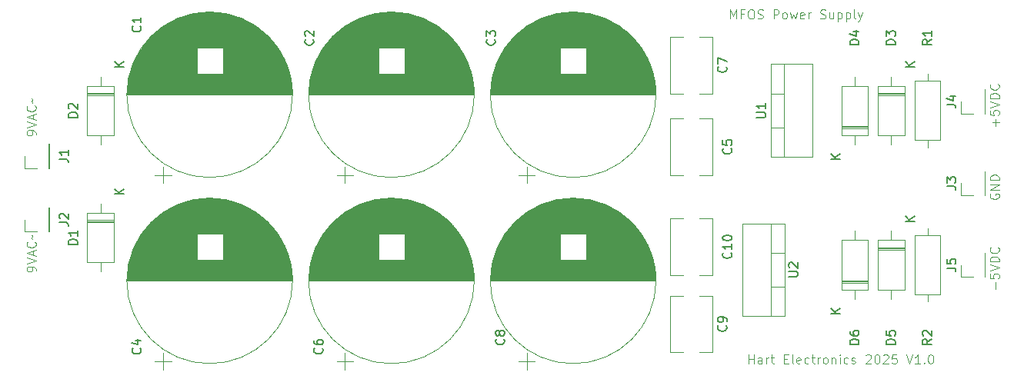
<source format=gbr>
%TF.GenerationSoftware,KiCad,Pcbnew,8.0.7*%
%TF.CreationDate,2025-01-25T21:28:20+10:00*%
%TF.ProjectId,MFOS_Power_Supply_PCB,4d464f53-5f50-46f7-9765-725f53757070,rev?*%
%TF.SameCoordinates,Original*%
%TF.FileFunction,Legend,Top*%
%TF.FilePolarity,Positive*%
%FSLAX46Y46*%
G04 Gerber Fmt 4.6, Leading zero omitted, Abs format (unit mm)*
G04 Created by KiCad (PCBNEW 8.0.7) date 2025-01-25 21:28:20*
%MOMM*%
%LPD*%
G01*
G04 APERTURE LIST*
%ADD10C,0.100000*%
%ADD11C,0.150000*%
%ADD12C,0.120000*%
G04 APERTURE END LIST*
D10*
X168303884Y-73872419D02*
X168303884Y-72872419D01*
X168303884Y-72872419D02*
X168637217Y-73586704D01*
X168637217Y-73586704D02*
X168970550Y-72872419D01*
X168970550Y-72872419D02*
X168970550Y-73872419D01*
X169780074Y-73348609D02*
X169446741Y-73348609D01*
X169446741Y-73872419D02*
X169446741Y-72872419D01*
X169446741Y-72872419D02*
X169922931Y-72872419D01*
X170494360Y-72872419D02*
X170684836Y-72872419D01*
X170684836Y-72872419D02*
X170780074Y-72920038D01*
X170780074Y-72920038D02*
X170875312Y-73015276D01*
X170875312Y-73015276D02*
X170922931Y-73205752D01*
X170922931Y-73205752D02*
X170922931Y-73539085D01*
X170922931Y-73539085D02*
X170875312Y-73729561D01*
X170875312Y-73729561D02*
X170780074Y-73824800D01*
X170780074Y-73824800D02*
X170684836Y-73872419D01*
X170684836Y-73872419D02*
X170494360Y-73872419D01*
X170494360Y-73872419D02*
X170399122Y-73824800D01*
X170399122Y-73824800D02*
X170303884Y-73729561D01*
X170303884Y-73729561D02*
X170256265Y-73539085D01*
X170256265Y-73539085D02*
X170256265Y-73205752D01*
X170256265Y-73205752D02*
X170303884Y-73015276D01*
X170303884Y-73015276D02*
X170399122Y-72920038D01*
X170399122Y-72920038D02*
X170494360Y-72872419D01*
X171303884Y-73824800D02*
X171446741Y-73872419D01*
X171446741Y-73872419D02*
X171684836Y-73872419D01*
X171684836Y-73872419D02*
X171780074Y-73824800D01*
X171780074Y-73824800D02*
X171827693Y-73777180D01*
X171827693Y-73777180D02*
X171875312Y-73681942D01*
X171875312Y-73681942D02*
X171875312Y-73586704D01*
X171875312Y-73586704D02*
X171827693Y-73491466D01*
X171827693Y-73491466D02*
X171780074Y-73443847D01*
X171780074Y-73443847D02*
X171684836Y-73396228D01*
X171684836Y-73396228D02*
X171494360Y-73348609D01*
X171494360Y-73348609D02*
X171399122Y-73300990D01*
X171399122Y-73300990D02*
X171351503Y-73253371D01*
X171351503Y-73253371D02*
X171303884Y-73158133D01*
X171303884Y-73158133D02*
X171303884Y-73062895D01*
X171303884Y-73062895D02*
X171351503Y-72967657D01*
X171351503Y-72967657D02*
X171399122Y-72920038D01*
X171399122Y-72920038D02*
X171494360Y-72872419D01*
X171494360Y-72872419D02*
X171732455Y-72872419D01*
X171732455Y-72872419D02*
X171875312Y-72920038D01*
X173065789Y-73872419D02*
X173065789Y-72872419D01*
X173065789Y-72872419D02*
X173446741Y-72872419D01*
X173446741Y-72872419D02*
X173541979Y-72920038D01*
X173541979Y-72920038D02*
X173589598Y-72967657D01*
X173589598Y-72967657D02*
X173637217Y-73062895D01*
X173637217Y-73062895D02*
X173637217Y-73205752D01*
X173637217Y-73205752D02*
X173589598Y-73300990D01*
X173589598Y-73300990D02*
X173541979Y-73348609D01*
X173541979Y-73348609D02*
X173446741Y-73396228D01*
X173446741Y-73396228D02*
X173065789Y-73396228D01*
X174208646Y-73872419D02*
X174113408Y-73824800D01*
X174113408Y-73824800D02*
X174065789Y-73777180D01*
X174065789Y-73777180D02*
X174018170Y-73681942D01*
X174018170Y-73681942D02*
X174018170Y-73396228D01*
X174018170Y-73396228D02*
X174065789Y-73300990D01*
X174065789Y-73300990D02*
X174113408Y-73253371D01*
X174113408Y-73253371D02*
X174208646Y-73205752D01*
X174208646Y-73205752D02*
X174351503Y-73205752D01*
X174351503Y-73205752D02*
X174446741Y-73253371D01*
X174446741Y-73253371D02*
X174494360Y-73300990D01*
X174494360Y-73300990D02*
X174541979Y-73396228D01*
X174541979Y-73396228D02*
X174541979Y-73681942D01*
X174541979Y-73681942D02*
X174494360Y-73777180D01*
X174494360Y-73777180D02*
X174446741Y-73824800D01*
X174446741Y-73824800D02*
X174351503Y-73872419D01*
X174351503Y-73872419D02*
X174208646Y-73872419D01*
X174875313Y-73205752D02*
X175065789Y-73872419D01*
X175065789Y-73872419D02*
X175256265Y-73396228D01*
X175256265Y-73396228D02*
X175446741Y-73872419D01*
X175446741Y-73872419D02*
X175637217Y-73205752D01*
X176399122Y-73824800D02*
X176303884Y-73872419D01*
X176303884Y-73872419D02*
X176113408Y-73872419D01*
X176113408Y-73872419D02*
X176018170Y-73824800D01*
X176018170Y-73824800D02*
X175970551Y-73729561D01*
X175970551Y-73729561D02*
X175970551Y-73348609D01*
X175970551Y-73348609D02*
X176018170Y-73253371D01*
X176018170Y-73253371D02*
X176113408Y-73205752D01*
X176113408Y-73205752D02*
X176303884Y-73205752D01*
X176303884Y-73205752D02*
X176399122Y-73253371D01*
X176399122Y-73253371D02*
X176446741Y-73348609D01*
X176446741Y-73348609D02*
X176446741Y-73443847D01*
X176446741Y-73443847D02*
X175970551Y-73539085D01*
X176875313Y-73872419D02*
X176875313Y-73205752D01*
X176875313Y-73396228D02*
X176922932Y-73300990D01*
X176922932Y-73300990D02*
X176970551Y-73253371D01*
X176970551Y-73253371D02*
X177065789Y-73205752D01*
X177065789Y-73205752D02*
X177161027Y-73205752D01*
X178208647Y-73824800D02*
X178351504Y-73872419D01*
X178351504Y-73872419D02*
X178589599Y-73872419D01*
X178589599Y-73872419D02*
X178684837Y-73824800D01*
X178684837Y-73824800D02*
X178732456Y-73777180D01*
X178732456Y-73777180D02*
X178780075Y-73681942D01*
X178780075Y-73681942D02*
X178780075Y-73586704D01*
X178780075Y-73586704D02*
X178732456Y-73491466D01*
X178732456Y-73491466D02*
X178684837Y-73443847D01*
X178684837Y-73443847D02*
X178589599Y-73396228D01*
X178589599Y-73396228D02*
X178399123Y-73348609D01*
X178399123Y-73348609D02*
X178303885Y-73300990D01*
X178303885Y-73300990D02*
X178256266Y-73253371D01*
X178256266Y-73253371D02*
X178208647Y-73158133D01*
X178208647Y-73158133D02*
X178208647Y-73062895D01*
X178208647Y-73062895D02*
X178256266Y-72967657D01*
X178256266Y-72967657D02*
X178303885Y-72920038D01*
X178303885Y-72920038D02*
X178399123Y-72872419D01*
X178399123Y-72872419D02*
X178637218Y-72872419D01*
X178637218Y-72872419D02*
X178780075Y-72920038D01*
X179637218Y-73205752D02*
X179637218Y-73872419D01*
X179208647Y-73205752D02*
X179208647Y-73729561D01*
X179208647Y-73729561D02*
X179256266Y-73824800D01*
X179256266Y-73824800D02*
X179351504Y-73872419D01*
X179351504Y-73872419D02*
X179494361Y-73872419D01*
X179494361Y-73872419D02*
X179589599Y-73824800D01*
X179589599Y-73824800D02*
X179637218Y-73777180D01*
X180113409Y-73205752D02*
X180113409Y-74205752D01*
X180113409Y-73253371D02*
X180208647Y-73205752D01*
X180208647Y-73205752D02*
X180399123Y-73205752D01*
X180399123Y-73205752D02*
X180494361Y-73253371D01*
X180494361Y-73253371D02*
X180541980Y-73300990D01*
X180541980Y-73300990D02*
X180589599Y-73396228D01*
X180589599Y-73396228D02*
X180589599Y-73681942D01*
X180589599Y-73681942D02*
X180541980Y-73777180D01*
X180541980Y-73777180D02*
X180494361Y-73824800D01*
X180494361Y-73824800D02*
X180399123Y-73872419D01*
X180399123Y-73872419D02*
X180208647Y-73872419D01*
X180208647Y-73872419D02*
X180113409Y-73824800D01*
X181018171Y-73205752D02*
X181018171Y-74205752D01*
X181018171Y-73253371D02*
X181113409Y-73205752D01*
X181113409Y-73205752D02*
X181303885Y-73205752D01*
X181303885Y-73205752D02*
X181399123Y-73253371D01*
X181399123Y-73253371D02*
X181446742Y-73300990D01*
X181446742Y-73300990D02*
X181494361Y-73396228D01*
X181494361Y-73396228D02*
X181494361Y-73681942D01*
X181494361Y-73681942D02*
X181446742Y-73777180D01*
X181446742Y-73777180D02*
X181399123Y-73824800D01*
X181399123Y-73824800D02*
X181303885Y-73872419D01*
X181303885Y-73872419D02*
X181113409Y-73872419D01*
X181113409Y-73872419D02*
X181018171Y-73824800D01*
X182065790Y-73872419D02*
X181970552Y-73824800D01*
X181970552Y-73824800D02*
X181922933Y-73729561D01*
X181922933Y-73729561D02*
X181922933Y-72872419D01*
X182351505Y-73205752D02*
X182589600Y-73872419D01*
X182827695Y-73205752D02*
X182589600Y-73872419D01*
X182589600Y-73872419D02*
X182494362Y-74110514D01*
X182494362Y-74110514D02*
X182446743Y-74158133D01*
X182446743Y-74158133D02*
X182351505Y-74205752D01*
X170303884Y-111872419D02*
X170303884Y-110872419D01*
X170303884Y-111348609D02*
X170875312Y-111348609D01*
X170875312Y-111872419D02*
X170875312Y-110872419D01*
X171780074Y-111872419D02*
X171780074Y-111348609D01*
X171780074Y-111348609D02*
X171732455Y-111253371D01*
X171732455Y-111253371D02*
X171637217Y-111205752D01*
X171637217Y-111205752D02*
X171446741Y-111205752D01*
X171446741Y-111205752D02*
X171351503Y-111253371D01*
X171780074Y-111824800D02*
X171684836Y-111872419D01*
X171684836Y-111872419D02*
X171446741Y-111872419D01*
X171446741Y-111872419D02*
X171351503Y-111824800D01*
X171351503Y-111824800D02*
X171303884Y-111729561D01*
X171303884Y-111729561D02*
X171303884Y-111634323D01*
X171303884Y-111634323D02*
X171351503Y-111539085D01*
X171351503Y-111539085D02*
X171446741Y-111491466D01*
X171446741Y-111491466D02*
X171684836Y-111491466D01*
X171684836Y-111491466D02*
X171780074Y-111443847D01*
X172256265Y-111872419D02*
X172256265Y-111205752D01*
X172256265Y-111396228D02*
X172303884Y-111300990D01*
X172303884Y-111300990D02*
X172351503Y-111253371D01*
X172351503Y-111253371D02*
X172446741Y-111205752D01*
X172446741Y-111205752D02*
X172541979Y-111205752D01*
X172732456Y-111205752D02*
X173113408Y-111205752D01*
X172875313Y-110872419D02*
X172875313Y-111729561D01*
X172875313Y-111729561D02*
X172922932Y-111824800D01*
X172922932Y-111824800D02*
X173018170Y-111872419D01*
X173018170Y-111872419D02*
X173113408Y-111872419D01*
X174208647Y-111348609D02*
X174541980Y-111348609D01*
X174684837Y-111872419D02*
X174208647Y-111872419D01*
X174208647Y-111872419D02*
X174208647Y-110872419D01*
X174208647Y-110872419D02*
X174684837Y-110872419D01*
X175256266Y-111872419D02*
X175161028Y-111824800D01*
X175161028Y-111824800D02*
X175113409Y-111729561D01*
X175113409Y-111729561D02*
X175113409Y-110872419D01*
X176018171Y-111824800D02*
X175922933Y-111872419D01*
X175922933Y-111872419D02*
X175732457Y-111872419D01*
X175732457Y-111872419D02*
X175637219Y-111824800D01*
X175637219Y-111824800D02*
X175589600Y-111729561D01*
X175589600Y-111729561D02*
X175589600Y-111348609D01*
X175589600Y-111348609D02*
X175637219Y-111253371D01*
X175637219Y-111253371D02*
X175732457Y-111205752D01*
X175732457Y-111205752D02*
X175922933Y-111205752D01*
X175922933Y-111205752D02*
X176018171Y-111253371D01*
X176018171Y-111253371D02*
X176065790Y-111348609D01*
X176065790Y-111348609D02*
X176065790Y-111443847D01*
X176065790Y-111443847D02*
X175589600Y-111539085D01*
X176922933Y-111824800D02*
X176827695Y-111872419D01*
X176827695Y-111872419D02*
X176637219Y-111872419D01*
X176637219Y-111872419D02*
X176541981Y-111824800D01*
X176541981Y-111824800D02*
X176494362Y-111777180D01*
X176494362Y-111777180D02*
X176446743Y-111681942D01*
X176446743Y-111681942D02*
X176446743Y-111396228D01*
X176446743Y-111396228D02*
X176494362Y-111300990D01*
X176494362Y-111300990D02*
X176541981Y-111253371D01*
X176541981Y-111253371D02*
X176637219Y-111205752D01*
X176637219Y-111205752D02*
X176827695Y-111205752D01*
X176827695Y-111205752D02*
X176922933Y-111253371D01*
X177208648Y-111205752D02*
X177589600Y-111205752D01*
X177351505Y-110872419D02*
X177351505Y-111729561D01*
X177351505Y-111729561D02*
X177399124Y-111824800D01*
X177399124Y-111824800D02*
X177494362Y-111872419D01*
X177494362Y-111872419D02*
X177589600Y-111872419D01*
X177922934Y-111872419D02*
X177922934Y-111205752D01*
X177922934Y-111396228D02*
X177970553Y-111300990D01*
X177970553Y-111300990D02*
X178018172Y-111253371D01*
X178018172Y-111253371D02*
X178113410Y-111205752D01*
X178113410Y-111205752D02*
X178208648Y-111205752D01*
X178684839Y-111872419D02*
X178589601Y-111824800D01*
X178589601Y-111824800D02*
X178541982Y-111777180D01*
X178541982Y-111777180D02*
X178494363Y-111681942D01*
X178494363Y-111681942D02*
X178494363Y-111396228D01*
X178494363Y-111396228D02*
X178541982Y-111300990D01*
X178541982Y-111300990D02*
X178589601Y-111253371D01*
X178589601Y-111253371D02*
X178684839Y-111205752D01*
X178684839Y-111205752D02*
X178827696Y-111205752D01*
X178827696Y-111205752D02*
X178922934Y-111253371D01*
X178922934Y-111253371D02*
X178970553Y-111300990D01*
X178970553Y-111300990D02*
X179018172Y-111396228D01*
X179018172Y-111396228D02*
X179018172Y-111681942D01*
X179018172Y-111681942D02*
X178970553Y-111777180D01*
X178970553Y-111777180D02*
X178922934Y-111824800D01*
X178922934Y-111824800D02*
X178827696Y-111872419D01*
X178827696Y-111872419D02*
X178684839Y-111872419D01*
X179446744Y-111205752D02*
X179446744Y-111872419D01*
X179446744Y-111300990D02*
X179494363Y-111253371D01*
X179494363Y-111253371D02*
X179589601Y-111205752D01*
X179589601Y-111205752D02*
X179732458Y-111205752D01*
X179732458Y-111205752D02*
X179827696Y-111253371D01*
X179827696Y-111253371D02*
X179875315Y-111348609D01*
X179875315Y-111348609D02*
X179875315Y-111872419D01*
X180351506Y-111872419D02*
X180351506Y-111205752D01*
X180351506Y-110872419D02*
X180303887Y-110920038D01*
X180303887Y-110920038D02*
X180351506Y-110967657D01*
X180351506Y-110967657D02*
X180399125Y-110920038D01*
X180399125Y-110920038D02*
X180351506Y-110872419D01*
X180351506Y-110872419D02*
X180351506Y-110967657D01*
X181256267Y-111824800D02*
X181161029Y-111872419D01*
X181161029Y-111872419D02*
X180970553Y-111872419D01*
X180970553Y-111872419D02*
X180875315Y-111824800D01*
X180875315Y-111824800D02*
X180827696Y-111777180D01*
X180827696Y-111777180D02*
X180780077Y-111681942D01*
X180780077Y-111681942D02*
X180780077Y-111396228D01*
X180780077Y-111396228D02*
X180827696Y-111300990D01*
X180827696Y-111300990D02*
X180875315Y-111253371D01*
X180875315Y-111253371D02*
X180970553Y-111205752D01*
X180970553Y-111205752D02*
X181161029Y-111205752D01*
X181161029Y-111205752D02*
X181256267Y-111253371D01*
X181637220Y-111824800D02*
X181732458Y-111872419D01*
X181732458Y-111872419D02*
X181922934Y-111872419D01*
X181922934Y-111872419D02*
X182018172Y-111824800D01*
X182018172Y-111824800D02*
X182065791Y-111729561D01*
X182065791Y-111729561D02*
X182065791Y-111681942D01*
X182065791Y-111681942D02*
X182018172Y-111586704D01*
X182018172Y-111586704D02*
X181922934Y-111539085D01*
X181922934Y-111539085D02*
X181780077Y-111539085D01*
X181780077Y-111539085D02*
X181684839Y-111491466D01*
X181684839Y-111491466D02*
X181637220Y-111396228D01*
X181637220Y-111396228D02*
X181637220Y-111348609D01*
X181637220Y-111348609D02*
X181684839Y-111253371D01*
X181684839Y-111253371D02*
X181780077Y-111205752D01*
X181780077Y-111205752D02*
X181922934Y-111205752D01*
X181922934Y-111205752D02*
X182018172Y-111253371D01*
X183208649Y-110967657D02*
X183256268Y-110920038D01*
X183256268Y-110920038D02*
X183351506Y-110872419D01*
X183351506Y-110872419D02*
X183589601Y-110872419D01*
X183589601Y-110872419D02*
X183684839Y-110920038D01*
X183684839Y-110920038D02*
X183732458Y-110967657D01*
X183732458Y-110967657D02*
X183780077Y-111062895D01*
X183780077Y-111062895D02*
X183780077Y-111158133D01*
X183780077Y-111158133D02*
X183732458Y-111300990D01*
X183732458Y-111300990D02*
X183161030Y-111872419D01*
X183161030Y-111872419D02*
X183780077Y-111872419D01*
X184399125Y-110872419D02*
X184494363Y-110872419D01*
X184494363Y-110872419D02*
X184589601Y-110920038D01*
X184589601Y-110920038D02*
X184637220Y-110967657D01*
X184637220Y-110967657D02*
X184684839Y-111062895D01*
X184684839Y-111062895D02*
X184732458Y-111253371D01*
X184732458Y-111253371D02*
X184732458Y-111491466D01*
X184732458Y-111491466D02*
X184684839Y-111681942D01*
X184684839Y-111681942D02*
X184637220Y-111777180D01*
X184637220Y-111777180D02*
X184589601Y-111824800D01*
X184589601Y-111824800D02*
X184494363Y-111872419D01*
X184494363Y-111872419D02*
X184399125Y-111872419D01*
X184399125Y-111872419D02*
X184303887Y-111824800D01*
X184303887Y-111824800D02*
X184256268Y-111777180D01*
X184256268Y-111777180D02*
X184208649Y-111681942D01*
X184208649Y-111681942D02*
X184161030Y-111491466D01*
X184161030Y-111491466D02*
X184161030Y-111253371D01*
X184161030Y-111253371D02*
X184208649Y-111062895D01*
X184208649Y-111062895D02*
X184256268Y-110967657D01*
X184256268Y-110967657D02*
X184303887Y-110920038D01*
X184303887Y-110920038D02*
X184399125Y-110872419D01*
X185113411Y-110967657D02*
X185161030Y-110920038D01*
X185161030Y-110920038D02*
X185256268Y-110872419D01*
X185256268Y-110872419D02*
X185494363Y-110872419D01*
X185494363Y-110872419D02*
X185589601Y-110920038D01*
X185589601Y-110920038D02*
X185637220Y-110967657D01*
X185637220Y-110967657D02*
X185684839Y-111062895D01*
X185684839Y-111062895D02*
X185684839Y-111158133D01*
X185684839Y-111158133D02*
X185637220Y-111300990D01*
X185637220Y-111300990D02*
X185065792Y-111872419D01*
X185065792Y-111872419D02*
X185684839Y-111872419D01*
X186589601Y-110872419D02*
X186113411Y-110872419D01*
X186113411Y-110872419D02*
X186065792Y-111348609D01*
X186065792Y-111348609D02*
X186113411Y-111300990D01*
X186113411Y-111300990D02*
X186208649Y-111253371D01*
X186208649Y-111253371D02*
X186446744Y-111253371D01*
X186446744Y-111253371D02*
X186541982Y-111300990D01*
X186541982Y-111300990D02*
X186589601Y-111348609D01*
X186589601Y-111348609D02*
X186637220Y-111443847D01*
X186637220Y-111443847D02*
X186637220Y-111681942D01*
X186637220Y-111681942D02*
X186589601Y-111777180D01*
X186589601Y-111777180D02*
X186541982Y-111824800D01*
X186541982Y-111824800D02*
X186446744Y-111872419D01*
X186446744Y-111872419D02*
X186208649Y-111872419D01*
X186208649Y-111872419D02*
X186113411Y-111824800D01*
X186113411Y-111824800D02*
X186065792Y-111777180D01*
X187684840Y-110872419D02*
X188018173Y-111872419D01*
X188018173Y-111872419D02*
X188351506Y-110872419D01*
X189208649Y-111872419D02*
X188637221Y-111872419D01*
X188922935Y-111872419D02*
X188922935Y-110872419D01*
X188922935Y-110872419D02*
X188827697Y-111015276D01*
X188827697Y-111015276D02*
X188732459Y-111110514D01*
X188732459Y-111110514D02*
X188637221Y-111158133D01*
X189637221Y-111777180D02*
X189684840Y-111824800D01*
X189684840Y-111824800D02*
X189637221Y-111872419D01*
X189637221Y-111872419D02*
X189589602Y-111824800D01*
X189589602Y-111824800D02*
X189637221Y-111777180D01*
X189637221Y-111777180D02*
X189637221Y-111872419D01*
X190303887Y-110872419D02*
X190399125Y-110872419D01*
X190399125Y-110872419D02*
X190494363Y-110920038D01*
X190494363Y-110920038D02*
X190541982Y-110967657D01*
X190541982Y-110967657D02*
X190589601Y-111062895D01*
X190589601Y-111062895D02*
X190637220Y-111253371D01*
X190637220Y-111253371D02*
X190637220Y-111491466D01*
X190637220Y-111491466D02*
X190589601Y-111681942D01*
X190589601Y-111681942D02*
X190541982Y-111777180D01*
X190541982Y-111777180D02*
X190494363Y-111824800D01*
X190494363Y-111824800D02*
X190399125Y-111872419D01*
X190399125Y-111872419D02*
X190303887Y-111872419D01*
X190303887Y-111872419D02*
X190208649Y-111824800D01*
X190208649Y-111824800D02*
X190161030Y-111777180D01*
X190161030Y-111777180D02*
X190113411Y-111681942D01*
X190113411Y-111681942D02*
X190065792Y-111491466D01*
X190065792Y-111491466D02*
X190065792Y-111253371D01*
X190065792Y-111253371D02*
X190113411Y-111062895D01*
X190113411Y-111062895D02*
X190161030Y-110967657D01*
X190161030Y-110967657D02*
X190208649Y-110920038D01*
X190208649Y-110920038D02*
X190303887Y-110872419D01*
X91872419Y-86648496D02*
X91872419Y-86458020D01*
X91872419Y-86458020D02*
X91824800Y-86362782D01*
X91824800Y-86362782D02*
X91777180Y-86315163D01*
X91777180Y-86315163D02*
X91634323Y-86219925D01*
X91634323Y-86219925D02*
X91443847Y-86172306D01*
X91443847Y-86172306D02*
X91062895Y-86172306D01*
X91062895Y-86172306D02*
X90967657Y-86219925D01*
X90967657Y-86219925D02*
X90920038Y-86267544D01*
X90920038Y-86267544D02*
X90872419Y-86362782D01*
X90872419Y-86362782D02*
X90872419Y-86553258D01*
X90872419Y-86553258D02*
X90920038Y-86648496D01*
X90920038Y-86648496D02*
X90967657Y-86696115D01*
X90967657Y-86696115D02*
X91062895Y-86743734D01*
X91062895Y-86743734D02*
X91300990Y-86743734D01*
X91300990Y-86743734D02*
X91396228Y-86696115D01*
X91396228Y-86696115D02*
X91443847Y-86648496D01*
X91443847Y-86648496D02*
X91491466Y-86553258D01*
X91491466Y-86553258D02*
X91491466Y-86362782D01*
X91491466Y-86362782D02*
X91443847Y-86267544D01*
X91443847Y-86267544D02*
X91396228Y-86219925D01*
X91396228Y-86219925D02*
X91300990Y-86172306D01*
X90872419Y-85886591D02*
X91872419Y-85553258D01*
X91872419Y-85553258D02*
X90872419Y-85219925D01*
X91586704Y-84934210D02*
X91586704Y-84458020D01*
X91872419Y-85029448D02*
X90872419Y-84696115D01*
X90872419Y-84696115D02*
X91872419Y-84362782D01*
X91777180Y-83458020D02*
X91824800Y-83505639D01*
X91824800Y-83505639D02*
X91872419Y-83648496D01*
X91872419Y-83648496D02*
X91872419Y-83743734D01*
X91872419Y-83743734D02*
X91824800Y-83886591D01*
X91824800Y-83886591D02*
X91729561Y-83981829D01*
X91729561Y-83981829D02*
X91634323Y-84029448D01*
X91634323Y-84029448D02*
X91443847Y-84077067D01*
X91443847Y-84077067D02*
X91300990Y-84077067D01*
X91300990Y-84077067D02*
X91110514Y-84029448D01*
X91110514Y-84029448D02*
X91015276Y-83981829D01*
X91015276Y-83981829D02*
X90920038Y-83886591D01*
X90920038Y-83886591D02*
X90872419Y-83743734D01*
X90872419Y-83743734D02*
X90872419Y-83648496D01*
X90872419Y-83648496D02*
X90920038Y-83505639D01*
X90920038Y-83505639D02*
X90967657Y-83458020D01*
X91491466Y-83172305D02*
X91443847Y-83124686D01*
X91443847Y-83124686D02*
X91396228Y-83029448D01*
X91396228Y-83029448D02*
X91491466Y-82838972D01*
X91491466Y-82838972D02*
X91443847Y-82743734D01*
X91443847Y-82743734D02*
X91396228Y-82696115D01*
X197491466Y-103696115D02*
X197491466Y-102934211D01*
X196872419Y-101981830D02*
X196872419Y-102458020D01*
X196872419Y-102458020D02*
X197348609Y-102505639D01*
X197348609Y-102505639D02*
X197300990Y-102458020D01*
X197300990Y-102458020D02*
X197253371Y-102362782D01*
X197253371Y-102362782D02*
X197253371Y-102124687D01*
X197253371Y-102124687D02*
X197300990Y-102029449D01*
X197300990Y-102029449D02*
X197348609Y-101981830D01*
X197348609Y-101981830D02*
X197443847Y-101934211D01*
X197443847Y-101934211D02*
X197681942Y-101934211D01*
X197681942Y-101934211D02*
X197777180Y-101981830D01*
X197777180Y-101981830D02*
X197824800Y-102029449D01*
X197824800Y-102029449D02*
X197872419Y-102124687D01*
X197872419Y-102124687D02*
X197872419Y-102362782D01*
X197872419Y-102362782D02*
X197824800Y-102458020D01*
X197824800Y-102458020D02*
X197777180Y-102505639D01*
X196872419Y-101648496D02*
X197872419Y-101315163D01*
X197872419Y-101315163D02*
X196872419Y-100981830D01*
X197872419Y-100648496D02*
X196872419Y-100648496D01*
X196872419Y-100648496D02*
X196872419Y-100410401D01*
X196872419Y-100410401D02*
X196920038Y-100267544D01*
X196920038Y-100267544D02*
X197015276Y-100172306D01*
X197015276Y-100172306D02*
X197110514Y-100124687D01*
X197110514Y-100124687D02*
X197300990Y-100077068D01*
X197300990Y-100077068D02*
X197443847Y-100077068D01*
X197443847Y-100077068D02*
X197634323Y-100124687D01*
X197634323Y-100124687D02*
X197729561Y-100172306D01*
X197729561Y-100172306D02*
X197824800Y-100267544D01*
X197824800Y-100267544D02*
X197872419Y-100410401D01*
X197872419Y-100410401D02*
X197872419Y-100648496D01*
X197777180Y-99077068D02*
X197824800Y-99124687D01*
X197824800Y-99124687D02*
X197872419Y-99267544D01*
X197872419Y-99267544D02*
X197872419Y-99362782D01*
X197872419Y-99362782D02*
X197824800Y-99505639D01*
X197824800Y-99505639D02*
X197729561Y-99600877D01*
X197729561Y-99600877D02*
X197634323Y-99648496D01*
X197634323Y-99648496D02*
X197443847Y-99696115D01*
X197443847Y-99696115D02*
X197300990Y-99696115D01*
X197300990Y-99696115D02*
X197110514Y-99648496D01*
X197110514Y-99648496D02*
X197015276Y-99600877D01*
X197015276Y-99600877D02*
X196920038Y-99505639D01*
X196920038Y-99505639D02*
X196872419Y-99362782D01*
X196872419Y-99362782D02*
X196872419Y-99267544D01*
X196872419Y-99267544D02*
X196920038Y-99124687D01*
X196920038Y-99124687D02*
X196967657Y-99077068D01*
X91872419Y-101648496D02*
X91872419Y-101458020D01*
X91872419Y-101458020D02*
X91824800Y-101362782D01*
X91824800Y-101362782D02*
X91777180Y-101315163D01*
X91777180Y-101315163D02*
X91634323Y-101219925D01*
X91634323Y-101219925D02*
X91443847Y-101172306D01*
X91443847Y-101172306D02*
X91062895Y-101172306D01*
X91062895Y-101172306D02*
X90967657Y-101219925D01*
X90967657Y-101219925D02*
X90920038Y-101267544D01*
X90920038Y-101267544D02*
X90872419Y-101362782D01*
X90872419Y-101362782D02*
X90872419Y-101553258D01*
X90872419Y-101553258D02*
X90920038Y-101648496D01*
X90920038Y-101648496D02*
X90967657Y-101696115D01*
X90967657Y-101696115D02*
X91062895Y-101743734D01*
X91062895Y-101743734D02*
X91300990Y-101743734D01*
X91300990Y-101743734D02*
X91396228Y-101696115D01*
X91396228Y-101696115D02*
X91443847Y-101648496D01*
X91443847Y-101648496D02*
X91491466Y-101553258D01*
X91491466Y-101553258D02*
X91491466Y-101362782D01*
X91491466Y-101362782D02*
X91443847Y-101267544D01*
X91443847Y-101267544D02*
X91396228Y-101219925D01*
X91396228Y-101219925D02*
X91300990Y-101172306D01*
X90872419Y-100886591D02*
X91872419Y-100553258D01*
X91872419Y-100553258D02*
X90872419Y-100219925D01*
X91586704Y-99934210D02*
X91586704Y-99458020D01*
X91872419Y-100029448D02*
X90872419Y-99696115D01*
X90872419Y-99696115D02*
X91872419Y-99362782D01*
X91777180Y-98458020D02*
X91824800Y-98505639D01*
X91824800Y-98505639D02*
X91872419Y-98648496D01*
X91872419Y-98648496D02*
X91872419Y-98743734D01*
X91872419Y-98743734D02*
X91824800Y-98886591D01*
X91824800Y-98886591D02*
X91729561Y-98981829D01*
X91729561Y-98981829D02*
X91634323Y-99029448D01*
X91634323Y-99029448D02*
X91443847Y-99077067D01*
X91443847Y-99077067D02*
X91300990Y-99077067D01*
X91300990Y-99077067D02*
X91110514Y-99029448D01*
X91110514Y-99029448D02*
X91015276Y-98981829D01*
X91015276Y-98981829D02*
X90920038Y-98886591D01*
X90920038Y-98886591D02*
X90872419Y-98743734D01*
X90872419Y-98743734D02*
X90872419Y-98648496D01*
X90872419Y-98648496D02*
X90920038Y-98505639D01*
X90920038Y-98505639D02*
X90967657Y-98458020D01*
X91491466Y-98172305D02*
X91443847Y-98124686D01*
X91443847Y-98124686D02*
X91396228Y-98029448D01*
X91396228Y-98029448D02*
X91491466Y-97838972D01*
X91491466Y-97838972D02*
X91443847Y-97743734D01*
X91443847Y-97743734D02*
X91396228Y-97696115D01*
X196920038Y-93172306D02*
X196872419Y-93267544D01*
X196872419Y-93267544D02*
X196872419Y-93410401D01*
X196872419Y-93410401D02*
X196920038Y-93553258D01*
X196920038Y-93553258D02*
X197015276Y-93648496D01*
X197015276Y-93648496D02*
X197110514Y-93696115D01*
X197110514Y-93696115D02*
X197300990Y-93743734D01*
X197300990Y-93743734D02*
X197443847Y-93743734D01*
X197443847Y-93743734D02*
X197634323Y-93696115D01*
X197634323Y-93696115D02*
X197729561Y-93648496D01*
X197729561Y-93648496D02*
X197824800Y-93553258D01*
X197824800Y-93553258D02*
X197872419Y-93410401D01*
X197872419Y-93410401D02*
X197872419Y-93315163D01*
X197872419Y-93315163D02*
X197824800Y-93172306D01*
X197824800Y-93172306D02*
X197777180Y-93124687D01*
X197777180Y-93124687D02*
X197443847Y-93124687D01*
X197443847Y-93124687D02*
X197443847Y-93315163D01*
X197872419Y-92696115D02*
X196872419Y-92696115D01*
X196872419Y-92696115D02*
X197872419Y-92124687D01*
X197872419Y-92124687D02*
X196872419Y-92124687D01*
X197872419Y-91648496D02*
X196872419Y-91648496D01*
X196872419Y-91648496D02*
X196872419Y-91410401D01*
X196872419Y-91410401D02*
X196920038Y-91267544D01*
X196920038Y-91267544D02*
X197015276Y-91172306D01*
X197015276Y-91172306D02*
X197110514Y-91124687D01*
X197110514Y-91124687D02*
X197300990Y-91077068D01*
X197300990Y-91077068D02*
X197443847Y-91077068D01*
X197443847Y-91077068D02*
X197634323Y-91124687D01*
X197634323Y-91124687D02*
X197729561Y-91172306D01*
X197729561Y-91172306D02*
X197824800Y-91267544D01*
X197824800Y-91267544D02*
X197872419Y-91410401D01*
X197872419Y-91410401D02*
X197872419Y-91648496D01*
X197491466Y-85696115D02*
X197491466Y-84934211D01*
X197872419Y-85315163D02*
X197110514Y-85315163D01*
X196872419Y-83981830D02*
X196872419Y-84458020D01*
X196872419Y-84458020D02*
X197348609Y-84505639D01*
X197348609Y-84505639D02*
X197300990Y-84458020D01*
X197300990Y-84458020D02*
X197253371Y-84362782D01*
X197253371Y-84362782D02*
X197253371Y-84124687D01*
X197253371Y-84124687D02*
X197300990Y-84029449D01*
X197300990Y-84029449D02*
X197348609Y-83981830D01*
X197348609Y-83981830D02*
X197443847Y-83934211D01*
X197443847Y-83934211D02*
X197681942Y-83934211D01*
X197681942Y-83934211D02*
X197777180Y-83981830D01*
X197777180Y-83981830D02*
X197824800Y-84029449D01*
X197824800Y-84029449D02*
X197872419Y-84124687D01*
X197872419Y-84124687D02*
X197872419Y-84362782D01*
X197872419Y-84362782D02*
X197824800Y-84458020D01*
X197824800Y-84458020D02*
X197777180Y-84505639D01*
X196872419Y-83648496D02*
X197872419Y-83315163D01*
X197872419Y-83315163D02*
X196872419Y-82981830D01*
X197872419Y-82648496D02*
X196872419Y-82648496D01*
X196872419Y-82648496D02*
X196872419Y-82410401D01*
X196872419Y-82410401D02*
X196920038Y-82267544D01*
X196920038Y-82267544D02*
X197015276Y-82172306D01*
X197015276Y-82172306D02*
X197110514Y-82124687D01*
X197110514Y-82124687D02*
X197300990Y-82077068D01*
X197300990Y-82077068D02*
X197443847Y-82077068D01*
X197443847Y-82077068D02*
X197634323Y-82124687D01*
X197634323Y-82124687D02*
X197729561Y-82172306D01*
X197729561Y-82172306D02*
X197824800Y-82267544D01*
X197824800Y-82267544D02*
X197872419Y-82410401D01*
X197872419Y-82410401D02*
X197872419Y-82648496D01*
X197777180Y-81077068D02*
X197824800Y-81124687D01*
X197824800Y-81124687D02*
X197872419Y-81267544D01*
X197872419Y-81267544D02*
X197872419Y-81362782D01*
X197872419Y-81362782D02*
X197824800Y-81505639D01*
X197824800Y-81505639D02*
X197729561Y-81600877D01*
X197729561Y-81600877D02*
X197634323Y-81648496D01*
X197634323Y-81648496D02*
X197443847Y-81696115D01*
X197443847Y-81696115D02*
X197300990Y-81696115D01*
X197300990Y-81696115D02*
X197110514Y-81648496D01*
X197110514Y-81648496D02*
X197015276Y-81600877D01*
X197015276Y-81600877D02*
X196920038Y-81505639D01*
X196920038Y-81505639D02*
X196872419Y-81362782D01*
X196872419Y-81362782D02*
X196872419Y-81267544D01*
X196872419Y-81267544D02*
X196920038Y-81124687D01*
X196920038Y-81124687D02*
X196967657Y-81077068D01*
D11*
X192124819Y-83333333D02*
X192839104Y-83333333D01*
X192839104Y-83333333D02*
X192981961Y-83380952D01*
X192981961Y-83380952D02*
X193077200Y-83476190D01*
X193077200Y-83476190D02*
X193124819Y-83619047D01*
X193124819Y-83619047D02*
X193124819Y-83714285D01*
X192458152Y-82428571D02*
X193124819Y-82428571D01*
X192077200Y-82666666D02*
X192791485Y-82904761D01*
X192791485Y-82904761D02*
X192791485Y-82285714D01*
X192124819Y-101333333D02*
X192839104Y-101333333D01*
X192839104Y-101333333D02*
X192981961Y-101380952D01*
X192981961Y-101380952D02*
X193077200Y-101476190D01*
X193077200Y-101476190D02*
X193124819Y-101619047D01*
X193124819Y-101619047D02*
X193124819Y-101714285D01*
X192124819Y-100380952D02*
X192124819Y-100857142D01*
X192124819Y-100857142D02*
X192601009Y-100904761D01*
X192601009Y-100904761D02*
X192553390Y-100857142D01*
X192553390Y-100857142D02*
X192505771Y-100761904D01*
X192505771Y-100761904D02*
X192505771Y-100523809D01*
X192505771Y-100523809D02*
X192553390Y-100428571D01*
X192553390Y-100428571D02*
X192601009Y-100380952D01*
X192601009Y-100380952D02*
X192696247Y-100333333D01*
X192696247Y-100333333D02*
X192934342Y-100333333D01*
X192934342Y-100333333D02*
X193029580Y-100380952D01*
X193029580Y-100380952D02*
X193077200Y-100428571D01*
X193077200Y-100428571D02*
X193124819Y-100523809D01*
X193124819Y-100523809D02*
X193124819Y-100761904D01*
X193124819Y-100761904D02*
X193077200Y-100857142D01*
X193077200Y-100857142D02*
X193029580Y-100904761D01*
X143359580Y-109166666D02*
X143407200Y-109214285D01*
X143407200Y-109214285D02*
X143454819Y-109357142D01*
X143454819Y-109357142D02*
X143454819Y-109452380D01*
X143454819Y-109452380D02*
X143407200Y-109595237D01*
X143407200Y-109595237D02*
X143311961Y-109690475D01*
X143311961Y-109690475D02*
X143216723Y-109738094D01*
X143216723Y-109738094D02*
X143026247Y-109785713D01*
X143026247Y-109785713D02*
X142883390Y-109785713D01*
X142883390Y-109785713D02*
X142692914Y-109738094D01*
X142692914Y-109738094D02*
X142597676Y-109690475D01*
X142597676Y-109690475D02*
X142502438Y-109595237D01*
X142502438Y-109595237D02*
X142454819Y-109452380D01*
X142454819Y-109452380D02*
X142454819Y-109357142D01*
X142454819Y-109357142D02*
X142502438Y-109214285D01*
X142502438Y-109214285D02*
X142550057Y-109166666D01*
X142883390Y-108595237D02*
X142835771Y-108690475D01*
X142835771Y-108690475D02*
X142788152Y-108738094D01*
X142788152Y-108738094D02*
X142692914Y-108785713D01*
X142692914Y-108785713D02*
X142645295Y-108785713D01*
X142645295Y-108785713D02*
X142550057Y-108738094D01*
X142550057Y-108738094D02*
X142502438Y-108690475D01*
X142502438Y-108690475D02*
X142454819Y-108595237D01*
X142454819Y-108595237D02*
X142454819Y-108404761D01*
X142454819Y-108404761D02*
X142502438Y-108309523D01*
X142502438Y-108309523D02*
X142550057Y-108261904D01*
X142550057Y-108261904D02*
X142645295Y-108214285D01*
X142645295Y-108214285D02*
X142692914Y-108214285D01*
X142692914Y-108214285D02*
X142788152Y-108261904D01*
X142788152Y-108261904D02*
X142835771Y-108309523D01*
X142835771Y-108309523D02*
X142883390Y-108404761D01*
X142883390Y-108404761D02*
X142883390Y-108595237D01*
X142883390Y-108595237D02*
X142931009Y-108690475D01*
X142931009Y-108690475D02*
X142978628Y-108738094D01*
X142978628Y-108738094D02*
X143073866Y-108785713D01*
X143073866Y-108785713D02*
X143264342Y-108785713D01*
X143264342Y-108785713D02*
X143359580Y-108738094D01*
X143359580Y-108738094D02*
X143407200Y-108690475D01*
X143407200Y-108690475D02*
X143454819Y-108595237D01*
X143454819Y-108595237D02*
X143454819Y-108404761D01*
X143454819Y-108404761D02*
X143407200Y-108309523D01*
X143407200Y-108309523D02*
X143359580Y-108261904D01*
X143359580Y-108261904D02*
X143264342Y-108214285D01*
X143264342Y-108214285D02*
X143073866Y-108214285D01*
X143073866Y-108214285D02*
X142978628Y-108261904D01*
X142978628Y-108261904D02*
X142931009Y-108309523D01*
X142931009Y-108309523D02*
X142883390Y-108404761D01*
X167809580Y-79166666D02*
X167857200Y-79214285D01*
X167857200Y-79214285D02*
X167904819Y-79357142D01*
X167904819Y-79357142D02*
X167904819Y-79452380D01*
X167904819Y-79452380D02*
X167857200Y-79595237D01*
X167857200Y-79595237D02*
X167761961Y-79690475D01*
X167761961Y-79690475D02*
X167666723Y-79738094D01*
X167666723Y-79738094D02*
X167476247Y-79785713D01*
X167476247Y-79785713D02*
X167333390Y-79785713D01*
X167333390Y-79785713D02*
X167142914Y-79738094D01*
X167142914Y-79738094D02*
X167047676Y-79690475D01*
X167047676Y-79690475D02*
X166952438Y-79595237D01*
X166952438Y-79595237D02*
X166904819Y-79452380D01*
X166904819Y-79452380D02*
X166904819Y-79357142D01*
X166904819Y-79357142D02*
X166952438Y-79214285D01*
X166952438Y-79214285D02*
X167000057Y-79166666D01*
X166904819Y-78833332D02*
X166904819Y-78166666D01*
X166904819Y-78166666D02*
X167904819Y-78595237D01*
X190454819Y-109166666D02*
X189978628Y-109499999D01*
X190454819Y-109738094D02*
X189454819Y-109738094D01*
X189454819Y-109738094D02*
X189454819Y-109357142D01*
X189454819Y-109357142D02*
X189502438Y-109261904D01*
X189502438Y-109261904D02*
X189550057Y-109214285D01*
X189550057Y-109214285D02*
X189645295Y-109166666D01*
X189645295Y-109166666D02*
X189788152Y-109166666D01*
X189788152Y-109166666D02*
X189883390Y-109214285D01*
X189883390Y-109214285D02*
X189931009Y-109261904D01*
X189931009Y-109261904D02*
X189978628Y-109357142D01*
X189978628Y-109357142D02*
X189978628Y-109738094D01*
X189550057Y-108785713D02*
X189502438Y-108738094D01*
X189502438Y-108738094D02*
X189454819Y-108642856D01*
X189454819Y-108642856D02*
X189454819Y-108404761D01*
X189454819Y-108404761D02*
X189502438Y-108309523D01*
X189502438Y-108309523D02*
X189550057Y-108261904D01*
X189550057Y-108261904D02*
X189645295Y-108214285D01*
X189645295Y-108214285D02*
X189740533Y-108214285D01*
X189740533Y-108214285D02*
X189883390Y-108261904D01*
X189883390Y-108261904D02*
X190454819Y-108833332D01*
X190454819Y-108833332D02*
X190454819Y-108214285D01*
X123359580Y-110166666D02*
X123407200Y-110214285D01*
X123407200Y-110214285D02*
X123454819Y-110357142D01*
X123454819Y-110357142D02*
X123454819Y-110452380D01*
X123454819Y-110452380D02*
X123407200Y-110595237D01*
X123407200Y-110595237D02*
X123311961Y-110690475D01*
X123311961Y-110690475D02*
X123216723Y-110738094D01*
X123216723Y-110738094D02*
X123026247Y-110785713D01*
X123026247Y-110785713D02*
X122883390Y-110785713D01*
X122883390Y-110785713D02*
X122692914Y-110738094D01*
X122692914Y-110738094D02*
X122597676Y-110690475D01*
X122597676Y-110690475D02*
X122502438Y-110595237D01*
X122502438Y-110595237D02*
X122454819Y-110452380D01*
X122454819Y-110452380D02*
X122454819Y-110357142D01*
X122454819Y-110357142D02*
X122502438Y-110214285D01*
X122502438Y-110214285D02*
X122550057Y-110166666D01*
X122454819Y-109309523D02*
X122454819Y-109499999D01*
X122454819Y-109499999D02*
X122502438Y-109595237D01*
X122502438Y-109595237D02*
X122550057Y-109642856D01*
X122550057Y-109642856D02*
X122692914Y-109738094D01*
X122692914Y-109738094D02*
X122883390Y-109785713D01*
X122883390Y-109785713D02*
X123264342Y-109785713D01*
X123264342Y-109785713D02*
X123359580Y-109738094D01*
X123359580Y-109738094D02*
X123407200Y-109690475D01*
X123407200Y-109690475D02*
X123454819Y-109595237D01*
X123454819Y-109595237D02*
X123454819Y-109404761D01*
X123454819Y-109404761D02*
X123407200Y-109309523D01*
X123407200Y-109309523D02*
X123359580Y-109261904D01*
X123359580Y-109261904D02*
X123264342Y-109214285D01*
X123264342Y-109214285D02*
X123026247Y-109214285D01*
X123026247Y-109214285D02*
X122931009Y-109261904D01*
X122931009Y-109261904D02*
X122883390Y-109309523D01*
X122883390Y-109309523D02*
X122835771Y-109404761D01*
X122835771Y-109404761D02*
X122835771Y-109595237D01*
X122835771Y-109595237D02*
X122883390Y-109690475D01*
X122883390Y-109690475D02*
X122931009Y-109738094D01*
X122931009Y-109738094D02*
X123026247Y-109785713D01*
X96454819Y-84738094D02*
X95454819Y-84738094D01*
X95454819Y-84738094D02*
X95454819Y-84499999D01*
X95454819Y-84499999D02*
X95502438Y-84357142D01*
X95502438Y-84357142D02*
X95597676Y-84261904D01*
X95597676Y-84261904D02*
X95692914Y-84214285D01*
X95692914Y-84214285D02*
X95883390Y-84166666D01*
X95883390Y-84166666D02*
X96026247Y-84166666D01*
X96026247Y-84166666D02*
X96216723Y-84214285D01*
X96216723Y-84214285D02*
X96311961Y-84261904D01*
X96311961Y-84261904D02*
X96407200Y-84357142D01*
X96407200Y-84357142D02*
X96454819Y-84499999D01*
X96454819Y-84499999D02*
X96454819Y-84738094D01*
X95550057Y-83785713D02*
X95502438Y-83738094D01*
X95502438Y-83738094D02*
X95454819Y-83642856D01*
X95454819Y-83642856D02*
X95454819Y-83404761D01*
X95454819Y-83404761D02*
X95502438Y-83309523D01*
X95502438Y-83309523D02*
X95550057Y-83261904D01*
X95550057Y-83261904D02*
X95645295Y-83214285D01*
X95645295Y-83214285D02*
X95740533Y-83214285D01*
X95740533Y-83214285D02*
X95883390Y-83261904D01*
X95883390Y-83261904D02*
X96454819Y-83833332D01*
X96454819Y-83833332D02*
X96454819Y-83214285D01*
X101554819Y-79181904D02*
X100554819Y-79181904D01*
X101554819Y-78610476D02*
X100983390Y-79039047D01*
X100554819Y-78610476D02*
X101126247Y-79181904D01*
X186454819Y-76738094D02*
X185454819Y-76738094D01*
X185454819Y-76738094D02*
X185454819Y-76499999D01*
X185454819Y-76499999D02*
X185502438Y-76357142D01*
X185502438Y-76357142D02*
X185597676Y-76261904D01*
X185597676Y-76261904D02*
X185692914Y-76214285D01*
X185692914Y-76214285D02*
X185883390Y-76166666D01*
X185883390Y-76166666D02*
X186026247Y-76166666D01*
X186026247Y-76166666D02*
X186216723Y-76214285D01*
X186216723Y-76214285D02*
X186311961Y-76261904D01*
X186311961Y-76261904D02*
X186407200Y-76357142D01*
X186407200Y-76357142D02*
X186454819Y-76499999D01*
X186454819Y-76499999D02*
X186454819Y-76738094D01*
X185454819Y-75833332D02*
X185454819Y-75214285D01*
X185454819Y-75214285D02*
X185835771Y-75547618D01*
X185835771Y-75547618D02*
X185835771Y-75404761D01*
X185835771Y-75404761D02*
X185883390Y-75309523D01*
X185883390Y-75309523D02*
X185931009Y-75261904D01*
X185931009Y-75261904D02*
X186026247Y-75214285D01*
X186026247Y-75214285D02*
X186264342Y-75214285D01*
X186264342Y-75214285D02*
X186359580Y-75261904D01*
X186359580Y-75261904D02*
X186407200Y-75309523D01*
X186407200Y-75309523D02*
X186454819Y-75404761D01*
X186454819Y-75404761D02*
X186454819Y-75690475D01*
X186454819Y-75690475D02*
X186407200Y-75785713D01*
X186407200Y-75785713D02*
X186359580Y-75833332D01*
X188554819Y-79181904D02*
X187554819Y-79181904D01*
X188554819Y-78610476D02*
X187983390Y-79039047D01*
X187554819Y-78610476D02*
X188126247Y-79181904D01*
X103359580Y-110166666D02*
X103407200Y-110214285D01*
X103407200Y-110214285D02*
X103454819Y-110357142D01*
X103454819Y-110357142D02*
X103454819Y-110452380D01*
X103454819Y-110452380D02*
X103407200Y-110595237D01*
X103407200Y-110595237D02*
X103311961Y-110690475D01*
X103311961Y-110690475D02*
X103216723Y-110738094D01*
X103216723Y-110738094D02*
X103026247Y-110785713D01*
X103026247Y-110785713D02*
X102883390Y-110785713D01*
X102883390Y-110785713D02*
X102692914Y-110738094D01*
X102692914Y-110738094D02*
X102597676Y-110690475D01*
X102597676Y-110690475D02*
X102502438Y-110595237D01*
X102502438Y-110595237D02*
X102454819Y-110452380D01*
X102454819Y-110452380D02*
X102454819Y-110357142D01*
X102454819Y-110357142D02*
X102502438Y-110214285D01*
X102502438Y-110214285D02*
X102550057Y-110166666D01*
X102788152Y-109309523D02*
X103454819Y-109309523D01*
X102407200Y-109547618D02*
X103121485Y-109785713D01*
X103121485Y-109785713D02*
X103121485Y-109166666D01*
X168359580Y-88166666D02*
X168407200Y-88214285D01*
X168407200Y-88214285D02*
X168454819Y-88357142D01*
X168454819Y-88357142D02*
X168454819Y-88452380D01*
X168454819Y-88452380D02*
X168407200Y-88595237D01*
X168407200Y-88595237D02*
X168311961Y-88690475D01*
X168311961Y-88690475D02*
X168216723Y-88738094D01*
X168216723Y-88738094D02*
X168026247Y-88785713D01*
X168026247Y-88785713D02*
X167883390Y-88785713D01*
X167883390Y-88785713D02*
X167692914Y-88738094D01*
X167692914Y-88738094D02*
X167597676Y-88690475D01*
X167597676Y-88690475D02*
X167502438Y-88595237D01*
X167502438Y-88595237D02*
X167454819Y-88452380D01*
X167454819Y-88452380D02*
X167454819Y-88357142D01*
X167454819Y-88357142D02*
X167502438Y-88214285D01*
X167502438Y-88214285D02*
X167550057Y-88166666D01*
X167454819Y-87261904D02*
X167454819Y-87738094D01*
X167454819Y-87738094D02*
X167931009Y-87785713D01*
X167931009Y-87785713D02*
X167883390Y-87738094D01*
X167883390Y-87738094D02*
X167835771Y-87642856D01*
X167835771Y-87642856D02*
X167835771Y-87404761D01*
X167835771Y-87404761D02*
X167883390Y-87309523D01*
X167883390Y-87309523D02*
X167931009Y-87261904D01*
X167931009Y-87261904D02*
X168026247Y-87214285D01*
X168026247Y-87214285D02*
X168264342Y-87214285D01*
X168264342Y-87214285D02*
X168359580Y-87261904D01*
X168359580Y-87261904D02*
X168407200Y-87309523D01*
X168407200Y-87309523D02*
X168454819Y-87404761D01*
X168454819Y-87404761D02*
X168454819Y-87642856D01*
X168454819Y-87642856D02*
X168407200Y-87738094D01*
X168407200Y-87738094D02*
X168359580Y-87785713D01*
X94454819Y-89333333D02*
X95169104Y-89333333D01*
X95169104Y-89333333D02*
X95311961Y-89380952D01*
X95311961Y-89380952D02*
X95407200Y-89476190D01*
X95407200Y-89476190D02*
X95454819Y-89619047D01*
X95454819Y-89619047D02*
X95454819Y-89714285D01*
X95454819Y-88333333D02*
X95454819Y-88904761D01*
X95454819Y-88619047D02*
X94454819Y-88619047D01*
X94454819Y-88619047D02*
X94597676Y-88714285D01*
X94597676Y-88714285D02*
X94692914Y-88809523D01*
X94692914Y-88809523D02*
X94740533Y-88904761D01*
X103359580Y-74688886D02*
X103407200Y-74736505D01*
X103407200Y-74736505D02*
X103454819Y-74879362D01*
X103454819Y-74879362D02*
X103454819Y-74974600D01*
X103454819Y-74974600D02*
X103407200Y-75117457D01*
X103407200Y-75117457D02*
X103311961Y-75212695D01*
X103311961Y-75212695D02*
X103216723Y-75260314D01*
X103216723Y-75260314D02*
X103026247Y-75307933D01*
X103026247Y-75307933D02*
X102883390Y-75307933D01*
X102883390Y-75307933D02*
X102692914Y-75260314D01*
X102692914Y-75260314D02*
X102597676Y-75212695D01*
X102597676Y-75212695D02*
X102502438Y-75117457D01*
X102502438Y-75117457D02*
X102454819Y-74974600D01*
X102454819Y-74974600D02*
X102454819Y-74879362D01*
X102454819Y-74879362D02*
X102502438Y-74736505D01*
X102502438Y-74736505D02*
X102550057Y-74688886D01*
X103454819Y-73736505D02*
X103454819Y-74307933D01*
X103454819Y-74022219D02*
X102454819Y-74022219D01*
X102454819Y-74022219D02*
X102597676Y-74117457D01*
X102597676Y-74117457D02*
X102692914Y-74212695D01*
X102692914Y-74212695D02*
X102740533Y-74307933D01*
X190454819Y-76166666D02*
X189978628Y-76499999D01*
X190454819Y-76738094D02*
X189454819Y-76738094D01*
X189454819Y-76738094D02*
X189454819Y-76357142D01*
X189454819Y-76357142D02*
X189502438Y-76261904D01*
X189502438Y-76261904D02*
X189550057Y-76214285D01*
X189550057Y-76214285D02*
X189645295Y-76166666D01*
X189645295Y-76166666D02*
X189788152Y-76166666D01*
X189788152Y-76166666D02*
X189883390Y-76214285D01*
X189883390Y-76214285D02*
X189931009Y-76261904D01*
X189931009Y-76261904D02*
X189978628Y-76357142D01*
X189978628Y-76357142D02*
X189978628Y-76738094D01*
X190454819Y-75214285D02*
X190454819Y-75785713D01*
X190454819Y-75499999D02*
X189454819Y-75499999D01*
X189454819Y-75499999D02*
X189597676Y-75595237D01*
X189597676Y-75595237D02*
X189692914Y-75690475D01*
X189692914Y-75690475D02*
X189740533Y-75785713D01*
X171184819Y-84761904D02*
X171994342Y-84761904D01*
X171994342Y-84761904D02*
X172089580Y-84714285D01*
X172089580Y-84714285D02*
X172137200Y-84666666D01*
X172137200Y-84666666D02*
X172184819Y-84571428D01*
X172184819Y-84571428D02*
X172184819Y-84380952D01*
X172184819Y-84380952D02*
X172137200Y-84285714D01*
X172137200Y-84285714D02*
X172089580Y-84238095D01*
X172089580Y-84238095D02*
X171994342Y-84190476D01*
X171994342Y-84190476D02*
X171184819Y-84190476D01*
X172184819Y-83190476D02*
X172184819Y-83761904D01*
X172184819Y-83476190D02*
X171184819Y-83476190D01*
X171184819Y-83476190D02*
X171327676Y-83571428D01*
X171327676Y-83571428D02*
X171422914Y-83666666D01*
X171422914Y-83666666D02*
X171470533Y-83761904D01*
X122359580Y-76166666D02*
X122407200Y-76214285D01*
X122407200Y-76214285D02*
X122454819Y-76357142D01*
X122454819Y-76357142D02*
X122454819Y-76452380D01*
X122454819Y-76452380D02*
X122407200Y-76595237D01*
X122407200Y-76595237D02*
X122311961Y-76690475D01*
X122311961Y-76690475D02*
X122216723Y-76738094D01*
X122216723Y-76738094D02*
X122026247Y-76785713D01*
X122026247Y-76785713D02*
X121883390Y-76785713D01*
X121883390Y-76785713D02*
X121692914Y-76738094D01*
X121692914Y-76738094D02*
X121597676Y-76690475D01*
X121597676Y-76690475D02*
X121502438Y-76595237D01*
X121502438Y-76595237D02*
X121454819Y-76452380D01*
X121454819Y-76452380D02*
X121454819Y-76357142D01*
X121454819Y-76357142D02*
X121502438Y-76214285D01*
X121502438Y-76214285D02*
X121550057Y-76166666D01*
X121550057Y-75785713D02*
X121502438Y-75738094D01*
X121502438Y-75738094D02*
X121454819Y-75642856D01*
X121454819Y-75642856D02*
X121454819Y-75404761D01*
X121454819Y-75404761D02*
X121502438Y-75309523D01*
X121502438Y-75309523D02*
X121550057Y-75261904D01*
X121550057Y-75261904D02*
X121645295Y-75214285D01*
X121645295Y-75214285D02*
X121740533Y-75214285D01*
X121740533Y-75214285D02*
X121883390Y-75261904D01*
X121883390Y-75261904D02*
X122454819Y-75833332D01*
X122454819Y-75833332D02*
X122454819Y-75214285D01*
X94454819Y-96333333D02*
X95169104Y-96333333D01*
X95169104Y-96333333D02*
X95311961Y-96380952D01*
X95311961Y-96380952D02*
X95407200Y-96476190D01*
X95407200Y-96476190D02*
X95454819Y-96619047D01*
X95454819Y-96619047D02*
X95454819Y-96714285D01*
X94550057Y-95904761D02*
X94502438Y-95857142D01*
X94502438Y-95857142D02*
X94454819Y-95761904D01*
X94454819Y-95761904D02*
X94454819Y-95523809D01*
X94454819Y-95523809D02*
X94502438Y-95428571D01*
X94502438Y-95428571D02*
X94550057Y-95380952D01*
X94550057Y-95380952D02*
X94645295Y-95333333D01*
X94645295Y-95333333D02*
X94740533Y-95333333D01*
X94740533Y-95333333D02*
X94883390Y-95380952D01*
X94883390Y-95380952D02*
X95454819Y-95952380D01*
X95454819Y-95952380D02*
X95454819Y-95333333D01*
X182454819Y-76738094D02*
X181454819Y-76738094D01*
X181454819Y-76738094D02*
X181454819Y-76499999D01*
X181454819Y-76499999D02*
X181502438Y-76357142D01*
X181502438Y-76357142D02*
X181597676Y-76261904D01*
X181597676Y-76261904D02*
X181692914Y-76214285D01*
X181692914Y-76214285D02*
X181883390Y-76166666D01*
X181883390Y-76166666D02*
X182026247Y-76166666D01*
X182026247Y-76166666D02*
X182216723Y-76214285D01*
X182216723Y-76214285D02*
X182311961Y-76261904D01*
X182311961Y-76261904D02*
X182407200Y-76357142D01*
X182407200Y-76357142D02*
X182454819Y-76499999D01*
X182454819Y-76499999D02*
X182454819Y-76738094D01*
X181788152Y-75309523D02*
X182454819Y-75309523D01*
X181407200Y-75547618D02*
X182121485Y-75785713D01*
X182121485Y-75785713D02*
X182121485Y-75166666D01*
X180354819Y-89341904D02*
X179354819Y-89341904D01*
X180354819Y-88770476D02*
X179783390Y-89199047D01*
X179354819Y-88770476D02*
X179926247Y-89341904D01*
X192124819Y-92333333D02*
X192839104Y-92333333D01*
X192839104Y-92333333D02*
X192981961Y-92380952D01*
X192981961Y-92380952D02*
X193077200Y-92476190D01*
X193077200Y-92476190D02*
X193124819Y-92619047D01*
X193124819Y-92619047D02*
X193124819Y-92714285D01*
X192124819Y-91952380D02*
X192124819Y-91333333D01*
X192124819Y-91333333D02*
X192505771Y-91666666D01*
X192505771Y-91666666D02*
X192505771Y-91523809D01*
X192505771Y-91523809D02*
X192553390Y-91428571D01*
X192553390Y-91428571D02*
X192601009Y-91380952D01*
X192601009Y-91380952D02*
X192696247Y-91333333D01*
X192696247Y-91333333D02*
X192934342Y-91333333D01*
X192934342Y-91333333D02*
X193029580Y-91380952D01*
X193029580Y-91380952D02*
X193077200Y-91428571D01*
X193077200Y-91428571D02*
X193124819Y-91523809D01*
X193124819Y-91523809D02*
X193124819Y-91809523D01*
X193124819Y-91809523D02*
X193077200Y-91904761D01*
X193077200Y-91904761D02*
X193029580Y-91952380D01*
X182454819Y-109738094D02*
X181454819Y-109738094D01*
X181454819Y-109738094D02*
X181454819Y-109499999D01*
X181454819Y-109499999D02*
X181502438Y-109357142D01*
X181502438Y-109357142D02*
X181597676Y-109261904D01*
X181597676Y-109261904D02*
X181692914Y-109214285D01*
X181692914Y-109214285D02*
X181883390Y-109166666D01*
X181883390Y-109166666D02*
X182026247Y-109166666D01*
X182026247Y-109166666D02*
X182216723Y-109214285D01*
X182216723Y-109214285D02*
X182311961Y-109261904D01*
X182311961Y-109261904D02*
X182407200Y-109357142D01*
X182407200Y-109357142D02*
X182454819Y-109499999D01*
X182454819Y-109499999D02*
X182454819Y-109738094D01*
X181454819Y-108309523D02*
X181454819Y-108499999D01*
X181454819Y-108499999D02*
X181502438Y-108595237D01*
X181502438Y-108595237D02*
X181550057Y-108642856D01*
X181550057Y-108642856D02*
X181692914Y-108738094D01*
X181692914Y-108738094D02*
X181883390Y-108785713D01*
X181883390Y-108785713D02*
X182264342Y-108785713D01*
X182264342Y-108785713D02*
X182359580Y-108738094D01*
X182359580Y-108738094D02*
X182407200Y-108690475D01*
X182407200Y-108690475D02*
X182454819Y-108595237D01*
X182454819Y-108595237D02*
X182454819Y-108404761D01*
X182454819Y-108404761D02*
X182407200Y-108309523D01*
X182407200Y-108309523D02*
X182359580Y-108261904D01*
X182359580Y-108261904D02*
X182264342Y-108214285D01*
X182264342Y-108214285D02*
X182026247Y-108214285D01*
X182026247Y-108214285D02*
X181931009Y-108261904D01*
X181931009Y-108261904D02*
X181883390Y-108309523D01*
X181883390Y-108309523D02*
X181835771Y-108404761D01*
X181835771Y-108404761D02*
X181835771Y-108595237D01*
X181835771Y-108595237D02*
X181883390Y-108690475D01*
X181883390Y-108690475D02*
X181931009Y-108738094D01*
X181931009Y-108738094D02*
X182026247Y-108785713D01*
X180354819Y-106341904D02*
X179354819Y-106341904D01*
X180354819Y-105770476D02*
X179783390Y-106199047D01*
X179354819Y-105770476D02*
X179926247Y-106341904D01*
X186454819Y-109738094D02*
X185454819Y-109738094D01*
X185454819Y-109738094D02*
X185454819Y-109499999D01*
X185454819Y-109499999D02*
X185502438Y-109357142D01*
X185502438Y-109357142D02*
X185597676Y-109261904D01*
X185597676Y-109261904D02*
X185692914Y-109214285D01*
X185692914Y-109214285D02*
X185883390Y-109166666D01*
X185883390Y-109166666D02*
X186026247Y-109166666D01*
X186026247Y-109166666D02*
X186216723Y-109214285D01*
X186216723Y-109214285D02*
X186311961Y-109261904D01*
X186311961Y-109261904D02*
X186407200Y-109357142D01*
X186407200Y-109357142D02*
X186454819Y-109499999D01*
X186454819Y-109499999D02*
X186454819Y-109738094D01*
X185454819Y-108261904D02*
X185454819Y-108738094D01*
X185454819Y-108738094D02*
X185931009Y-108785713D01*
X185931009Y-108785713D02*
X185883390Y-108738094D01*
X185883390Y-108738094D02*
X185835771Y-108642856D01*
X185835771Y-108642856D02*
X185835771Y-108404761D01*
X185835771Y-108404761D02*
X185883390Y-108309523D01*
X185883390Y-108309523D02*
X185931009Y-108261904D01*
X185931009Y-108261904D02*
X186026247Y-108214285D01*
X186026247Y-108214285D02*
X186264342Y-108214285D01*
X186264342Y-108214285D02*
X186359580Y-108261904D01*
X186359580Y-108261904D02*
X186407200Y-108309523D01*
X186407200Y-108309523D02*
X186454819Y-108404761D01*
X186454819Y-108404761D02*
X186454819Y-108642856D01*
X186454819Y-108642856D02*
X186407200Y-108738094D01*
X186407200Y-108738094D02*
X186359580Y-108785713D01*
X188554819Y-96181904D02*
X187554819Y-96181904D01*
X188554819Y-95610476D02*
X187983390Y-96039047D01*
X187554819Y-95610476D02*
X188126247Y-96181904D01*
X174724819Y-102301904D02*
X175534342Y-102301904D01*
X175534342Y-102301904D02*
X175629580Y-102254285D01*
X175629580Y-102254285D02*
X175677200Y-102206666D01*
X175677200Y-102206666D02*
X175724819Y-102111428D01*
X175724819Y-102111428D02*
X175724819Y-101920952D01*
X175724819Y-101920952D02*
X175677200Y-101825714D01*
X175677200Y-101825714D02*
X175629580Y-101778095D01*
X175629580Y-101778095D02*
X175534342Y-101730476D01*
X175534342Y-101730476D02*
X174724819Y-101730476D01*
X174820057Y-101301904D02*
X174772438Y-101254285D01*
X174772438Y-101254285D02*
X174724819Y-101159047D01*
X174724819Y-101159047D02*
X174724819Y-100920952D01*
X174724819Y-100920952D02*
X174772438Y-100825714D01*
X174772438Y-100825714D02*
X174820057Y-100778095D01*
X174820057Y-100778095D02*
X174915295Y-100730476D01*
X174915295Y-100730476D02*
X175010533Y-100730476D01*
X175010533Y-100730476D02*
X175153390Y-100778095D01*
X175153390Y-100778095D02*
X175724819Y-101349523D01*
X175724819Y-101349523D02*
X175724819Y-100730476D01*
X96454819Y-98738094D02*
X95454819Y-98738094D01*
X95454819Y-98738094D02*
X95454819Y-98499999D01*
X95454819Y-98499999D02*
X95502438Y-98357142D01*
X95502438Y-98357142D02*
X95597676Y-98261904D01*
X95597676Y-98261904D02*
X95692914Y-98214285D01*
X95692914Y-98214285D02*
X95883390Y-98166666D01*
X95883390Y-98166666D02*
X96026247Y-98166666D01*
X96026247Y-98166666D02*
X96216723Y-98214285D01*
X96216723Y-98214285D02*
X96311961Y-98261904D01*
X96311961Y-98261904D02*
X96407200Y-98357142D01*
X96407200Y-98357142D02*
X96454819Y-98499999D01*
X96454819Y-98499999D02*
X96454819Y-98738094D01*
X96454819Y-97214285D02*
X96454819Y-97785713D01*
X96454819Y-97499999D02*
X95454819Y-97499999D01*
X95454819Y-97499999D02*
X95597676Y-97595237D01*
X95597676Y-97595237D02*
X95692914Y-97690475D01*
X95692914Y-97690475D02*
X95740533Y-97785713D01*
X101554819Y-93181904D02*
X100554819Y-93181904D01*
X101554819Y-92610476D02*
X100983390Y-93039047D01*
X100554819Y-92610476D02*
X101126247Y-93181904D01*
X168359580Y-99642857D02*
X168407200Y-99690476D01*
X168407200Y-99690476D02*
X168454819Y-99833333D01*
X168454819Y-99833333D02*
X168454819Y-99928571D01*
X168454819Y-99928571D02*
X168407200Y-100071428D01*
X168407200Y-100071428D02*
X168311961Y-100166666D01*
X168311961Y-100166666D02*
X168216723Y-100214285D01*
X168216723Y-100214285D02*
X168026247Y-100261904D01*
X168026247Y-100261904D02*
X167883390Y-100261904D01*
X167883390Y-100261904D02*
X167692914Y-100214285D01*
X167692914Y-100214285D02*
X167597676Y-100166666D01*
X167597676Y-100166666D02*
X167502438Y-100071428D01*
X167502438Y-100071428D02*
X167454819Y-99928571D01*
X167454819Y-99928571D02*
X167454819Y-99833333D01*
X167454819Y-99833333D02*
X167502438Y-99690476D01*
X167502438Y-99690476D02*
X167550057Y-99642857D01*
X168454819Y-98690476D02*
X168454819Y-99261904D01*
X168454819Y-98976190D02*
X167454819Y-98976190D01*
X167454819Y-98976190D02*
X167597676Y-99071428D01*
X167597676Y-99071428D02*
X167692914Y-99166666D01*
X167692914Y-99166666D02*
X167740533Y-99261904D01*
X167454819Y-98071428D02*
X167454819Y-97976190D01*
X167454819Y-97976190D02*
X167502438Y-97880952D01*
X167502438Y-97880952D02*
X167550057Y-97833333D01*
X167550057Y-97833333D02*
X167645295Y-97785714D01*
X167645295Y-97785714D02*
X167835771Y-97738095D01*
X167835771Y-97738095D02*
X168073866Y-97738095D01*
X168073866Y-97738095D02*
X168264342Y-97785714D01*
X168264342Y-97785714D02*
X168359580Y-97833333D01*
X168359580Y-97833333D02*
X168407200Y-97880952D01*
X168407200Y-97880952D02*
X168454819Y-97976190D01*
X168454819Y-97976190D02*
X168454819Y-98071428D01*
X168454819Y-98071428D02*
X168407200Y-98166666D01*
X168407200Y-98166666D02*
X168359580Y-98214285D01*
X168359580Y-98214285D02*
X168264342Y-98261904D01*
X168264342Y-98261904D02*
X168073866Y-98309523D01*
X168073866Y-98309523D02*
X167835771Y-98309523D01*
X167835771Y-98309523D02*
X167645295Y-98261904D01*
X167645295Y-98261904D02*
X167550057Y-98214285D01*
X167550057Y-98214285D02*
X167502438Y-98166666D01*
X167502438Y-98166666D02*
X167454819Y-98071428D01*
X167809580Y-107666666D02*
X167857200Y-107714285D01*
X167857200Y-107714285D02*
X167904819Y-107857142D01*
X167904819Y-107857142D02*
X167904819Y-107952380D01*
X167904819Y-107952380D02*
X167857200Y-108095237D01*
X167857200Y-108095237D02*
X167761961Y-108190475D01*
X167761961Y-108190475D02*
X167666723Y-108238094D01*
X167666723Y-108238094D02*
X167476247Y-108285713D01*
X167476247Y-108285713D02*
X167333390Y-108285713D01*
X167333390Y-108285713D02*
X167142914Y-108238094D01*
X167142914Y-108238094D02*
X167047676Y-108190475D01*
X167047676Y-108190475D02*
X166952438Y-108095237D01*
X166952438Y-108095237D02*
X166904819Y-107952380D01*
X166904819Y-107952380D02*
X166904819Y-107857142D01*
X166904819Y-107857142D02*
X166952438Y-107714285D01*
X166952438Y-107714285D02*
X167000057Y-107666666D01*
X167904819Y-107190475D02*
X167904819Y-106999999D01*
X167904819Y-106999999D02*
X167857200Y-106904761D01*
X167857200Y-106904761D02*
X167809580Y-106857142D01*
X167809580Y-106857142D02*
X167666723Y-106761904D01*
X167666723Y-106761904D02*
X167476247Y-106714285D01*
X167476247Y-106714285D02*
X167095295Y-106714285D01*
X167095295Y-106714285D02*
X167000057Y-106761904D01*
X167000057Y-106761904D02*
X166952438Y-106809523D01*
X166952438Y-106809523D02*
X166904819Y-106904761D01*
X166904819Y-106904761D02*
X166904819Y-107095237D01*
X166904819Y-107095237D02*
X166952438Y-107190475D01*
X166952438Y-107190475D02*
X167000057Y-107238094D01*
X167000057Y-107238094D02*
X167095295Y-107285713D01*
X167095295Y-107285713D02*
X167333390Y-107285713D01*
X167333390Y-107285713D02*
X167428628Y-107238094D01*
X167428628Y-107238094D02*
X167476247Y-107190475D01*
X167476247Y-107190475D02*
X167523866Y-107095237D01*
X167523866Y-107095237D02*
X167523866Y-106904761D01*
X167523866Y-106904761D02*
X167476247Y-106809523D01*
X167476247Y-106809523D02*
X167428628Y-106761904D01*
X167428628Y-106761904D02*
X167333390Y-106714285D01*
X142359580Y-76166666D02*
X142407200Y-76214285D01*
X142407200Y-76214285D02*
X142454819Y-76357142D01*
X142454819Y-76357142D02*
X142454819Y-76452380D01*
X142454819Y-76452380D02*
X142407200Y-76595237D01*
X142407200Y-76595237D02*
X142311961Y-76690475D01*
X142311961Y-76690475D02*
X142216723Y-76738094D01*
X142216723Y-76738094D02*
X142026247Y-76785713D01*
X142026247Y-76785713D02*
X141883390Y-76785713D01*
X141883390Y-76785713D02*
X141692914Y-76738094D01*
X141692914Y-76738094D02*
X141597676Y-76690475D01*
X141597676Y-76690475D02*
X141502438Y-76595237D01*
X141502438Y-76595237D02*
X141454819Y-76452380D01*
X141454819Y-76452380D02*
X141454819Y-76357142D01*
X141454819Y-76357142D02*
X141502438Y-76214285D01*
X141502438Y-76214285D02*
X141550057Y-76166666D01*
X141454819Y-75833332D02*
X141454819Y-75214285D01*
X141454819Y-75214285D02*
X141835771Y-75547618D01*
X141835771Y-75547618D02*
X141835771Y-75404761D01*
X141835771Y-75404761D02*
X141883390Y-75309523D01*
X141883390Y-75309523D02*
X141931009Y-75261904D01*
X141931009Y-75261904D02*
X142026247Y-75214285D01*
X142026247Y-75214285D02*
X142264342Y-75214285D01*
X142264342Y-75214285D02*
X142359580Y-75261904D01*
X142359580Y-75261904D02*
X142407200Y-75309523D01*
X142407200Y-75309523D02*
X142454819Y-75404761D01*
X142454819Y-75404761D02*
X142454819Y-75690475D01*
X142454819Y-75690475D02*
X142407200Y-75785713D01*
X142407200Y-75785713D02*
X142359580Y-75833332D01*
D12*
%TO.C,J4*%
X193670000Y-84330000D02*
X193670000Y-83000000D01*
X195000000Y-84330000D02*
X193670000Y-84330000D01*
X196270000Y-81670000D02*
X196330000Y-81670000D01*
X196270000Y-84330000D02*
X196270000Y-81670000D01*
X196270000Y-84330000D02*
X196330000Y-84330000D01*
X196330000Y-84330000D02*
X196330000Y-81670000D01*
%TO.C,J5*%
X193670000Y-102330000D02*
X193670000Y-101000000D01*
X195000000Y-102330000D02*
X193670000Y-102330000D01*
X196270000Y-99670000D02*
X196330000Y-99670000D01*
X196270000Y-102330000D02*
X196270000Y-99670000D01*
X196270000Y-102330000D02*
X196330000Y-102330000D01*
X196330000Y-102330000D02*
X196330000Y-99670000D01*
%TO.C,C8*%
X141919000Y-102750000D02*
X160081000Y-102750000D01*
X141920000Y-102630000D02*
X160080000Y-102630000D01*
X141920000Y-102670000D02*
X160080000Y-102670000D01*
X141920000Y-102710000D02*
X160080000Y-102710000D01*
X141921000Y-102590000D02*
X160079000Y-102590000D01*
X141922000Y-102550000D02*
X160078000Y-102550000D01*
X141923000Y-102510000D02*
X160077000Y-102510000D01*
X141924000Y-102470000D02*
X160076000Y-102470000D01*
X141925000Y-102430000D02*
X160075000Y-102430000D01*
X141927000Y-102390000D02*
X160073000Y-102390000D01*
X141928000Y-102350000D02*
X160072000Y-102350000D01*
X141930000Y-102310000D02*
X160070000Y-102310000D01*
X141932000Y-102270000D02*
X160068000Y-102270000D01*
X141934000Y-102230000D02*
X160066000Y-102230000D01*
X141937000Y-102190000D02*
X160063000Y-102190000D01*
X141939000Y-102150000D02*
X160061000Y-102150000D01*
X141942000Y-102110000D02*
X160058000Y-102110000D01*
X141945000Y-102070000D02*
X160055000Y-102070000D01*
X141948000Y-102029000D02*
X160052000Y-102029000D01*
X141951000Y-101989000D02*
X160049000Y-101989000D01*
X141955000Y-101949000D02*
X160045000Y-101949000D01*
X141958000Y-101909000D02*
X160042000Y-101909000D01*
X141962000Y-101869000D02*
X160038000Y-101869000D01*
X141966000Y-101829000D02*
X160034000Y-101829000D01*
X141970000Y-101789000D02*
X160030000Y-101789000D01*
X141974000Y-101749000D02*
X160026000Y-101749000D01*
X141979000Y-101709000D02*
X160021000Y-101709000D01*
X141984000Y-101669000D02*
X160016000Y-101669000D01*
X141989000Y-101629000D02*
X160011000Y-101629000D01*
X141994000Y-101589000D02*
X160006000Y-101589000D01*
X141999000Y-101549000D02*
X160001000Y-101549000D01*
X142004000Y-101509000D02*
X159996000Y-101509000D01*
X142010000Y-101469000D02*
X159990000Y-101469000D01*
X142016000Y-101429000D02*
X159984000Y-101429000D01*
X142021000Y-101389000D02*
X159979000Y-101389000D01*
X142028000Y-101349000D02*
X159972000Y-101349000D01*
X142034000Y-101309000D02*
X159966000Y-101309000D01*
X142040000Y-101269000D02*
X159960000Y-101269000D01*
X142047000Y-101229000D02*
X159953000Y-101229000D01*
X142054000Y-101189000D02*
X159946000Y-101189000D01*
X142061000Y-101149000D02*
X159939000Y-101149000D01*
X142068000Y-101109000D02*
X159932000Y-101109000D01*
X142076000Y-101069000D02*
X159924000Y-101069000D01*
X142083000Y-101029000D02*
X159917000Y-101029000D01*
X142091000Y-100989000D02*
X159909000Y-100989000D01*
X142099000Y-100949000D02*
X159901000Y-100949000D01*
X142107000Y-100909000D02*
X159893000Y-100909000D01*
X142115000Y-100869000D02*
X159885000Y-100869000D01*
X142124000Y-100829000D02*
X159876000Y-100829000D01*
X142133000Y-100789000D02*
X159867000Y-100789000D01*
X142142000Y-100749000D02*
X159858000Y-100749000D01*
X142151000Y-100709000D02*
X159849000Y-100709000D01*
X142160000Y-100669000D02*
X159840000Y-100669000D01*
X142169000Y-100629000D02*
X159831000Y-100629000D01*
X142179000Y-100589000D02*
X159821000Y-100589000D01*
X142189000Y-100549000D02*
X159811000Y-100549000D01*
X142199000Y-100509000D02*
X159801000Y-100509000D01*
X142209000Y-100469000D02*
X159791000Y-100469000D01*
X142220000Y-100429000D02*
X149560000Y-100429000D01*
X142230000Y-100389000D02*
X149560000Y-100389000D01*
X142241000Y-100349000D02*
X149560000Y-100349000D01*
X142252000Y-100309000D02*
X149560000Y-100309000D01*
X142263000Y-100269000D02*
X149560000Y-100269000D01*
X142275000Y-100229000D02*
X149560000Y-100229000D01*
X142286000Y-100189000D02*
X149560000Y-100189000D01*
X142298000Y-100149000D02*
X149560000Y-100149000D01*
X142310000Y-100109000D02*
X149560000Y-100109000D01*
X142322000Y-100069000D02*
X149560000Y-100069000D01*
X142335000Y-100029000D02*
X149560000Y-100029000D01*
X142347000Y-99989000D02*
X149560000Y-99989000D01*
X142360000Y-99949000D02*
X149560000Y-99949000D01*
X142373000Y-99909000D02*
X149560000Y-99909000D01*
X142386000Y-99869000D02*
X149560000Y-99869000D01*
X142400000Y-99829000D02*
X149560000Y-99829000D01*
X142413000Y-99789000D02*
X149560000Y-99789000D01*
X142427000Y-99749000D02*
X149560000Y-99749000D01*
X142441000Y-99709000D02*
X149560000Y-99709000D01*
X142455000Y-99669000D02*
X149560000Y-99669000D01*
X142470000Y-99629000D02*
X149560000Y-99629000D01*
X142484000Y-99589000D02*
X149560000Y-99589000D01*
X142499000Y-99549000D02*
X149560000Y-99549000D01*
X142514000Y-99509000D02*
X149560000Y-99509000D01*
X142530000Y-99469000D02*
X149560000Y-99469000D01*
X142545000Y-99429000D02*
X149560000Y-99429000D01*
X142561000Y-99389000D02*
X149560000Y-99389000D01*
X142577000Y-99349000D02*
X149560000Y-99349000D01*
X142593000Y-99309000D02*
X149560000Y-99309000D01*
X142610000Y-99269000D02*
X149560000Y-99269000D01*
X142626000Y-99229000D02*
X149560000Y-99229000D01*
X142643000Y-99189000D02*
X149560000Y-99189000D01*
X142660000Y-99149000D02*
X149560000Y-99149000D01*
X142677000Y-99109000D02*
X149560000Y-99109000D01*
X142695000Y-99069000D02*
X149560000Y-99069000D01*
X142713000Y-99029000D02*
X149560000Y-99029000D01*
X142731000Y-98989000D02*
X149560000Y-98989000D01*
X142749000Y-98949000D02*
X149560000Y-98949000D01*
X142767000Y-98909000D02*
X149560000Y-98909000D01*
X142786000Y-98869000D02*
X149560000Y-98869000D01*
X142805000Y-98829000D02*
X149560000Y-98829000D01*
X142824000Y-98789000D02*
X149560000Y-98789000D01*
X142844000Y-98749000D02*
X149560000Y-98749000D01*
X142863000Y-98709000D02*
X149560000Y-98709000D01*
X142883000Y-98669000D02*
X149560000Y-98669000D01*
X142903000Y-98629000D02*
X149560000Y-98629000D01*
X142924000Y-98589000D02*
X149560000Y-98589000D01*
X142944000Y-98549000D02*
X149560000Y-98549000D01*
X142965000Y-98509000D02*
X149560000Y-98509000D01*
X142986000Y-98469000D02*
X149560000Y-98469000D01*
X143008000Y-98429000D02*
X149560000Y-98429000D01*
X143029000Y-98389000D02*
X149560000Y-98389000D01*
X143051000Y-98349000D02*
X149560000Y-98349000D01*
X143073000Y-98309000D02*
X149560000Y-98309000D01*
X143096000Y-98269000D02*
X149560000Y-98269000D01*
X143118000Y-98229000D02*
X149560000Y-98229000D01*
X143141000Y-98189000D02*
X149560000Y-98189000D01*
X143165000Y-98149000D02*
X149560000Y-98149000D01*
X143188000Y-98109000D02*
X149560000Y-98109000D01*
X143212000Y-98069000D02*
X149560000Y-98069000D01*
X143236000Y-98029000D02*
X149560000Y-98029000D01*
X143260000Y-97989000D02*
X149560000Y-97989000D01*
X143285000Y-97949000D02*
X149560000Y-97949000D01*
X143310000Y-97909000D02*
X149560000Y-97909000D01*
X143335000Y-97869000D02*
X149560000Y-97869000D01*
X143360000Y-97829000D02*
X149560000Y-97829000D01*
X143386000Y-97789000D02*
X149560000Y-97789000D01*
X143412000Y-97749000D02*
X149560000Y-97749000D01*
X143439000Y-97709000D02*
X149560000Y-97709000D01*
X143465000Y-97669000D02*
X149560000Y-97669000D01*
X143492000Y-97629000D02*
X149560000Y-97629000D01*
X143520000Y-97589000D02*
X149560000Y-97589000D01*
X143547000Y-97549000D02*
X158453000Y-97549000D01*
X143575000Y-97509000D02*
X158425000Y-97509000D01*
X143603000Y-97469000D02*
X158397000Y-97469000D01*
X143632000Y-97429000D02*
X158368000Y-97429000D01*
X143661000Y-97389000D02*
X158339000Y-97389000D01*
X143690000Y-97349000D02*
X158310000Y-97349000D01*
X143720000Y-97309000D02*
X158280000Y-97309000D01*
X143750000Y-97269000D02*
X158250000Y-97269000D01*
X143780000Y-97229000D02*
X158220000Y-97229000D01*
X143810000Y-97189000D02*
X158190000Y-97189000D01*
X143841000Y-97149000D02*
X158159000Y-97149000D01*
X143873000Y-97109000D02*
X158127000Y-97109000D01*
X143904000Y-97069000D02*
X158096000Y-97069000D01*
X143936000Y-97029000D02*
X158064000Y-97029000D01*
X143969000Y-96989000D02*
X158031000Y-96989000D01*
X144001000Y-96949000D02*
X157999000Y-96949000D01*
X144035000Y-96909000D02*
X157965000Y-96909000D01*
X144068000Y-96869000D02*
X157932000Y-96869000D01*
X144102000Y-96829000D02*
X157898000Y-96829000D01*
X144136000Y-96789000D02*
X157864000Y-96789000D01*
X144171000Y-96749000D02*
X157829000Y-96749000D01*
X144206000Y-96709000D02*
X157794000Y-96709000D01*
X144242000Y-96669000D02*
X157758000Y-96669000D01*
X144278000Y-96629000D02*
X157722000Y-96629000D01*
X144314000Y-96589000D02*
X157686000Y-96589000D01*
X144351000Y-96549000D02*
X157649000Y-96549000D01*
X144388000Y-96509000D02*
X157612000Y-96509000D01*
X144426000Y-96469000D02*
X157574000Y-96469000D01*
X144464000Y-96429000D02*
X157536000Y-96429000D01*
X144503000Y-96389000D02*
X157497000Y-96389000D01*
X144542000Y-96349000D02*
X157458000Y-96349000D01*
X144582000Y-96309000D02*
X157418000Y-96309000D01*
X144622000Y-96269000D02*
X157378000Y-96269000D01*
X144663000Y-96229000D02*
X157337000Y-96229000D01*
X144704000Y-96189000D02*
X157296000Y-96189000D01*
X144746000Y-96149000D02*
X157254000Y-96149000D01*
X144788000Y-96109000D02*
X157212000Y-96109000D01*
X144830000Y-96069000D02*
X157170000Y-96069000D01*
X144874000Y-96029000D02*
X157126000Y-96029000D01*
X144918000Y-95989000D02*
X157082000Y-95989000D01*
X144962000Y-95949000D02*
X157038000Y-95949000D01*
X144985000Y-111609440D02*
X146785000Y-111609440D01*
X145007000Y-95909000D02*
X156993000Y-95909000D01*
X145053000Y-95869000D02*
X156947000Y-95869000D01*
X145099000Y-95829000D02*
X156901000Y-95829000D01*
X145146000Y-95789000D02*
X156854000Y-95789000D01*
X145194000Y-95749000D02*
X156806000Y-95749000D01*
X145242000Y-95709000D02*
X156758000Y-95709000D01*
X145291000Y-95669000D02*
X156709000Y-95669000D01*
X145340000Y-95629000D02*
X156660000Y-95629000D01*
X145391000Y-95589000D02*
X156609000Y-95589000D01*
X145442000Y-95549000D02*
X156558000Y-95549000D01*
X145494000Y-95509000D02*
X156506000Y-95509000D01*
X145546000Y-95469000D02*
X156454000Y-95469000D01*
X145600000Y-95429000D02*
X156400000Y-95429000D01*
X145654000Y-95389000D02*
X156346000Y-95389000D01*
X145709000Y-95349000D02*
X156291000Y-95349000D01*
X145765000Y-95309000D02*
X156235000Y-95309000D01*
X145822000Y-95269000D02*
X156178000Y-95269000D01*
X145880000Y-95229000D02*
X156120000Y-95229000D01*
X145885000Y-112509440D02*
X145885000Y-110709440D01*
X145938000Y-95189000D02*
X156062000Y-95189000D01*
X145998000Y-95149000D02*
X156002000Y-95149000D01*
X146059000Y-95109000D02*
X155941000Y-95109000D01*
X146121000Y-95069000D02*
X155879000Y-95069000D01*
X146184000Y-95029000D02*
X155816000Y-95029000D01*
X146248000Y-94989000D02*
X155752000Y-94989000D01*
X146314000Y-94949000D02*
X155686000Y-94949000D01*
X146380000Y-94909000D02*
X155620000Y-94909000D01*
X146448000Y-94869000D02*
X155552000Y-94869000D01*
X146518000Y-94829000D02*
X155482000Y-94829000D01*
X146588000Y-94789000D02*
X155412000Y-94789000D01*
X146661000Y-94749000D02*
X155339000Y-94749000D01*
X146735000Y-94709000D02*
X155265000Y-94709000D01*
X146810000Y-94669000D02*
X155190000Y-94669000D01*
X146887000Y-94629000D02*
X155113000Y-94629000D01*
X146967000Y-94589000D02*
X155033000Y-94589000D01*
X147048000Y-94550000D02*
X154952000Y-94550000D01*
X147131000Y-94510000D02*
X154869000Y-94510000D01*
X147216000Y-94470000D02*
X154784000Y-94470000D01*
X147304000Y-94430000D02*
X154696000Y-94430000D01*
X147395000Y-94390000D02*
X154605000Y-94390000D01*
X147488000Y-94350000D02*
X154512000Y-94350000D01*
X147584000Y-94310000D02*
X154416000Y-94310000D01*
X147683000Y-94270000D02*
X154317000Y-94270000D01*
X147786000Y-94230000D02*
X154214000Y-94230000D01*
X147893000Y-94190000D02*
X154107000Y-94190000D01*
X148004000Y-94150000D02*
X153996000Y-94150000D01*
X148120000Y-94110000D02*
X153880000Y-94110000D01*
X148241000Y-94070000D02*
X153759000Y-94070000D01*
X148368000Y-94030000D02*
X153632000Y-94030000D01*
X148502000Y-93990000D02*
X153498000Y-93990000D01*
X148645000Y-93950000D02*
X153355000Y-93950000D01*
X148797000Y-93910000D02*
X153203000Y-93910000D01*
X148961000Y-93870000D02*
X153039000Y-93870000D01*
X149140000Y-93830000D02*
X152860000Y-93830000D01*
X149339000Y-93790000D02*
X152661000Y-93790000D01*
X149565000Y-93750000D02*
X152435000Y-93750000D01*
X149834000Y-93710000D02*
X152166000Y-93710000D01*
X150186000Y-93670000D02*
X151814000Y-93670000D01*
X150960000Y-93630000D02*
X151040000Y-93630000D01*
X152440000Y-97589000D02*
X158480000Y-97589000D01*
X152440000Y-97629000D02*
X158508000Y-97629000D01*
X152440000Y-97669000D02*
X158535000Y-97669000D01*
X152440000Y-97709000D02*
X158561000Y-97709000D01*
X152440000Y-97749000D02*
X158588000Y-97749000D01*
X152440000Y-97789000D02*
X158614000Y-97789000D01*
X152440000Y-97829000D02*
X158640000Y-97829000D01*
X152440000Y-97869000D02*
X158665000Y-97869000D01*
X152440000Y-97909000D02*
X158690000Y-97909000D01*
X152440000Y-97949000D02*
X158715000Y-97949000D01*
X152440000Y-97989000D02*
X158740000Y-97989000D01*
X152440000Y-98029000D02*
X158764000Y-98029000D01*
X152440000Y-98069000D02*
X158788000Y-98069000D01*
X152440000Y-98109000D02*
X158812000Y-98109000D01*
X152440000Y-98149000D02*
X158835000Y-98149000D01*
X152440000Y-98189000D02*
X158859000Y-98189000D01*
X152440000Y-98229000D02*
X158882000Y-98229000D01*
X152440000Y-98269000D02*
X158904000Y-98269000D01*
X152440000Y-98309000D02*
X158927000Y-98309000D01*
X152440000Y-98349000D02*
X158949000Y-98349000D01*
X152440000Y-98389000D02*
X158971000Y-98389000D01*
X152440000Y-98429000D02*
X158992000Y-98429000D01*
X152440000Y-98469000D02*
X159014000Y-98469000D01*
X152440000Y-98509000D02*
X159035000Y-98509000D01*
X152440000Y-98549000D02*
X159056000Y-98549000D01*
X152440000Y-98589000D02*
X159076000Y-98589000D01*
X152440000Y-98629000D02*
X159097000Y-98629000D01*
X152440000Y-98669000D02*
X159117000Y-98669000D01*
X152440000Y-98709000D02*
X159137000Y-98709000D01*
X152440000Y-98749000D02*
X159156000Y-98749000D01*
X152440000Y-98789000D02*
X159176000Y-98789000D01*
X152440000Y-98829000D02*
X159195000Y-98829000D01*
X152440000Y-98869000D02*
X159214000Y-98869000D01*
X152440000Y-98909000D02*
X159233000Y-98909000D01*
X152440000Y-98949000D02*
X159251000Y-98949000D01*
X152440000Y-98989000D02*
X159269000Y-98989000D01*
X152440000Y-99029000D02*
X159287000Y-99029000D01*
X152440000Y-99069000D02*
X159305000Y-99069000D01*
X152440000Y-99109000D02*
X159323000Y-99109000D01*
X152440000Y-99149000D02*
X159340000Y-99149000D01*
X152440000Y-99189000D02*
X159357000Y-99189000D01*
X152440000Y-99229000D02*
X159374000Y-99229000D01*
X152440000Y-99269000D02*
X159390000Y-99269000D01*
X152440000Y-99309000D02*
X159407000Y-99309000D01*
X152440000Y-99349000D02*
X159423000Y-99349000D01*
X152440000Y-99389000D02*
X159439000Y-99389000D01*
X152440000Y-99429000D02*
X159455000Y-99429000D01*
X152440000Y-99469000D02*
X159470000Y-99469000D01*
X152440000Y-99509000D02*
X159486000Y-99509000D01*
X152440000Y-99549000D02*
X159501000Y-99549000D01*
X152440000Y-99589000D02*
X159516000Y-99589000D01*
X152440000Y-99629000D02*
X159530000Y-99629000D01*
X152440000Y-99669000D02*
X159545000Y-99669000D01*
X152440000Y-99709000D02*
X159559000Y-99709000D01*
X152440000Y-99749000D02*
X159573000Y-99749000D01*
X152440000Y-99789000D02*
X159587000Y-99789000D01*
X152440000Y-99829000D02*
X159600000Y-99829000D01*
X152440000Y-99869000D02*
X159614000Y-99869000D01*
X152440000Y-99909000D02*
X159627000Y-99909000D01*
X152440000Y-99949000D02*
X159640000Y-99949000D01*
X152440000Y-99989000D02*
X159653000Y-99989000D01*
X152440000Y-100029000D02*
X159665000Y-100029000D01*
X152440000Y-100069000D02*
X159678000Y-100069000D01*
X152440000Y-100109000D02*
X159690000Y-100109000D01*
X152440000Y-100149000D02*
X159702000Y-100149000D01*
X152440000Y-100189000D02*
X159714000Y-100189000D01*
X152440000Y-100229000D02*
X159725000Y-100229000D01*
X152440000Y-100269000D02*
X159737000Y-100269000D01*
X152440000Y-100309000D02*
X159748000Y-100309000D01*
X152440000Y-100349000D02*
X159759000Y-100349000D01*
X152440000Y-100389000D02*
X159770000Y-100389000D01*
X152440000Y-100429000D02*
X159780000Y-100429000D01*
X160120000Y-102750000D02*
G75*
G02*
X141880000Y-102750000I-9120000J0D01*
G01*
X141880000Y-102750000D02*
G75*
G02*
X160120000Y-102750000I9120000J0D01*
G01*
%TO.C,C7*%
X161679000Y-75880000D02*
X161679000Y-82120000D01*
X163075000Y-75880000D02*
X161679000Y-75880000D01*
X163075000Y-82120000D02*
X161679000Y-82120000D01*
X166321000Y-75880000D02*
X164925000Y-75880000D01*
X166321000Y-75880000D02*
X166321000Y-82120000D01*
X166321000Y-82120000D02*
X164925000Y-82120000D01*
%TO.C,R2*%
X188630000Y-97730000D02*
X188630000Y-104270000D01*
X188630000Y-104270000D02*
X191370000Y-104270000D01*
X190000000Y-96960000D02*
X190000000Y-97730000D01*
X190000000Y-105040000D02*
X190000000Y-104270000D01*
X191370000Y-97730000D02*
X188630000Y-97730000D01*
X191370000Y-104270000D02*
X191370000Y-97730000D01*
%TO.C,C6*%
X121919000Y-102750000D02*
X140081000Y-102750000D01*
X121920000Y-102630000D02*
X140080000Y-102630000D01*
X121920000Y-102670000D02*
X140080000Y-102670000D01*
X121920000Y-102710000D02*
X140080000Y-102710000D01*
X121921000Y-102590000D02*
X140079000Y-102590000D01*
X121922000Y-102550000D02*
X140078000Y-102550000D01*
X121923000Y-102510000D02*
X140077000Y-102510000D01*
X121924000Y-102470000D02*
X140076000Y-102470000D01*
X121925000Y-102430000D02*
X140075000Y-102430000D01*
X121927000Y-102390000D02*
X140073000Y-102390000D01*
X121928000Y-102350000D02*
X140072000Y-102350000D01*
X121930000Y-102310000D02*
X140070000Y-102310000D01*
X121932000Y-102270000D02*
X140068000Y-102270000D01*
X121934000Y-102230000D02*
X140066000Y-102230000D01*
X121937000Y-102190000D02*
X140063000Y-102190000D01*
X121939000Y-102150000D02*
X140061000Y-102150000D01*
X121942000Y-102110000D02*
X140058000Y-102110000D01*
X121945000Y-102070000D02*
X140055000Y-102070000D01*
X121948000Y-102029000D02*
X140052000Y-102029000D01*
X121951000Y-101989000D02*
X140049000Y-101989000D01*
X121955000Y-101949000D02*
X140045000Y-101949000D01*
X121958000Y-101909000D02*
X140042000Y-101909000D01*
X121962000Y-101869000D02*
X140038000Y-101869000D01*
X121966000Y-101829000D02*
X140034000Y-101829000D01*
X121970000Y-101789000D02*
X140030000Y-101789000D01*
X121974000Y-101749000D02*
X140026000Y-101749000D01*
X121979000Y-101709000D02*
X140021000Y-101709000D01*
X121984000Y-101669000D02*
X140016000Y-101669000D01*
X121989000Y-101629000D02*
X140011000Y-101629000D01*
X121994000Y-101589000D02*
X140006000Y-101589000D01*
X121999000Y-101549000D02*
X140001000Y-101549000D01*
X122004000Y-101509000D02*
X139996000Y-101509000D01*
X122010000Y-101469000D02*
X139990000Y-101469000D01*
X122016000Y-101429000D02*
X139984000Y-101429000D01*
X122021000Y-101389000D02*
X139979000Y-101389000D01*
X122028000Y-101349000D02*
X139972000Y-101349000D01*
X122034000Y-101309000D02*
X139966000Y-101309000D01*
X122040000Y-101269000D02*
X139960000Y-101269000D01*
X122047000Y-101229000D02*
X139953000Y-101229000D01*
X122054000Y-101189000D02*
X139946000Y-101189000D01*
X122061000Y-101149000D02*
X139939000Y-101149000D01*
X122068000Y-101109000D02*
X139932000Y-101109000D01*
X122076000Y-101069000D02*
X139924000Y-101069000D01*
X122083000Y-101029000D02*
X139917000Y-101029000D01*
X122091000Y-100989000D02*
X139909000Y-100989000D01*
X122099000Y-100949000D02*
X139901000Y-100949000D01*
X122107000Y-100909000D02*
X139893000Y-100909000D01*
X122115000Y-100869000D02*
X139885000Y-100869000D01*
X122124000Y-100829000D02*
X139876000Y-100829000D01*
X122133000Y-100789000D02*
X139867000Y-100789000D01*
X122142000Y-100749000D02*
X139858000Y-100749000D01*
X122151000Y-100709000D02*
X139849000Y-100709000D01*
X122160000Y-100669000D02*
X139840000Y-100669000D01*
X122169000Y-100629000D02*
X139831000Y-100629000D01*
X122179000Y-100589000D02*
X139821000Y-100589000D01*
X122189000Y-100549000D02*
X139811000Y-100549000D01*
X122199000Y-100509000D02*
X139801000Y-100509000D01*
X122209000Y-100469000D02*
X139791000Y-100469000D01*
X122220000Y-100429000D02*
X129560000Y-100429000D01*
X122230000Y-100389000D02*
X129560000Y-100389000D01*
X122241000Y-100349000D02*
X129560000Y-100349000D01*
X122252000Y-100309000D02*
X129560000Y-100309000D01*
X122263000Y-100269000D02*
X129560000Y-100269000D01*
X122275000Y-100229000D02*
X129560000Y-100229000D01*
X122286000Y-100189000D02*
X129560000Y-100189000D01*
X122298000Y-100149000D02*
X129560000Y-100149000D01*
X122310000Y-100109000D02*
X129560000Y-100109000D01*
X122322000Y-100069000D02*
X129560000Y-100069000D01*
X122335000Y-100029000D02*
X129560000Y-100029000D01*
X122347000Y-99989000D02*
X129560000Y-99989000D01*
X122360000Y-99949000D02*
X129560000Y-99949000D01*
X122373000Y-99909000D02*
X129560000Y-99909000D01*
X122386000Y-99869000D02*
X129560000Y-99869000D01*
X122400000Y-99829000D02*
X129560000Y-99829000D01*
X122413000Y-99789000D02*
X129560000Y-99789000D01*
X122427000Y-99749000D02*
X129560000Y-99749000D01*
X122441000Y-99709000D02*
X129560000Y-99709000D01*
X122455000Y-99669000D02*
X129560000Y-99669000D01*
X122470000Y-99629000D02*
X129560000Y-99629000D01*
X122484000Y-99589000D02*
X129560000Y-99589000D01*
X122499000Y-99549000D02*
X129560000Y-99549000D01*
X122514000Y-99509000D02*
X129560000Y-99509000D01*
X122530000Y-99469000D02*
X129560000Y-99469000D01*
X122545000Y-99429000D02*
X129560000Y-99429000D01*
X122561000Y-99389000D02*
X129560000Y-99389000D01*
X122577000Y-99349000D02*
X129560000Y-99349000D01*
X122593000Y-99309000D02*
X129560000Y-99309000D01*
X122610000Y-99269000D02*
X129560000Y-99269000D01*
X122626000Y-99229000D02*
X129560000Y-99229000D01*
X122643000Y-99189000D02*
X129560000Y-99189000D01*
X122660000Y-99149000D02*
X129560000Y-99149000D01*
X122677000Y-99109000D02*
X129560000Y-99109000D01*
X122695000Y-99069000D02*
X129560000Y-99069000D01*
X122713000Y-99029000D02*
X129560000Y-99029000D01*
X122731000Y-98989000D02*
X129560000Y-98989000D01*
X122749000Y-98949000D02*
X129560000Y-98949000D01*
X122767000Y-98909000D02*
X129560000Y-98909000D01*
X122786000Y-98869000D02*
X129560000Y-98869000D01*
X122805000Y-98829000D02*
X129560000Y-98829000D01*
X122824000Y-98789000D02*
X129560000Y-98789000D01*
X122844000Y-98749000D02*
X129560000Y-98749000D01*
X122863000Y-98709000D02*
X129560000Y-98709000D01*
X122883000Y-98669000D02*
X129560000Y-98669000D01*
X122903000Y-98629000D02*
X129560000Y-98629000D01*
X122924000Y-98589000D02*
X129560000Y-98589000D01*
X122944000Y-98549000D02*
X129560000Y-98549000D01*
X122965000Y-98509000D02*
X129560000Y-98509000D01*
X122986000Y-98469000D02*
X129560000Y-98469000D01*
X123008000Y-98429000D02*
X129560000Y-98429000D01*
X123029000Y-98389000D02*
X129560000Y-98389000D01*
X123051000Y-98349000D02*
X129560000Y-98349000D01*
X123073000Y-98309000D02*
X129560000Y-98309000D01*
X123096000Y-98269000D02*
X129560000Y-98269000D01*
X123118000Y-98229000D02*
X129560000Y-98229000D01*
X123141000Y-98189000D02*
X129560000Y-98189000D01*
X123165000Y-98149000D02*
X129560000Y-98149000D01*
X123188000Y-98109000D02*
X129560000Y-98109000D01*
X123212000Y-98069000D02*
X129560000Y-98069000D01*
X123236000Y-98029000D02*
X129560000Y-98029000D01*
X123260000Y-97989000D02*
X129560000Y-97989000D01*
X123285000Y-97949000D02*
X129560000Y-97949000D01*
X123310000Y-97909000D02*
X129560000Y-97909000D01*
X123335000Y-97869000D02*
X129560000Y-97869000D01*
X123360000Y-97829000D02*
X129560000Y-97829000D01*
X123386000Y-97789000D02*
X129560000Y-97789000D01*
X123412000Y-97749000D02*
X129560000Y-97749000D01*
X123439000Y-97709000D02*
X129560000Y-97709000D01*
X123465000Y-97669000D02*
X129560000Y-97669000D01*
X123492000Y-97629000D02*
X129560000Y-97629000D01*
X123520000Y-97589000D02*
X129560000Y-97589000D01*
X123547000Y-97549000D02*
X138453000Y-97549000D01*
X123575000Y-97509000D02*
X138425000Y-97509000D01*
X123603000Y-97469000D02*
X138397000Y-97469000D01*
X123632000Y-97429000D02*
X138368000Y-97429000D01*
X123661000Y-97389000D02*
X138339000Y-97389000D01*
X123690000Y-97349000D02*
X138310000Y-97349000D01*
X123720000Y-97309000D02*
X138280000Y-97309000D01*
X123750000Y-97269000D02*
X138250000Y-97269000D01*
X123780000Y-97229000D02*
X138220000Y-97229000D01*
X123810000Y-97189000D02*
X138190000Y-97189000D01*
X123841000Y-97149000D02*
X138159000Y-97149000D01*
X123873000Y-97109000D02*
X138127000Y-97109000D01*
X123904000Y-97069000D02*
X138096000Y-97069000D01*
X123936000Y-97029000D02*
X138064000Y-97029000D01*
X123969000Y-96989000D02*
X138031000Y-96989000D01*
X124001000Y-96949000D02*
X137999000Y-96949000D01*
X124035000Y-96909000D02*
X137965000Y-96909000D01*
X124068000Y-96869000D02*
X137932000Y-96869000D01*
X124102000Y-96829000D02*
X137898000Y-96829000D01*
X124136000Y-96789000D02*
X137864000Y-96789000D01*
X124171000Y-96749000D02*
X137829000Y-96749000D01*
X124206000Y-96709000D02*
X137794000Y-96709000D01*
X124242000Y-96669000D02*
X137758000Y-96669000D01*
X124278000Y-96629000D02*
X137722000Y-96629000D01*
X124314000Y-96589000D02*
X137686000Y-96589000D01*
X124351000Y-96549000D02*
X137649000Y-96549000D01*
X124388000Y-96509000D02*
X137612000Y-96509000D01*
X124426000Y-96469000D02*
X137574000Y-96469000D01*
X124464000Y-96429000D02*
X137536000Y-96429000D01*
X124503000Y-96389000D02*
X137497000Y-96389000D01*
X124542000Y-96349000D02*
X137458000Y-96349000D01*
X124582000Y-96309000D02*
X137418000Y-96309000D01*
X124622000Y-96269000D02*
X137378000Y-96269000D01*
X124663000Y-96229000D02*
X137337000Y-96229000D01*
X124704000Y-96189000D02*
X137296000Y-96189000D01*
X124746000Y-96149000D02*
X137254000Y-96149000D01*
X124788000Y-96109000D02*
X137212000Y-96109000D01*
X124830000Y-96069000D02*
X137170000Y-96069000D01*
X124874000Y-96029000D02*
X137126000Y-96029000D01*
X124918000Y-95989000D02*
X137082000Y-95989000D01*
X124962000Y-95949000D02*
X137038000Y-95949000D01*
X124985000Y-111609440D02*
X126785000Y-111609440D01*
X125007000Y-95909000D02*
X136993000Y-95909000D01*
X125053000Y-95869000D02*
X136947000Y-95869000D01*
X125099000Y-95829000D02*
X136901000Y-95829000D01*
X125146000Y-95789000D02*
X136854000Y-95789000D01*
X125194000Y-95749000D02*
X136806000Y-95749000D01*
X125242000Y-95709000D02*
X136758000Y-95709000D01*
X125291000Y-95669000D02*
X136709000Y-95669000D01*
X125340000Y-95629000D02*
X136660000Y-95629000D01*
X125391000Y-95589000D02*
X136609000Y-95589000D01*
X125442000Y-95549000D02*
X136558000Y-95549000D01*
X125494000Y-95509000D02*
X136506000Y-95509000D01*
X125546000Y-95469000D02*
X136454000Y-95469000D01*
X125600000Y-95429000D02*
X136400000Y-95429000D01*
X125654000Y-95389000D02*
X136346000Y-95389000D01*
X125709000Y-95349000D02*
X136291000Y-95349000D01*
X125765000Y-95309000D02*
X136235000Y-95309000D01*
X125822000Y-95269000D02*
X136178000Y-95269000D01*
X125880000Y-95229000D02*
X136120000Y-95229000D01*
X125885000Y-112509440D02*
X125885000Y-110709440D01*
X125938000Y-95189000D02*
X136062000Y-95189000D01*
X125998000Y-95149000D02*
X136002000Y-95149000D01*
X126059000Y-95109000D02*
X135941000Y-95109000D01*
X126121000Y-95069000D02*
X135879000Y-95069000D01*
X126184000Y-95029000D02*
X135816000Y-95029000D01*
X126248000Y-94989000D02*
X135752000Y-94989000D01*
X126314000Y-94949000D02*
X135686000Y-94949000D01*
X126380000Y-94909000D02*
X135620000Y-94909000D01*
X126448000Y-94869000D02*
X135552000Y-94869000D01*
X126518000Y-94829000D02*
X135482000Y-94829000D01*
X126588000Y-94789000D02*
X135412000Y-94789000D01*
X126661000Y-94749000D02*
X135339000Y-94749000D01*
X126735000Y-94709000D02*
X135265000Y-94709000D01*
X126810000Y-94669000D02*
X135190000Y-94669000D01*
X126887000Y-94629000D02*
X135113000Y-94629000D01*
X126967000Y-94589000D02*
X135033000Y-94589000D01*
X127048000Y-94550000D02*
X134952000Y-94550000D01*
X127131000Y-94510000D02*
X134869000Y-94510000D01*
X127216000Y-94470000D02*
X134784000Y-94470000D01*
X127304000Y-94430000D02*
X134696000Y-94430000D01*
X127395000Y-94390000D02*
X134605000Y-94390000D01*
X127488000Y-94350000D02*
X134512000Y-94350000D01*
X127584000Y-94310000D02*
X134416000Y-94310000D01*
X127683000Y-94270000D02*
X134317000Y-94270000D01*
X127786000Y-94230000D02*
X134214000Y-94230000D01*
X127893000Y-94190000D02*
X134107000Y-94190000D01*
X128004000Y-94150000D02*
X133996000Y-94150000D01*
X128120000Y-94110000D02*
X133880000Y-94110000D01*
X128241000Y-94070000D02*
X133759000Y-94070000D01*
X128368000Y-94030000D02*
X133632000Y-94030000D01*
X128502000Y-93990000D02*
X133498000Y-93990000D01*
X128645000Y-93950000D02*
X133355000Y-93950000D01*
X128797000Y-93910000D02*
X133203000Y-93910000D01*
X128961000Y-93870000D02*
X133039000Y-93870000D01*
X129140000Y-93830000D02*
X132860000Y-93830000D01*
X129339000Y-93790000D02*
X132661000Y-93790000D01*
X129565000Y-93750000D02*
X132435000Y-93750000D01*
X129834000Y-93710000D02*
X132166000Y-93710000D01*
X130186000Y-93670000D02*
X131814000Y-93670000D01*
X130960000Y-93630000D02*
X131040000Y-93630000D01*
X132440000Y-97589000D02*
X138480000Y-97589000D01*
X132440000Y-97629000D02*
X138508000Y-97629000D01*
X132440000Y-97669000D02*
X138535000Y-97669000D01*
X132440000Y-97709000D02*
X138561000Y-97709000D01*
X132440000Y-97749000D02*
X138588000Y-97749000D01*
X132440000Y-97789000D02*
X138614000Y-97789000D01*
X132440000Y-97829000D02*
X138640000Y-97829000D01*
X132440000Y-97869000D02*
X138665000Y-97869000D01*
X132440000Y-97909000D02*
X138690000Y-97909000D01*
X132440000Y-97949000D02*
X138715000Y-97949000D01*
X132440000Y-97989000D02*
X138740000Y-97989000D01*
X132440000Y-98029000D02*
X138764000Y-98029000D01*
X132440000Y-98069000D02*
X138788000Y-98069000D01*
X132440000Y-98109000D02*
X138812000Y-98109000D01*
X132440000Y-98149000D02*
X138835000Y-98149000D01*
X132440000Y-98189000D02*
X138859000Y-98189000D01*
X132440000Y-98229000D02*
X138882000Y-98229000D01*
X132440000Y-98269000D02*
X138904000Y-98269000D01*
X132440000Y-98309000D02*
X138927000Y-98309000D01*
X132440000Y-98349000D02*
X138949000Y-98349000D01*
X132440000Y-98389000D02*
X138971000Y-98389000D01*
X132440000Y-98429000D02*
X138992000Y-98429000D01*
X132440000Y-98469000D02*
X139014000Y-98469000D01*
X132440000Y-98509000D02*
X139035000Y-98509000D01*
X132440000Y-98549000D02*
X139056000Y-98549000D01*
X132440000Y-98589000D02*
X139076000Y-98589000D01*
X132440000Y-98629000D02*
X139097000Y-98629000D01*
X132440000Y-98669000D02*
X139117000Y-98669000D01*
X132440000Y-98709000D02*
X139137000Y-98709000D01*
X132440000Y-98749000D02*
X139156000Y-98749000D01*
X132440000Y-98789000D02*
X139176000Y-98789000D01*
X132440000Y-98829000D02*
X139195000Y-98829000D01*
X132440000Y-98869000D02*
X139214000Y-98869000D01*
X132440000Y-98909000D02*
X139233000Y-98909000D01*
X132440000Y-98949000D02*
X139251000Y-98949000D01*
X132440000Y-98989000D02*
X139269000Y-98989000D01*
X132440000Y-99029000D02*
X139287000Y-99029000D01*
X132440000Y-99069000D02*
X139305000Y-99069000D01*
X132440000Y-99109000D02*
X139323000Y-99109000D01*
X132440000Y-99149000D02*
X139340000Y-99149000D01*
X132440000Y-99189000D02*
X139357000Y-99189000D01*
X132440000Y-99229000D02*
X139374000Y-99229000D01*
X132440000Y-99269000D02*
X139390000Y-99269000D01*
X132440000Y-99309000D02*
X139407000Y-99309000D01*
X132440000Y-99349000D02*
X139423000Y-99349000D01*
X132440000Y-99389000D02*
X139439000Y-99389000D01*
X132440000Y-99429000D02*
X139455000Y-99429000D01*
X132440000Y-99469000D02*
X139470000Y-99469000D01*
X132440000Y-99509000D02*
X139486000Y-99509000D01*
X132440000Y-99549000D02*
X139501000Y-99549000D01*
X132440000Y-99589000D02*
X139516000Y-99589000D01*
X132440000Y-99629000D02*
X139530000Y-99629000D01*
X132440000Y-99669000D02*
X139545000Y-99669000D01*
X132440000Y-99709000D02*
X139559000Y-99709000D01*
X132440000Y-99749000D02*
X139573000Y-99749000D01*
X132440000Y-99789000D02*
X139587000Y-99789000D01*
X132440000Y-99829000D02*
X139600000Y-99829000D01*
X132440000Y-99869000D02*
X139614000Y-99869000D01*
X132440000Y-99909000D02*
X139627000Y-99909000D01*
X132440000Y-99949000D02*
X139640000Y-99949000D01*
X132440000Y-99989000D02*
X139653000Y-99989000D01*
X132440000Y-100029000D02*
X139665000Y-100029000D01*
X132440000Y-100069000D02*
X139678000Y-100069000D01*
X132440000Y-100109000D02*
X139690000Y-100109000D01*
X132440000Y-100149000D02*
X139702000Y-100149000D01*
X132440000Y-100189000D02*
X139714000Y-100189000D01*
X132440000Y-100229000D02*
X139725000Y-100229000D01*
X132440000Y-100269000D02*
X139737000Y-100269000D01*
X132440000Y-100309000D02*
X139748000Y-100309000D01*
X132440000Y-100349000D02*
X139759000Y-100349000D01*
X132440000Y-100389000D02*
X139770000Y-100389000D01*
X132440000Y-100429000D02*
X139780000Y-100429000D01*
X140120000Y-102750000D02*
G75*
G02*
X121880000Y-102750000I-9120000J0D01*
G01*
X121880000Y-102750000D02*
G75*
G02*
X140120000Y-102750000I9120000J0D01*
G01*
%TO.C,D2*%
X97530000Y-81280000D02*
X97530000Y-86720000D01*
X97530000Y-86720000D02*
X100470000Y-86720000D01*
X99000000Y-80260000D02*
X99000000Y-81280000D01*
X99000000Y-87740000D02*
X99000000Y-86720000D01*
X100470000Y-81280000D02*
X97530000Y-81280000D01*
X100470000Y-82060000D02*
X97530000Y-82060000D01*
X100470000Y-82180000D02*
X97530000Y-82180000D01*
X100470000Y-82300000D02*
X97530000Y-82300000D01*
X100470000Y-86720000D02*
X100470000Y-81280000D01*
%TO.C,D3*%
X184530000Y-81280000D02*
X184530000Y-86720000D01*
X184530000Y-86720000D02*
X187470000Y-86720000D01*
X186000000Y-80260000D02*
X186000000Y-81280000D01*
X186000000Y-87740000D02*
X186000000Y-86720000D01*
X187470000Y-81280000D02*
X184530000Y-81280000D01*
X187470000Y-82060000D02*
X184530000Y-82060000D01*
X187470000Y-82180000D02*
X184530000Y-82180000D01*
X187470000Y-82300000D02*
X184530000Y-82300000D01*
X187470000Y-86720000D02*
X187470000Y-81280000D01*
%TO.C,C4*%
X101919000Y-102750000D02*
X120081000Y-102750000D01*
X101920000Y-102630000D02*
X120080000Y-102630000D01*
X101920000Y-102670000D02*
X120080000Y-102670000D01*
X101920000Y-102710000D02*
X120080000Y-102710000D01*
X101921000Y-102590000D02*
X120079000Y-102590000D01*
X101922000Y-102550000D02*
X120078000Y-102550000D01*
X101923000Y-102510000D02*
X120077000Y-102510000D01*
X101924000Y-102470000D02*
X120076000Y-102470000D01*
X101925000Y-102430000D02*
X120075000Y-102430000D01*
X101927000Y-102390000D02*
X120073000Y-102390000D01*
X101928000Y-102350000D02*
X120072000Y-102350000D01*
X101930000Y-102310000D02*
X120070000Y-102310000D01*
X101932000Y-102270000D02*
X120068000Y-102270000D01*
X101934000Y-102230000D02*
X120066000Y-102230000D01*
X101937000Y-102190000D02*
X120063000Y-102190000D01*
X101939000Y-102150000D02*
X120061000Y-102150000D01*
X101942000Y-102110000D02*
X120058000Y-102110000D01*
X101945000Y-102070000D02*
X120055000Y-102070000D01*
X101948000Y-102029000D02*
X120052000Y-102029000D01*
X101951000Y-101989000D02*
X120049000Y-101989000D01*
X101955000Y-101949000D02*
X120045000Y-101949000D01*
X101958000Y-101909000D02*
X120042000Y-101909000D01*
X101962000Y-101869000D02*
X120038000Y-101869000D01*
X101966000Y-101829000D02*
X120034000Y-101829000D01*
X101970000Y-101789000D02*
X120030000Y-101789000D01*
X101974000Y-101749000D02*
X120026000Y-101749000D01*
X101979000Y-101709000D02*
X120021000Y-101709000D01*
X101984000Y-101669000D02*
X120016000Y-101669000D01*
X101989000Y-101629000D02*
X120011000Y-101629000D01*
X101994000Y-101589000D02*
X120006000Y-101589000D01*
X101999000Y-101549000D02*
X120001000Y-101549000D01*
X102004000Y-101509000D02*
X119996000Y-101509000D01*
X102010000Y-101469000D02*
X119990000Y-101469000D01*
X102016000Y-101429000D02*
X119984000Y-101429000D01*
X102021000Y-101389000D02*
X119979000Y-101389000D01*
X102028000Y-101349000D02*
X119972000Y-101349000D01*
X102034000Y-101309000D02*
X119966000Y-101309000D01*
X102040000Y-101269000D02*
X119960000Y-101269000D01*
X102047000Y-101229000D02*
X119953000Y-101229000D01*
X102054000Y-101189000D02*
X119946000Y-101189000D01*
X102061000Y-101149000D02*
X119939000Y-101149000D01*
X102068000Y-101109000D02*
X119932000Y-101109000D01*
X102076000Y-101069000D02*
X119924000Y-101069000D01*
X102083000Y-101029000D02*
X119917000Y-101029000D01*
X102091000Y-100989000D02*
X119909000Y-100989000D01*
X102099000Y-100949000D02*
X119901000Y-100949000D01*
X102107000Y-100909000D02*
X119893000Y-100909000D01*
X102115000Y-100869000D02*
X119885000Y-100869000D01*
X102124000Y-100829000D02*
X119876000Y-100829000D01*
X102133000Y-100789000D02*
X119867000Y-100789000D01*
X102142000Y-100749000D02*
X119858000Y-100749000D01*
X102151000Y-100709000D02*
X119849000Y-100709000D01*
X102160000Y-100669000D02*
X119840000Y-100669000D01*
X102169000Y-100629000D02*
X119831000Y-100629000D01*
X102179000Y-100589000D02*
X119821000Y-100589000D01*
X102189000Y-100549000D02*
X119811000Y-100549000D01*
X102199000Y-100509000D02*
X119801000Y-100509000D01*
X102209000Y-100469000D02*
X119791000Y-100469000D01*
X102220000Y-100429000D02*
X109560000Y-100429000D01*
X102230000Y-100389000D02*
X109560000Y-100389000D01*
X102241000Y-100349000D02*
X109560000Y-100349000D01*
X102252000Y-100309000D02*
X109560000Y-100309000D01*
X102263000Y-100269000D02*
X109560000Y-100269000D01*
X102275000Y-100229000D02*
X109560000Y-100229000D01*
X102286000Y-100189000D02*
X109560000Y-100189000D01*
X102298000Y-100149000D02*
X109560000Y-100149000D01*
X102310000Y-100109000D02*
X109560000Y-100109000D01*
X102322000Y-100069000D02*
X109560000Y-100069000D01*
X102335000Y-100029000D02*
X109560000Y-100029000D01*
X102347000Y-99989000D02*
X109560000Y-99989000D01*
X102360000Y-99949000D02*
X109560000Y-99949000D01*
X102373000Y-99909000D02*
X109560000Y-99909000D01*
X102386000Y-99869000D02*
X109560000Y-99869000D01*
X102400000Y-99829000D02*
X109560000Y-99829000D01*
X102413000Y-99789000D02*
X109560000Y-99789000D01*
X102427000Y-99749000D02*
X109560000Y-99749000D01*
X102441000Y-99709000D02*
X109560000Y-99709000D01*
X102455000Y-99669000D02*
X109560000Y-99669000D01*
X102470000Y-99629000D02*
X109560000Y-99629000D01*
X102484000Y-99589000D02*
X109560000Y-99589000D01*
X102499000Y-99549000D02*
X109560000Y-99549000D01*
X102514000Y-99509000D02*
X109560000Y-99509000D01*
X102530000Y-99469000D02*
X109560000Y-99469000D01*
X102545000Y-99429000D02*
X109560000Y-99429000D01*
X102561000Y-99389000D02*
X109560000Y-99389000D01*
X102577000Y-99349000D02*
X109560000Y-99349000D01*
X102593000Y-99309000D02*
X109560000Y-99309000D01*
X102610000Y-99269000D02*
X109560000Y-99269000D01*
X102626000Y-99229000D02*
X109560000Y-99229000D01*
X102643000Y-99189000D02*
X109560000Y-99189000D01*
X102660000Y-99149000D02*
X109560000Y-99149000D01*
X102677000Y-99109000D02*
X109560000Y-99109000D01*
X102695000Y-99069000D02*
X109560000Y-99069000D01*
X102713000Y-99029000D02*
X109560000Y-99029000D01*
X102731000Y-98989000D02*
X109560000Y-98989000D01*
X102749000Y-98949000D02*
X109560000Y-98949000D01*
X102767000Y-98909000D02*
X109560000Y-98909000D01*
X102786000Y-98869000D02*
X109560000Y-98869000D01*
X102805000Y-98829000D02*
X109560000Y-98829000D01*
X102824000Y-98789000D02*
X109560000Y-98789000D01*
X102844000Y-98749000D02*
X109560000Y-98749000D01*
X102863000Y-98709000D02*
X109560000Y-98709000D01*
X102883000Y-98669000D02*
X109560000Y-98669000D01*
X102903000Y-98629000D02*
X109560000Y-98629000D01*
X102924000Y-98589000D02*
X109560000Y-98589000D01*
X102944000Y-98549000D02*
X109560000Y-98549000D01*
X102965000Y-98509000D02*
X109560000Y-98509000D01*
X102986000Y-98469000D02*
X109560000Y-98469000D01*
X103008000Y-98429000D02*
X109560000Y-98429000D01*
X103029000Y-98389000D02*
X109560000Y-98389000D01*
X103051000Y-98349000D02*
X109560000Y-98349000D01*
X103073000Y-98309000D02*
X109560000Y-98309000D01*
X103096000Y-98269000D02*
X109560000Y-98269000D01*
X103118000Y-98229000D02*
X109560000Y-98229000D01*
X103141000Y-98189000D02*
X109560000Y-98189000D01*
X103165000Y-98149000D02*
X109560000Y-98149000D01*
X103188000Y-98109000D02*
X109560000Y-98109000D01*
X103212000Y-98069000D02*
X109560000Y-98069000D01*
X103236000Y-98029000D02*
X109560000Y-98029000D01*
X103260000Y-97989000D02*
X109560000Y-97989000D01*
X103285000Y-97949000D02*
X109560000Y-97949000D01*
X103310000Y-97909000D02*
X109560000Y-97909000D01*
X103335000Y-97869000D02*
X109560000Y-97869000D01*
X103360000Y-97829000D02*
X109560000Y-97829000D01*
X103386000Y-97789000D02*
X109560000Y-97789000D01*
X103412000Y-97749000D02*
X109560000Y-97749000D01*
X103439000Y-97709000D02*
X109560000Y-97709000D01*
X103465000Y-97669000D02*
X109560000Y-97669000D01*
X103492000Y-97629000D02*
X109560000Y-97629000D01*
X103520000Y-97589000D02*
X109560000Y-97589000D01*
X103547000Y-97549000D02*
X118453000Y-97549000D01*
X103575000Y-97509000D02*
X118425000Y-97509000D01*
X103603000Y-97469000D02*
X118397000Y-97469000D01*
X103632000Y-97429000D02*
X118368000Y-97429000D01*
X103661000Y-97389000D02*
X118339000Y-97389000D01*
X103690000Y-97349000D02*
X118310000Y-97349000D01*
X103720000Y-97309000D02*
X118280000Y-97309000D01*
X103750000Y-97269000D02*
X118250000Y-97269000D01*
X103780000Y-97229000D02*
X118220000Y-97229000D01*
X103810000Y-97189000D02*
X118190000Y-97189000D01*
X103841000Y-97149000D02*
X118159000Y-97149000D01*
X103873000Y-97109000D02*
X118127000Y-97109000D01*
X103904000Y-97069000D02*
X118096000Y-97069000D01*
X103936000Y-97029000D02*
X118064000Y-97029000D01*
X103969000Y-96989000D02*
X118031000Y-96989000D01*
X104001000Y-96949000D02*
X117999000Y-96949000D01*
X104035000Y-96909000D02*
X117965000Y-96909000D01*
X104068000Y-96869000D02*
X117932000Y-96869000D01*
X104102000Y-96829000D02*
X117898000Y-96829000D01*
X104136000Y-96789000D02*
X117864000Y-96789000D01*
X104171000Y-96749000D02*
X117829000Y-96749000D01*
X104206000Y-96709000D02*
X117794000Y-96709000D01*
X104242000Y-96669000D02*
X117758000Y-96669000D01*
X104278000Y-96629000D02*
X117722000Y-96629000D01*
X104314000Y-96589000D02*
X117686000Y-96589000D01*
X104351000Y-96549000D02*
X117649000Y-96549000D01*
X104388000Y-96509000D02*
X117612000Y-96509000D01*
X104426000Y-96469000D02*
X117574000Y-96469000D01*
X104464000Y-96429000D02*
X117536000Y-96429000D01*
X104503000Y-96389000D02*
X117497000Y-96389000D01*
X104542000Y-96349000D02*
X117458000Y-96349000D01*
X104582000Y-96309000D02*
X117418000Y-96309000D01*
X104622000Y-96269000D02*
X117378000Y-96269000D01*
X104663000Y-96229000D02*
X117337000Y-96229000D01*
X104704000Y-96189000D02*
X117296000Y-96189000D01*
X104746000Y-96149000D02*
X117254000Y-96149000D01*
X104788000Y-96109000D02*
X117212000Y-96109000D01*
X104830000Y-96069000D02*
X117170000Y-96069000D01*
X104874000Y-96029000D02*
X117126000Y-96029000D01*
X104918000Y-95989000D02*
X117082000Y-95989000D01*
X104962000Y-95949000D02*
X117038000Y-95949000D01*
X104985000Y-111609440D02*
X106785000Y-111609440D01*
X105007000Y-95909000D02*
X116993000Y-95909000D01*
X105053000Y-95869000D02*
X116947000Y-95869000D01*
X105099000Y-95829000D02*
X116901000Y-95829000D01*
X105146000Y-95789000D02*
X116854000Y-95789000D01*
X105194000Y-95749000D02*
X116806000Y-95749000D01*
X105242000Y-95709000D02*
X116758000Y-95709000D01*
X105291000Y-95669000D02*
X116709000Y-95669000D01*
X105340000Y-95629000D02*
X116660000Y-95629000D01*
X105391000Y-95589000D02*
X116609000Y-95589000D01*
X105442000Y-95549000D02*
X116558000Y-95549000D01*
X105494000Y-95509000D02*
X116506000Y-95509000D01*
X105546000Y-95469000D02*
X116454000Y-95469000D01*
X105600000Y-95429000D02*
X116400000Y-95429000D01*
X105654000Y-95389000D02*
X116346000Y-95389000D01*
X105709000Y-95349000D02*
X116291000Y-95349000D01*
X105765000Y-95309000D02*
X116235000Y-95309000D01*
X105822000Y-95269000D02*
X116178000Y-95269000D01*
X105880000Y-95229000D02*
X116120000Y-95229000D01*
X105885000Y-112509440D02*
X105885000Y-110709440D01*
X105938000Y-95189000D02*
X116062000Y-95189000D01*
X105998000Y-95149000D02*
X116002000Y-95149000D01*
X106059000Y-95109000D02*
X115941000Y-95109000D01*
X106121000Y-95069000D02*
X115879000Y-95069000D01*
X106184000Y-95029000D02*
X115816000Y-95029000D01*
X106248000Y-94989000D02*
X115752000Y-94989000D01*
X106314000Y-94949000D02*
X115686000Y-94949000D01*
X106380000Y-94909000D02*
X115620000Y-94909000D01*
X106448000Y-94869000D02*
X115552000Y-94869000D01*
X106518000Y-94829000D02*
X115482000Y-94829000D01*
X106588000Y-94789000D02*
X115412000Y-94789000D01*
X106661000Y-94749000D02*
X115339000Y-94749000D01*
X106735000Y-94709000D02*
X115265000Y-94709000D01*
X106810000Y-94669000D02*
X115190000Y-94669000D01*
X106887000Y-94629000D02*
X115113000Y-94629000D01*
X106967000Y-94589000D02*
X115033000Y-94589000D01*
X107048000Y-94550000D02*
X114952000Y-94550000D01*
X107131000Y-94510000D02*
X114869000Y-94510000D01*
X107216000Y-94470000D02*
X114784000Y-94470000D01*
X107304000Y-94430000D02*
X114696000Y-94430000D01*
X107395000Y-94390000D02*
X114605000Y-94390000D01*
X107488000Y-94350000D02*
X114512000Y-94350000D01*
X107584000Y-94310000D02*
X114416000Y-94310000D01*
X107683000Y-94270000D02*
X114317000Y-94270000D01*
X107786000Y-94230000D02*
X114214000Y-94230000D01*
X107893000Y-94190000D02*
X114107000Y-94190000D01*
X108004000Y-94150000D02*
X113996000Y-94150000D01*
X108120000Y-94110000D02*
X113880000Y-94110000D01*
X108241000Y-94070000D02*
X113759000Y-94070000D01*
X108368000Y-94030000D02*
X113632000Y-94030000D01*
X108502000Y-93990000D02*
X113498000Y-93990000D01*
X108645000Y-93950000D02*
X113355000Y-93950000D01*
X108797000Y-93910000D02*
X113203000Y-93910000D01*
X108961000Y-93870000D02*
X113039000Y-93870000D01*
X109140000Y-93830000D02*
X112860000Y-93830000D01*
X109339000Y-93790000D02*
X112661000Y-93790000D01*
X109565000Y-93750000D02*
X112435000Y-93750000D01*
X109834000Y-93710000D02*
X112166000Y-93710000D01*
X110186000Y-93670000D02*
X111814000Y-93670000D01*
X110960000Y-93630000D02*
X111040000Y-93630000D01*
X112440000Y-97589000D02*
X118480000Y-97589000D01*
X112440000Y-97629000D02*
X118508000Y-97629000D01*
X112440000Y-97669000D02*
X118535000Y-97669000D01*
X112440000Y-97709000D02*
X118561000Y-97709000D01*
X112440000Y-97749000D02*
X118588000Y-97749000D01*
X112440000Y-97789000D02*
X118614000Y-97789000D01*
X112440000Y-97829000D02*
X118640000Y-97829000D01*
X112440000Y-97869000D02*
X118665000Y-97869000D01*
X112440000Y-97909000D02*
X118690000Y-97909000D01*
X112440000Y-97949000D02*
X118715000Y-97949000D01*
X112440000Y-97989000D02*
X118740000Y-97989000D01*
X112440000Y-98029000D02*
X118764000Y-98029000D01*
X112440000Y-98069000D02*
X118788000Y-98069000D01*
X112440000Y-98109000D02*
X118812000Y-98109000D01*
X112440000Y-98149000D02*
X118835000Y-98149000D01*
X112440000Y-98189000D02*
X118859000Y-98189000D01*
X112440000Y-98229000D02*
X118882000Y-98229000D01*
X112440000Y-98269000D02*
X118904000Y-98269000D01*
X112440000Y-98309000D02*
X118927000Y-98309000D01*
X112440000Y-98349000D02*
X118949000Y-98349000D01*
X112440000Y-98389000D02*
X118971000Y-98389000D01*
X112440000Y-98429000D02*
X118992000Y-98429000D01*
X112440000Y-98469000D02*
X119014000Y-98469000D01*
X112440000Y-98509000D02*
X119035000Y-98509000D01*
X112440000Y-98549000D02*
X119056000Y-98549000D01*
X112440000Y-98589000D02*
X119076000Y-98589000D01*
X112440000Y-98629000D02*
X119097000Y-98629000D01*
X112440000Y-98669000D02*
X119117000Y-98669000D01*
X112440000Y-98709000D02*
X119137000Y-98709000D01*
X112440000Y-98749000D02*
X119156000Y-98749000D01*
X112440000Y-98789000D02*
X119176000Y-98789000D01*
X112440000Y-98829000D02*
X119195000Y-98829000D01*
X112440000Y-98869000D02*
X119214000Y-98869000D01*
X112440000Y-98909000D02*
X119233000Y-98909000D01*
X112440000Y-98949000D02*
X119251000Y-98949000D01*
X112440000Y-98989000D02*
X119269000Y-98989000D01*
X112440000Y-99029000D02*
X119287000Y-99029000D01*
X112440000Y-99069000D02*
X119305000Y-99069000D01*
X112440000Y-99109000D02*
X119323000Y-99109000D01*
X112440000Y-99149000D02*
X119340000Y-99149000D01*
X112440000Y-99189000D02*
X119357000Y-99189000D01*
X112440000Y-99229000D02*
X119374000Y-99229000D01*
X112440000Y-99269000D02*
X119390000Y-99269000D01*
X112440000Y-99309000D02*
X119407000Y-99309000D01*
X112440000Y-99349000D02*
X119423000Y-99349000D01*
X112440000Y-99389000D02*
X119439000Y-99389000D01*
X112440000Y-99429000D02*
X119455000Y-99429000D01*
X112440000Y-99469000D02*
X119470000Y-99469000D01*
X112440000Y-99509000D02*
X119486000Y-99509000D01*
X112440000Y-99549000D02*
X119501000Y-99549000D01*
X112440000Y-99589000D02*
X119516000Y-99589000D01*
X112440000Y-99629000D02*
X119530000Y-99629000D01*
X112440000Y-99669000D02*
X119545000Y-99669000D01*
X112440000Y-99709000D02*
X119559000Y-99709000D01*
X112440000Y-99749000D02*
X119573000Y-99749000D01*
X112440000Y-99789000D02*
X119587000Y-99789000D01*
X112440000Y-99829000D02*
X119600000Y-99829000D01*
X112440000Y-99869000D02*
X119614000Y-99869000D01*
X112440000Y-99909000D02*
X119627000Y-99909000D01*
X112440000Y-99949000D02*
X119640000Y-99949000D01*
X112440000Y-99989000D02*
X119653000Y-99989000D01*
X112440000Y-100029000D02*
X119665000Y-100029000D01*
X112440000Y-100069000D02*
X119678000Y-100069000D01*
X112440000Y-100109000D02*
X119690000Y-100109000D01*
X112440000Y-100149000D02*
X119702000Y-100149000D01*
X112440000Y-100189000D02*
X119714000Y-100189000D01*
X112440000Y-100229000D02*
X119725000Y-100229000D01*
X112440000Y-100269000D02*
X119737000Y-100269000D01*
X112440000Y-100309000D02*
X119748000Y-100309000D01*
X112440000Y-100349000D02*
X119759000Y-100349000D01*
X112440000Y-100389000D02*
X119770000Y-100389000D01*
X112440000Y-100429000D02*
X119780000Y-100429000D01*
X120120000Y-102750000D02*
G75*
G02*
X101880000Y-102750000I-9120000J0D01*
G01*
X101880000Y-102750000D02*
G75*
G02*
X120120000Y-102750000I9120000J0D01*
G01*
%TO.C,C5*%
X161679000Y-84880000D02*
X163075000Y-84880000D01*
X161679000Y-91120000D02*
X161679000Y-84880000D01*
X161679000Y-91120000D02*
X163075000Y-91120000D01*
X164925000Y-84880000D02*
X166321000Y-84880000D01*
X164925000Y-91120000D02*
X166321000Y-91120000D01*
X166321000Y-91120000D02*
X166321000Y-84880000D01*
%TO.C,J1*%
X90670000Y-90330000D02*
X90670000Y-89000000D01*
X92000000Y-90330000D02*
X90670000Y-90330000D01*
X93270000Y-87670000D02*
X93330000Y-87670000D01*
X93270000Y-90330000D02*
X93270000Y-87670000D01*
X93270000Y-90330000D02*
X93330000Y-90330000D01*
X93330000Y-90330000D02*
X93330000Y-87670000D01*
%TO.C,C1*%
X101919000Y-82250000D02*
X120081000Y-82250000D01*
X101920000Y-82130000D02*
X120080000Y-82130000D01*
X101920000Y-82170000D02*
X120080000Y-82170000D01*
X101920000Y-82210000D02*
X120080000Y-82210000D01*
X101921000Y-82090000D02*
X120079000Y-82090000D01*
X101922000Y-82050000D02*
X120078000Y-82050000D01*
X101923000Y-82010000D02*
X120077000Y-82010000D01*
X101924000Y-81970000D02*
X120076000Y-81970000D01*
X101925000Y-81930000D02*
X120075000Y-81930000D01*
X101927000Y-81890000D02*
X120073000Y-81890000D01*
X101928000Y-81850000D02*
X120072000Y-81850000D01*
X101930000Y-81810000D02*
X120070000Y-81810000D01*
X101932000Y-81770000D02*
X120068000Y-81770000D01*
X101934000Y-81730000D02*
X120066000Y-81730000D01*
X101937000Y-81690000D02*
X120063000Y-81690000D01*
X101939000Y-81650000D02*
X120061000Y-81650000D01*
X101942000Y-81610000D02*
X120058000Y-81610000D01*
X101945000Y-81570000D02*
X120055000Y-81570000D01*
X101948000Y-81529000D02*
X120052000Y-81529000D01*
X101951000Y-81489000D02*
X120049000Y-81489000D01*
X101955000Y-81449000D02*
X120045000Y-81449000D01*
X101958000Y-81409000D02*
X120042000Y-81409000D01*
X101962000Y-81369000D02*
X120038000Y-81369000D01*
X101966000Y-81329000D02*
X120034000Y-81329000D01*
X101970000Y-81289000D02*
X120030000Y-81289000D01*
X101974000Y-81249000D02*
X120026000Y-81249000D01*
X101979000Y-81209000D02*
X120021000Y-81209000D01*
X101984000Y-81169000D02*
X120016000Y-81169000D01*
X101989000Y-81129000D02*
X120011000Y-81129000D01*
X101994000Y-81089000D02*
X120006000Y-81089000D01*
X101999000Y-81049000D02*
X120001000Y-81049000D01*
X102004000Y-81009000D02*
X119996000Y-81009000D01*
X102010000Y-80969000D02*
X119990000Y-80969000D01*
X102016000Y-80929000D02*
X119984000Y-80929000D01*
X102021000Y-80889000D02*
X119979000Y-80889000D01*
X102028000Y-80849000D02*
X119972000Y-80849000D01*
X102034000Y-80809000D02*
X119966000Y-80809000D01*
X102040000Y-80769000D02*
X119960000Y-80769000D01*
X102047000Y-80729000D02*
X119953000Y-80729000D01*
X102054000Y-80689000D02*
X119946000Y-80689000D01*
X102061000Y-80649000D02*
X119939000Y-80649000D01*
X102068000Y-80609000D02*
X119932000Y-80609000D01*
X102076000Y-80569000D02*
X119924000Y-80569000D01*
X102083000Y-80529000D02*
X119917000Y-80529000D01*
X102091000Y-80489000D02*
X119909000Y-80489000D01*
X102099000Y-80449000D02*
X119901000Y-80449000D01*
X102107000Y-80409000D02*
X119893000Y-80409000D01*
X102115000Y-80369000D02*
X119885000Y-80369000D01*
X102124000Y-80329000D02*
X119876000Y-80329000D01*
X102133000Y-80289000D02*
X119867000Y-80289000D01*
X102142000Y-80249000D02*
X119858000Y-80249000D01*
X102151000Y-80209000D02*
X119849000Y-80209000D01*
X102160000Y-80169000D02*
X119840000Y-80169000D01*
X102169000Y-80129000D02*
X119831000Y-80129000D01*
X102179000Y-80089000D02*
X119821000Y-80089000D01*
X102189000Y-80049000D02*
X119811000Y-80049000D01*
X102199000Y-80009000D02*
X119801000Y-80009000D01*
X102209000Y-79969000D02*
X119791000Y-79969000D01*
X102220000Y-79929000D02*
X109560000Y-79929000D01*
X102230000Y-79889000D02*
X109560000Y-79889000D01*
X102241000Y-79849000D02*
X109560000Y-79849000D01*
X102252000Y-79809000D02*
X109560000Y-79809000D01*
X102263000Y-79769000D02*
X109560000Y-79769000D01*
X102275000Y-79729000D02*
X109560000Y-79729000D01*
X102286000Y-79689000D02*
X109560000Y-79689000D01*
X102298000Y-79649000D02*
X109560000Y-79649000D01*
X102310000Y-79609000D02*
X109560000Y-79609000D01*
X102322000Y-79569000D02*
X109560000Y-79569000D01*
X102335000Y-79529000D02*
X109560000Y-79529000D01*
X102347000Y-79489000D02*
X109560000Y-79489000D01*
X102360000Y-79449000D02*
X109560000Y-79449000D01*
X102373000Y-79409000D02*
X109560000Y-79409000D01*
X102386000Y-79369000D02*
X109560000Y-79369000D01*
X102400000Y-79329000D02*
X109560000Y-79329000D01*
X102413000Y-79289000D02*
X109560000Y-79289000D01*
X102427000Y-79249000D02*
X109560000Y-79249000D01*
X102441000Y-79209000D02*
X109560000Y-79209000D01*
X102455000Y-79169000D02*
X109560000Y-79169000D01*
X102470000Y-79129000D02*
X109560000Y-79129000D01*
X102484000Y-79089000D02*
X109560000Y-79089000D01*
X102499000Y-79049000D02*
X109560000Y-79049000D01*
X102514000Y-79009000D02*
X109560000Y-79009000D01*
X102530000Y-78969000D02*
X109560000Y-78969000D01*
X102545000Y-78929000D02*
X109560000Y-78929000D01*
X102561000Y-78889000D02*
X109560000Y-78889000D01*
X102577000Y-78849000D02*
X109560000Y-78849000D01*
X102593000Y-78809000D02*
X109560000Y-78809000D01*
X102610000Y-78769000D02*
X109560000Y-78769000D01*
X102626000Y-78729000D02*
X109560000Y-78729000D01*
X102643000Y-78689000D02*
X109560000Y-78689000D01*
X102660000Y-78649000D02*
X109560000Y-78649000D01*
X102677000Y-78609000D02*
X109560000Y-78609000D01*
X102695000Y-78569000D02*
X109560000Y-78569000D01*
X102713000Y-78529000D02*
X109560000Y-78529000D01*
X102731000Y-78489000D02*
X109560000Y-78489000D01*
X102749000Y-78449000D02*
X109560000Y-78449000D01*
X102767000Y-78409000D02*
X109560000Y-78409000D01*
X102786000Y-78369000D02*
X109560000Y-78369000D01*
X102805000Y-78329000D02*
X109560000Y-78329000D01*
X102824000Y-78289000D02*
X109560000Y-78289000D01*
X102844000Y-78249000D02*
X109560000Y-78249000D01*
X102863000Y-78209000D02*
X109560000Y-78209000D01*
X102883000Y-78169000D02*
X109560000Y-78169000D01*
X102903000Y-78129000D02*
X109560000Y-78129000D01*
X102924000Y-78089000D02*
X109560000Y-78089000D01*
X102944000Y-78049000D02*
X109560000Y-78049000D01*
X102965000Y-78009000D02*
X109560000Y-78009000D01*
X102986000Y-77969000D02*
X109560000Y-77969000D01*
X103008000Y-77929000D02*
X109560000Y-77929000D01*
X103029000Y-77889000D02*
X109560000Y-77889000D01*
X103051000Y-77849000D02*
X109560000Y-77849000D01*
X103073000Y-77809000D02*
X109560000Y-77809000D01*
X103096000Y-77769000D02*
X109560000Y-77769000D01*
X103118000Y-77729000D02*
X109560000Y-77729000D01*
X103141000Y-77689000D02*
X109560000Y-77689000D01*
X103165000Y-77649000D02*
X109560000Y-77649000D01*
X103188000Y-77609000D02*
X109560000Y-77609000D01*
X103212000Y-77569000D02*
X109560000Y-77569000D01*
X103236000Y-77529000D02*
X109560000Y-77529000D01*
X103260000Y-77489000D02*
X109560000Y-77489000D01*
X103285000Y-77449000D02*
X109560000Y-77449000D01*
X103310000Y-77409000D02*
X109560000Y-77409000D01*
X103335000Y-77369000D02*
X109560000Y-77369000D01*
X103360000Y-77329000D02*
X109560000Y-77329000D01*
X103386000Y-77289000D02*
X109560000Y-77289000D01*
X103412000Y-77249000D02*
X109560000Y-77249000D01*
X103439000Y-77209000D02*
X109560000Y-77209000D01*
X103465000Y-77169000D02*
X109560000Y-77169000D01*
X103492000Y-77129000D02*
X109560000Y-77129000D01*
X103520000Y-77089000D02*
X109560000Y-77089000D01*
X103547000Y-77049000D02*
X118453000Y-77049000D01*
X103575000Y-77009000D02*
X118425000Y-77009000D01*
X103603000Y-76969000D02*
X118397000Y-76969000D01*
X103632000Y-76929000D02*
X118368000Y-76929000D01*
X103661000Y-76889000D02*
X118339000Y-76889000D01*
X103690000Y-76849000D02*
X118310000Y-76849000D01*
X103720000Y-76809000D02*
X118280000Y-76809000D01*
X103750000Y-76769000D02*
X118250000Y-76769000D01*
X103780000Y-76729000D02*
X118220000Y-76729000D01*
X103810000Y-76689000D02*
X118190000Y-76689000D01*
X103841000Y-76649000D02*
X118159000Y-76649000D01*
X103873000Y-76609000D02*
X118127000Y-76609000D01*
X103904000Y-76569000D02*
X118096000Y-76569000D01*
X103936000Y-76529000D02*
X118064000Y-76529000D01*
X103969000Y-76489000D02*
X118031000Y-76489000D01*
X104001000Y-76449000D02*
X117999000Y-76449000D01*
X104035000Y-76409000D02*
X117965000Y-76409000D01*
X104068000Y-76369000D02*
X117932000Y-76369000D01*
X104102000Y-76329000D02*
X117898000Y-76329000D01*
X104136000Y-76289000D02*
X117864000Y-76289000D01*
X104171000Y-76249000D02*
X117829000Y-76249000D01*
X104206000Y-76209000D02*
X117794000Y-76209000D01*
X104242000Y-76169000D02*
X117758000Y-76169000D01*
X104278000Y-76129000D02*
X117722000Y-76129000D01*
X104314000Y-76089000D02*
X117686000Y-76089000D01*
X104351000Y-76049000D02*
X117649000Y-76049000D01*
X104388000Y-76009000D02*
X117612000Y-76009000D01*
X104426000Y-75969000D02*
X117574000Y-75969000D01*
X104464000Y-75929000D02*
X117536000Y-75929000D01*
X104503000Y-75889000D02*
X117497000Y-75889000D01*
X104542000Y-75849000D02*
X117458000Y-75849000D01*
X104582000Y-75809000D02*
X117418000Y-75809000D01*
X104622000Y-75769000D02*
X117378000Y-75769000D01*
X104663000Y-75729000D02*
X117337000Y-75729000D01*
X104704000Y-75689000D02*
X117296000Y-75689000D01*
X104746000Y-75649000D02*
X117254000Y-75649000D01*
X104788000Y-75609000D02*
X117212000Y-75609000D01*
X104830000Y-75569000D02*
X117170000Y-75569000D01*
X104874000Y-75529000D02*
X117126000Y-75529000D01*
X104918000Y-75489000D02*
X117082000Y-75489000D01*
X104962000Y-75449000D02*
X117038000Y-75449000D01*
X104985000Y-91109440D02*
X106785000Y-91109440D01*
X105007000Y-75409000D02*
X116993000Y-75409000D01*
X105053000Y-75369000D02*
X116947000Y-75369000D01*
X105099000Y-75329000D02*
X116901000Y-75329000D01*
X105146000Y-75289000D02*
X116854000Y-75289000D01*
X105194000Y-75249000D02*
X116806000Y-75249000D01*
X105242000Y-75209000D02*
X116758000Y-75209000D01*
X105291000Y-75169000D02*
X116709000Y-75169000D01*
X105340000Y-75129000D02*
X116660000Y-75129000D01*
X105391000Y-75089000D02*
X116609000Y-75089000D01*
X105442000Y-75049000D02*
X116558000Y-75049000D01*
X105494000Y-75009000D02*
X116506000Y-75009000D01*
X105546000Y-74969000D02*
X116454000Y-74969000D01*
X105600000Y-74929000D02*
X116400000Y-74929000D01*
X105654000Y-74889000D02*
X116346000Y-74889000D01*
X105709000Y-74849000D02*
X116291000Y-74849000D01*
X105765000Y-74809000D02*
X116235000Y-74809000D01*
X105822000Y-74769000D02*
X116178000Y-74769000D01*
X105880000Y-74729000D02*
X116120000Y-74729000D01*
X105885000Y-92009440D02*
X105885000Y-90209440D01*
X105938000Y-74689000D02*
X116062000Y-74689000D01*
X105998000Y-74649000D02*
X116002000Y-74649000D01*
X106059000Y-74609000D02*
X115941000Y-74609000D01*
X106121000Y-74569000D02*
X115879000Y-74569000D01*
X106184000Y-74529000D02*
X115816000Y-74529000D01*
X106248000Y-74489000D02*
X115752000Y-74489000D01*
X106314000Y-74449000D02*
X115686000Y-74449000D01*
X106380000Y-74409000D02*
X115620000Y-74409000D01*
X106448000Y-74369000D02*
X115552000Y-74369000D01*
X106518000Y-74329000D02*
X115482000Y-74329000D01*
X106588000Y-74289000D02*
X115412000Y-74289000D01*
X106661000Y-74249000D02*
X115339000Y-74249000D01*
X106735000Y-74209000D02*
X115265000Y-74209000D01*
X106810000Y-74169000D02*
X115190000Y-74169000D01*
X106887000Y-74129000D02*
X115113000Y-74129000D01*
X106967000Y-74089000D02*
X115033000Y-74089000D01*
X107048000Y-74050000D02*
X114952000Y-74050000D01*
X107131000Y-74010000D02*
X114869000Y-74010000D01*
X107216000Y-73970000D02*
X114784000Y-73970000D01*
X107304000Y-73930000D02*
X114696000Y-73930000D01*
X107395000Y-73890000D02*
X114605000Y-73890000D01*
X107488000Y-73850000D02*
X114512000Y-73850000D01*
X107584000Y-73810000D02*
X114416000Y-73810000D01*
X107683000Y-73770000D02*
X114317000Y-73770000D01*
X107786000Y-73730000D02*
X114214000Y-73730000D01*
X107893000Y-73690000D02*
X114107000Y-73690000D01*
X108004000Y-73650000D02*
X113996000Y-73650000D01*
X108120000Y-73610000D02*
X113880000Y-73610000D01*
X108241000Y-73570000D02*
X113759000Y-73570000D01*
X108368000Y-73530000D02*
X113632000Y-73530000D01*
X108502000Y-73490000D02*
X113498000Y-73490000D01*
X108645000Y-73450000D02*
X113355000Y-73450000D01*
X108797000Y-73410000D02*
X113203000Y-73410000D01*
X108961000Y-73370000D02*
X113039000Y-73370000D01*
X109140000Y-73330000D02*
X112860000Y-73330000D01*
X109339000Y-73290000D02*
X112661000Y-73290000D01*
X109565000Y-73250000D02*
X112435000Y-73250000D01*
X109834000Y-73210000D02*
X112166000Y-73210000D01*
X110186000Y-73170000D02*
X111814000Y-73170000D01*
X110960000Y-73130000D02*
X111040000Y-73130000D01*
X112440000Y-77089000D02*
X118480000Y-77089000D01*
X112440000Y-77129000D02*
X118508000Y-77129000D01*
X112440000Y-77169000D02*
X118535000Y-77169000D01*
X112440000Y-77209000D02*
X118561000Y-77209000D01*
X112440000Y-77249000D02*
X118588000Y-77249000D01*
X112440000Y-77289000D02*
X118614000Y-77289000D01*
X112440000Y-77329000D02*
X118640000Y-77329000D01*
X112440000Y-77369000D02*
X118665000Y-77369000D01*
X112440000Y-77409000D02*
X118690000Y-77409000D01*
X112440000Y-77449000D02*
X118715000Y-77449000D01*
X112440000Y-77489000D02*
X118740000Y-77489000D01*
X112440000Y-77529000D02*
X118764000Y-77529000D01*
X112440000Y-77569000D02*
X118788000Y-77569000D01*
X112440000Y-77609000D02*
X118812000Y-77609000D01*
X112440000Y-77649000D02*
X118835000Y-77649000D01*
X112440000Y-77689000D02*
X118859000Y-77689000D01*
X112440000Y-77729000D02*
X118882000Y-77729000D01*
X112440000Y-77769000D02*
X118904000Y-77769000D01*
X112440000Y-77809000D02*
X118927000Y-77809000D01*
X112440000Y-77849000D02*
X118949000Y-77849000D01*
X112440000Y-77889000D02*
X118971000Y-77889000D01*
X112440000Y-77929000D02*
X118992000Y-77929000D01*
X112440000Y-77969000D02*
X119014000Y-77969000D01*
X112440000Y-78009000D02*
X119035000Y-78009000D01*
X112440000Y-78049000D02*
X119056000Y-78049000D01*
X112440000Y-78089000D02*
X119076000Y-78089000D01*
X112440000Y-78129000D02*
X119097000Y-78129000D01*
X112440000Y-78169000D02*
X119117000Y-78169000D01*
X112440000Y-78209000D02*
X119137000Y-78209000D01*
X112440000Y-78249000D02*
X119156000Y-78249000D01*
X112440000Y-78289000D02*
X119176000Y-78289000D01*
X112440000Y-78329000D02*
X119195000Y-78329000D01*
X112440000Y-78369000D02*
X119214000Y-78369000D01*
X112440000Y-78409000D02*
X119233000Y-78409000D01*
X112440000Y-78449000D02*
X119251000Y-78449000D01*
X112440000Y-78489000D02*
X119269000Y-78489000D01*
X112440000Y-78529000D02*
X119287000Y-78529000D01*
X112440000Y-78569000D02*
X119305000Y-78569000D01*
X112440000Y-78609000D02*
X119323000Y-78609000D01*
X112440000Y-78649000D02*
X119340000Y-78649000D01*
X112440000Y-78689000D02*
X119357000Y-78689000D01*
X112440000Y-78729000D02*
X119374000Y-78729000D01*
X112440000Y-78769000D02*
X119390000Y-78769000D01*
X112440000Y-78809000D02*
X119407000Y-78809000D01*
X112440000Y-78849000D02*
X119423000Y-78849000D01*
X112440000Y-78889000D02*
X119439000Y-78889000D01*
X112440000Y-78929000D02*
X119455000Y-78929000D01*
X112440000Y-78969000D02*
X119470000Y-78969000D01*
X112440000Y-79009000D02*
X119486000Y-79009000D01*
X112440000Y-79049000D02*
X119501000Y-79049000D01*
X112440000Y-79089000D02*
X119516000Y-79089000D01*
X112440000Y-79129000D02*
X119530000Y-79129000D01*
X112440000Y-79169000D02*
X119545000Y-79169000D01*
X112440000Y-79209000D02*
X119559000Y-79209000D01*
X112440000Y-79249000D02*
X119573000Y-79249000D01*
X112440000Y-79289000D02*
X119587000Y-79289000D01*
X112440000Y-79329000D02*
X119600000Y-79329000D01*
X112440000Y-79369000D02*
X119614000Y-79369000D01*
X112440000Y-79409000D02*
X119627000Y-79409000D01*
X112440000Y-79449000D02*
X119640000Y-79449000D01*
X112440000Y-79489000D02*
X119653000Y-79489000D01*
X112440000Y-79529000D02*
X119665000Y-79529000D01*
X112440000Y-79569000D02*
X119678000Y-79569000D01*
X112440000Y-79609000D02*
X119690000Y-79609000D01*
X112440000Y-79649000D02*
X119702000Y-79649000D01*
X112440000Y-79689000D02*
X119714000Y-79689000D01*
X112440000Y-79729000D02*
X119725000Y-79729000D01*
X112440000Y-79769000D02*
X119737000Y-79769000D01*
X112440000Y-79809000D02*
X119748000Y-79809000D01*
X112440000Y-79849000D02*
X119759000Y-79849000D01*
X112440000Y-79889000D02*
X119770000Y-79889000D01*
X112440000Y-79929000D02*
X119780000Y-79929000D01*
X120120000Y-82250000D02*
G75*
G02*
X101880000Y-82250000I-9120000J0D01*
G01*
X101880000Y-82250000D02*
G75*
G02*
X120120000Y-82250000I9120000J0D01*
G01*
%TO.C,R1*%
X188630000Y-80730000D02*
X188630000Y-87270000D01*
X188630000Y-87270000D02*
X191370000Y-87270000D01*
X190000000Y-79960000D02*
X190000000Y-80730000D01*
X190000000Y-88040000D02*
X190000000Y-87270000D01*
X191370000Y-80730000D02*
X188630000Y-80730000D01*
X191370000Y-87270000D02*
X191370000Y-80730000D01*
%TO.C,U1*%
X172730000Y-78880000D02*
X177371000Y-78880000D01*
X172730000Y-82149000D02*
X174240000Y-82149000D01*
X172730000Y-85850000D02*
X174240000Y-85850000D01*
X172730000Y-89120000D02*
X172730000Y-78880000D01*
X172730000Y-89120000D02*
X177371000Y-89120000D01*
X174240000Y-89120000D02*
X174240000Y-78880000D01*
X177371000Y-89120000D02*
X177371000Y-78880000D01*
%TO.C,C2*%
X121919000Y-82250000D02*
X140081000Y-82250000D01*
X121920000Y-82130000D02*
X140080000Y-82130000D01*
X121920000Y-82170000D02*
X140080000Y-82170000D01*
X121920000Y-82210000D02*
X140080000Y-82210000D01*
X121921000Y-82090000D02*
X140079000Y-82090000D01*
X121922000Y-82050000D02*
X140078000Y-82050000D01*
X121923000Y-82010000D02*
X140077000Y-82010000D01*
X121924000Y-81970000D02*
X140076000Y-81970000D01*
X121925000Y-81930000D02*
X140075000Y-81930000D01*
X121927000Y-81890000D02*
X140073000Y-81890000D01*
X121928000Y-81850000D02*
X140072000Y-81850000D01*
X121930000Y-81810000D02*
X140070000Y-81810000D01*
X121932000Y-81770000D02*
X140068000Y-81770000D01*
X121934000Y-81730000D02*
X140066000Y-81730000D01*
X121937000Y-81690000D02*
X140063000Y-81690000D01*
X121939000Y-81650000D02*
X140061000Y-81650000D01*
X121942000Y-81610000D02*
X140058000Y-81610000D01*
X121945000Y-81570000D02*
X140055000Y-81570000D01*
X121948000Y-81529000D02*
X140052000Y-81529000D01*
X121951000Y-81489000D02*
X140049000Y-81489000D01*
X121955000Y-81449000D02*
X140045000Y-81449000D01*
X121958000Y-81409000D02*
X140042000Y-81409000D01*
X121962000Y-81369000D02*
X140038000Y-81369000D01*
X121966000Y-81329000D02*
X140034000Y-81329000D01*
X121970000Y-81289000D02*
X140030000Y-81289000D01*
X121974000Y-81249000D02*
X140026000Y-81249000D01*
X121979000Y-81209000D02*
X140021000Y-81209000D01*
X121984000Y-81169000D02*
X140016000Y-81169000D01*
X121989000Y-81129000D02*
X140011000Y-81129000D01*
X121994000Y-81089000D02*
X140006000Y-81089000D01*
X121999000Y-81049000D02*
X140001000Y-81049000D01*
X122004000Y-81009000D02*
X139996000Y-81009000D01*
X122010000Y-80969000D02*
X139990000Y-80969000D01*
X122016000Y-80929000D02*
X139984000Y-80929000D01*
X122021000Y-80889000D02*
X139979000Y-80889000D01*
X122028000Y-80849000D02*
X139972000Y-80849000D01*
X122034000Y-80809000D02*
X139966000Y-80809000D01*
X122040000Y-80769000D02*
X139960000Y-80769000D01*
X122047000Y-80729000D02*
X139953000Y-80729000D01*
X122054000Y-80689000D02*
X139946000Y-80689000D01*
X122061000Y-80649000D02*
X139939000Y-80649000D01*
X122068000Y-80609000D02*
X139932000Y-80609000D01*
X122076000Y-80569000D02*
X139924000Y-80569000D01*
X122083000Y-80529000D02*
X139917000Y-80529000D01*
X122091000Y-80489000D02*
X139909000Y-80489000D01*
X122099000Y-80449000D02*
X139901000Y-80449000D01*
X122107000Y-80409000D02*
X139893000Y-80409000D01*
X122115000Y-80369000D02*
X139885000Y-80369000D01*
X122124000Y-80329000D02*
X139876000Y-80329000D01*
X122133000Y-80289000D02*
X139867000Y-80289000D01*
X122142000Y-80249000D02*
X139858000Y-80249000D01*
X122151000Y-80209000D02*
X139849000Y-80209000D01*
X122160000Y-80169000D02*
X139840000Y-80169000D01*
X122169000Y-80129000D02*
X139831000Y-80129000D01*
X122179000Y-80089000D02*
X139821000Y-80089000D01*
X122189000Y-80049000D02*
X139811000Y-80049000D01*
X122199000Y-80009000D02*
X139801000Y-80009000D01*
X122209000Y-79969000D02*
X139791000Y-79969000D01*
X122220000Y-79929000D02*
X129560000Y-79929000D01*
X122230000Y-79889000D02*
X129560000Y-79889000D01*
X122241000Y-79849000D02*
X129560000Y-79849000D01*
X122252000Y-79809000D02*
X129560000Y-79809000D01*
X122263000Y-79769000D02*
X129560000Y-79769000D01*
X122275000Y-79729000D02*
X129560000Y-79729000D01*
X122286000Y-79689000D02*
X129560000Y-79689000D01*
X122298000Y-79649000D02*
X129560000Y-79649000D01*
X122310000Y-79609000D02*
X129560000Y-79609000D01*
X122322000Y-79569000D02*
X129560000Y-79569000D01*
X122335000Y-79529000D02*
X129560000Y-79529000D01*
X122347000Y-79489000D02*
X129560000Y-79489000D01*
X122360000Y-79449000D02*
X129560000Y-79449000D01*
X122373000Y-79409000D02*
X129560000Y-79409000D01*
X122386000Y-79369000D02*
X129560000Y-79369000D01*
X122400000Y-79329000D02*
X129560000Y-79329000D01*
X122413000Y-79289000D02*
X129560000Y-79289000D01*
X122427000Y-79249000D02*
X129560000Y-79249000D01*
X122441000Y-79209000D02*
X129560000Y-79209000D01*
X122455000Y-79169000D02*
X129560000Y-79169000D01*
X122470000Y-79129000D02*
X129560000Y-79129000D01*
X122484000Y-79089000D02*
X129560000Y-79089000D01*
X122499000Y-79049000D02*
X129560000Y-79049000D01*
X122514000Y-79009000D02*
X129560000Y-79009000D01*
X122530000Y-78969000D02*
X129560000Y-78969000D01*
X122545000Y-78929000D02*
X129560000Y-78929000D01*
X122561000Y-78889000D02*
X129560000Y-78889000D01*
X122577000Y-78849000D02*
X129560000Y-78849000D01*
X122593000Y-78809000D02*
X129560000Y-78809000D01*
X122610000Y-78769000D02*
X129560000Y-78769000D01*
X122626000Y-78729000D02*
X129560000Y-78729000D01*
X122643000Y-78689000D02*
X129560000Y-78689000D01*
X122660000Y-78649000D02*
X129560000Y-78649000D01*
X122677000Y-78609000D02*
X129560000Y-78609000D01*
X122695000Y-78569000D02*
X129560000Y-78569000D01*
X122713000Y-78529000D02*
X129560000Y-78529000D01*
X122731000Y-78489000D02*
X129560000Y-78489000D01*
X122749000Y-78449000D02*
X129560000Y-78449000D01*
X122767000Y-78409000D02*
X129560000Y-78409000D01*
X122786000Y-78369000D02*
X129560000Y-78369000D01*
X122805000Y-78329000D02*
X129560000Y-78329000D01*
X122824000Y-78289000D02*
X129560000Y-78289000D01*
X122844000Y-78249000D02*
X129560000Y-78249000D01*
X122863000Y-78209000D02*
X129560000Y-78209000D01*
X122883000Y-78169000D02*
X129560000Y-78169000D01*
X122903000Y-78129000D02*
X129560000Y-78129000D01*
X122924000Y-78089000D02*
X129560000Y-78089000D01*
X122944000Y-78049000D02*
X129560000Y-78049000D01*
X122965000Y-78009000D02*
X129560000Y-78009000D01*
X122986000Y-77969000D02*
X129560000Y-77969000D01*
X123008000Y-77929000D02*
X129560000Y-77929000D01*
X123029000Y-77889000D02*
X129560000Y-77889000D01*
X123051000Y-77849000D02*
X129560000Y-77849000D01*
X123073000Y-77809000D02*
X129560000Y-77809000D01*
X123096000Y-77769000D02*
X129560000Y-77769000D01*
X123118000Y-77729000D02*
X129560000Y-77729000D01*
X123141000Y-77689000D02*
X129560000Y-77689000D01*
X123165000Y-77649000D02*
X129560000Y-77649000D01*
X123188000Y-77609000D02*
X129560000Y-77609000D01*
X123212000Y-77569000D02*
X129560000Y-77569000D01*
X123236000Y-77529000D02*
X129560000Y-77529000D01*
X123260000Y-77489000D02*
X129560000Y-77489000D01*
X123285000Y-77449000D02*
X129560000Y-77449000D01*
X123310000Y-77409000D02*
X129560000Y-77409000D01*
X123335000Y-77369000D02*
X129560000Y-77369000D01*
X123360000Y-77329000D02*
X129560000Y-77329000D01*
X123386000Y-77289000D02*
X129560000Y-77289000D01*
X123412000Y-77249000D02*
X129560000Y-77249000D01*
X123439000Y-77209000D02*
X129560000Y-77209000D01*
X123465000Y-77169000D02*
X129560000Y-77169000D01*
X123492000Y-77129000D02*
X129560000Y-77129000D01*
X123520000Y-77089000D02*
X129560000Y-77089000D01*
X123547000Y-77049000D02*
X138453000Y-77049000D01*
X123575000Y-77009000D02*
X138425000Y-77009000D01*
X123603000Y-76969000D02*
X138397000Y-76969000D01*
X123632000Y-76929000D02*
X138368000Y-76929000D01*
X123661000Y-76889000D02*
X138339000Y-76889000D01*
X123690000Y-76849000D02*
X138310000Y-76849000D01*
X123720000Y-76809000D02*
X138280000Y-76809000D01*
X123750000Y-76769000D02*
X138250000Y-76769000D01*
X123780000Y-76729000D02*
X138220000Y-76729000D01*
X123810000Y-76689000D02*
X138190000Y-76689000D01*
X123841000Y-76649000D02*
X138159000Y-76649000D01*
X123873000Y-76609000D02*
X138127000Y-76609000D01*
X123904000Y-76569000D02*
X138096000Y-76569000D01*
X123936000Y-76529000D02*
X138064000Y-76529000D01*
X123969000Y-76489000D02*
X138031000Y-76489000D01*
X124001000Y-76449000D02*
X137999000Y-76449000D01*
X124035000Y-76409000D02*
X137965000Y-76409000D01*
X124068000Y-76369000D02*
X137932000Y-76369000D01*
X124102000Y-76329000D02*
X137898000Y-76329000D01*
X124136000Y-76289000D02*
X137864000Y-76289000D01*
X124171000Y-76249000D02*
X137829000Y-76249000D01*
X124206000Y-76209000D02*
X137794000Y-76209000D01*
X124242000Y-76169000D02*
X137758000Y-76169000D01*
X124278000Y-76129000D02*
X137722000Y-76129000D01*
X124314000Y-76089000D02*
X137686000Y-76089000D01*
X124351000Y-76049000D02*
X137649000Y-76049000D01*
X124388000Y-76009000D02*
X137612000Y-76009000D01*
X124426000Y-75969000D02*
X137574000Y-75969000D01*
X124464000Y-75929000D02*
X137536000Y-75929000D01*
X124503000Y-75889000D02*
X137497000Y-75889000D01*
X124542000Y-75849000D02*
X137458000Y-75849000D01*
X124582000Y-75809000D02*
X137418000Y-75809000D01*
X124622000Y-75769000D02*
X137378000Y-75769000D01*
X124663000Y-75729000D02*
X137337000Y-75729000D01*
X124704000Y-75689000D02*
X137296000Y-75689000D01*
X124746000Y-75649000D02*
X137254000Y-75649000D01*
X124788000Y-75609000D02*
X137212000Y-75609000D01*
X124830000Y-75569000D02*
X137170000Y-75569000D01*
X124874000Y-75529000D02*
X137126000Y-75529000D01*
X124918000Y-75489000D02*
X137082000Y-75489000D01*
X124962000Y-75449000D02*
X137038000Y-75449000D01*
X124985000Y-91109440D02*
X126785000Y-91109440D01*
X125007000Y-75409000D02*
X136993000Y-75409000D01*
X125053000Y-75369000D02*
X136947000Y-75369000D01*
X125099000Y-75329000D02*
X136901000Y-75329000D01*
X125146000Y-75289000D02*
X136854000Y-75289000D01*
X125194000Y-75249000D02*
X136806000Y-75249000D01*
X125242000Y-75209000D02*
X136758000Y-75209000D01*
X125291000Y-75169000D02*
X136709000Y-75169000D01*
X125340000Y-75129000D02*
X136660000Y-75129000D01*
X125391000Y-75089000D02*
X136609000Y-75089000D01*
X125442000Y-75049000D02*
X136558000Y-75049000D01*
X125494000Y-75009000D02*
X136506000Y-75009000D01*
X125546000Y-74969000D02*
X136454000Y-74969000D01*
X125600000Y-74929000D02*
X136400000Y-74929000D01*
X125654000Y-74889000D02*
X136346000Y-74889000D01*
X125709000Y-74849000D02*
X136291000Y-74849000D01*
X125765000Y-74809000D02*
X136235000Y-74809000D01*
X125822000Y-74769000D02*
X136178000Y-74769000D01*
X125880000Y-74729000D02*
X136120000Y-74729000D01*
X125885000Y-92009440D02*
X125885000Y-90209440D01*
X125938000Y-74689000D02*
X136062000Y-74689000D01*
X125998000Y-74649000D02*
X136002000Y-74649000D01*
X126059000Y-74609000D02*
X135941000Y-74609000D01*
X126121000Y-74569000D02*
X135879000Y-74569000D01*
X126184000Y-74529000D02*
X135816000Y-74529000D01*
X126248000Y-74489000D02*
X135752000Y-74489000D01*
X126314000Y-74449000D02*
X135686000Y-74449000D01*
X126380000Y-74409000D02*
X135620000Y-74409000D01*
X126448000Y-74369000D02*
X135552000Y-74369000D01*
X126518000Y-74329000D02*
X135482000Y-74329000D01*
X126588000Y-74289000D02*
X135412000Y-74289000D01*
X126661000Y-74249000D02*
X135339000Y-74249000D01*
X126735000Y-74209000D02*
X135265000Y-74209000D01*
X126810000Y-74169000D02*
X135190000Y-74169000D01*
X126887000Y-74129000D02*
X135113000Y-74129000D01*
X126967000Y-74089000D02*
X135033000Y-74089000D01*
X127048000Y-74050000D02*
X134952000Y-74050000D01*
X127131000Y-74010000D02*
X134869000Y-74010000D01*
X127216000Y-73970000D02*
X134784000Y-73970000D01*
X127304000Y-73930000D02*
X134696000Y-73930000D01*
X127395000Y-73890000D02*
X134605000Y-73890000D01*
X127488000Y-73850000D02*
X134512000Y-73850000D01*
X127584000Y-73810000D02*
X134416000Y-73810000D01*
X127683000Y-73770000D02*
X134317000Y-73770000D01*
X127786000Y-73730000D02*
X134214000Y-73730000D01*
X127893000Y-73690000D02*
X134107000Y-73690000D01*
X128004000Y-73650000D02*
X133996000Y-73650000D01*
X128120000Y-73610000D02*
X133880000Y-73610000D01*
X128241000Y-73570000D02*
X133759000Y-73570000D01*
X128368000Y-73530000D02*
X133632000Y-73530000D01*
X128502000Y-73490000D02*
X133498000Y-73490000D01*
X128645000Y-73450000D02*
X133355000Y-73450000D01*
X128797000Y-73410000D02*
X133203000Y-73410000D01*
X128961000Y-73370000D02*
X133039000Y-73370000D01*
X129140000Y-73330000D02*
X132860000Y-73330000D01*
X129339000Y-73290000D02*
X132661000Y-73290000D01*
X129565000Y-73250000D02*
X132435000Y-73250000D01*
X129834000Y-73210000D02*
X132166000Y-73210000D01*
X130186000Y-73170000D02*
X131814000Y-73170000D01*
X130960000Y-73130000D02*
X131040000Y-73130000D01*
X132440000Y-77089000D02*
X138480000Y-77089000D01*
X132440000Y-77129000D02*
X138508000Y-77129000D01*
X132440000Y-77169000D02*
X138535000Y-77169000D01*
X132440000Y-77209000D02*
X138561000Y-77209000D01*
X132440000Y-77249000D02*
X138588000Y-77249000D01*
X132440000Y-77289000D02*
X138614000Y-77289000D01*
X132440000Y-77329000D02*
X138640000Y-77329000D01*
X132440000Y-77369000D02*
X138665000Y-77369000D01*
X132440000Y-77409000D02*
X138690000Y-77409000D01*
X132440000Y-77449000D02*
X138715000Y-77449000D01*
X132440000Y-77489000D02*
X138740000Y-77489000D01*
X132440000Y-77529000D02*
X138764000Y-77529000D01*
X132440000Y-77569000D02*
X138788000Y-77569000D01*
X132440000Y-77609000D02*
X138812000Y-77609000D01*
X132440000Y-77649000D02*
X138835000Y-77649000D01*
X132440000Y-77689000D02*
X138859000Y-77689000D01*
X132440000Y-77729000D02*
X138882000Y-77729000D01*
X132440000Y-77769000D02*
X138904000Y-77769000D01*
X132440000Y-77809000D02*
X138927000Y-77809000D01*
X132440000Y-77849000D02*
X138949000Y-77849000D01*
X132440000Y-77889000D02*
X138971000Y-77889000D01*
X132440000Y-77929000D02*
X138992000Y-77929000D01*
X132440000Y-77969000D02*
X139014000Y-77969000D01*
X132440000Y-78009000D02*
X139035000Y-78009000D01*
X132440000Y-78049000D02*
X139056000Y-78049000D01*
X132440000Y-78089000D02*
X139076000Y-78089000D01*
X132440000Y-78129000D02*
X139097000Y-78129000D01*
X132440000Y-78169000D02*
X139117000Y-78169000D01*
X132440000Y-78209000D02*
X139137000Y-78209000D01*
X132440000Y-78249000D02*
X139156000Y-78249000D01*
X132440000Y-78289000D02*
X139176000Y-78289000D01*
X132440000Y-78329000D02*
X139195000Y-78329000D01*
X132440000Y-78369000D02*
X139214000Y-78369000D01*
X132440000Y-78409000D02*
X139233000Y-78409000D01*
X132440000Y-78449000D02*
X139251000Y-78449000D01*
X132440000Y-78489000D02*
X139269000Y-78489000D01*
X132440000Y-78529000D02*
X139287000Y-78529000D01*
X132440000Y-78569000D02*
X139305000Y-78569000D01*
X132440000Y-78609000D02*
X139323000Y-78609000D01*
X132440000Y-78649000D02*
X139340000Y-78649000D01*
X132440000Y-78689000D02*
X139357000Y-78689000D01*
X132440000Y-78729000D02*
X139374000Y-78729000D01*
X132440000Y-78769000D02*
X139390000Y-78769000D01*
X132440000Y-78809000D02*
X139407000Y-78809000D01*
X132440000Y-78849000D02*
X139423000Y-78849000D01*
X132440000Y-78889000D02*
X139439000Y-78889000D01*
X132440000Y-78929000D02*
X139455000Y-78929000D01*
X132440000Y-78969000D02*
X139470000Y-78969000D01*
X132440000Y-79009000D02*
X139486000Y-79009000D01*
X132440000Y-79049000D02*
X139501000Y-79049000D01*
X132440000Y-79089000D02*
X139516000Y-79089000D01*
X132440000Y-79129000D02*
X139530000Y-79129000D01*
X132440000Y-79169000D02*
X139545000Y-79169000D01*
X132440000Y-79209000D02*
X139559000Y-79209000D01*
X132440000Y-79249000D02*
X139573000Y-79249000D01*
X132440000Y-79289000D02*
X139587000Y-79289000D01*
X132440000Y-79329000D02*
X139600000Y-79329000D01*
X132440000Y-79369000D02*
X139614000Y-79369000D01*
X132440000Y-79409000D02*
X139627000Y-79409000D01*
X132440000Y-79449000D02*
X139640000Y-79449000D01*
X132440000Y-79489000D02*
X139653000Y-79489000D01*
X132440000Y-79529000D02*
X139665000Y-79529000D01*
X132440000Y-79569000D02*
X139678000Y-79569000D01*
X132440000Y-79609000D02*
X139690000Y-79609000D01*
X132440000Y-79649000D02*
X139702000Y-79649000D01*
X132440000Y-79689000D02*
X139714000Y-79689000D01*
X132440000Y-79729000D02*
X139725000Y-79729000D01*
X132440000Y-79769000D02*
X139737000Y-79769000D01*
X132440000Y-79809000D02*
X139748000Y-79809000D01*
X132440000Y-79849000D02*
X139759000Y-79849000D01*
X132440000Y-79889000D02*
X139770000Y-79889000D01*
X132440000Y-79929000D02*
X139780000Y-79929000D01*
X140120000Y-82250000D02*
G75*
G02*
X121880000Y-82250000I-9120000J0D01*
G01*
X121880000Y-82250000D02*
G75*
G02*
X140120000Y-82250000I9120000J0D01*
G01*
%TO.C,J2*%
X90670000Y-97330000D02*
X90670000Y-96000000D01*
X92000000Y-97330000D02*
X90670000Y-97330000D01*
X93270000Y-94670000D02*
X93330000Y-94670000D01*
X93270000Y-97330000D02*
X93270000Y-94670000D01*
X93270000Y-97330000D02*
X93330000Y-97330000D01*
X93330000Y-97330000D02*
X93330000Y-94670000D01*
%TO.C,D4*%
X180530000Y-81280000D02*
X180530000Y-86720000D01*
X180530000Y-85700000D02*
X183470000Y-85700000D01*
X180530000Y-85820000D02*
X183470000Y-85820000D01*
X180530000Y-85940000D02*
X183470000Y-85940000D01*
X180530000Y-86720000D02*
X183470000Y-86720000D01*
X182000000Y-80260000D02*
X182000000Y-81280000D01*
X182000000Y-87740000D02*
X182000000Y-86720000D01*
X183470000Y-81280000D02*
X180530000Y-81280000D01*
X183470000Y-86720000D02*
X183470000Y-81280000D01*
%TO.C,J3*%
X193670000Y-93330000D02*
X193670000Y-92000000D01*
X195000000Y-93330000D02*
X193670000Y-93330000D01*
X196270000Y-90670000D02*
X196330000Y-90670000D01*
X196270000Y-93330000D02*
X196270000Y-90670000D01*
X196270000Y-93330000D02*
X196330000Y-93330000D01*
X196330000Y-93330000D02*
X196330000Y-90670000D01*
%TO.C,D6*%
X180530000Y-98280000D02*
X180530000Y-103720000D01*
X180530000Y-102700000D02*
X183470000Y-102700000D01*
X180530000Y-102820000D02*
X183470000Y-102820000D01*
X180530000Y-102940000D02*
X183470000Y-102940000D01*
X180530000Y-103720000D02*
X183470000Y-103720000D01*
X182000000Y-97260000D02*
X182000000Y-98280000D01*
X182000000Y-104740000D02*
X182000000Y-103720000D01*
X183470000Y-98280000D02*
X180530000Y-98280000D01*
X183470000Y-103720000D02*
X183470000Y-98280000D01*
%TO.C,D5*%
X184530000Y-98280000D02*
X184530000Y-103720000D01*
X184530000Y-103720000D02*
X187470000Y-103720000D01*
X186000000Y-97260000D02*
X186000000Y-98280000D01*
X186000000Y-104740000D02*
X186000000Y-103720000D01*
X187470000Y-98280000D02*
X184530000Y-98280000D01*
X187470000Y-99060000D02*
X184530000Y-99060000D01*
X187470000Y-99180000D02*
X184530000Y-99180000D01*
X187470000Y-99300000D02*
X184530000Y-99300000D01*
X187470000Y-103720000D02*
X187470000Y-98280000D01*
%TO.C,U2*%
X169629000Y-96420000D02*
X169629000Y-106660000D01*
X172760000Y-96420000D02*
X172760000Y-106660000D01*
X174270000Y-96420000D02*
X169629000Y-96420000D01*
X174270000Y-96420000D02*
X174270000Y-106660000D01*
X174270000Y-99690000D02*
X172760000Y-99690000D01*
X174270000Y-103391000D02*
X172760000Y-103391000D01*
X174270000Y-106660000D02*
X169629000Y-106660000D01*
%TO.C,D1*%
X97530000Y-95280000D02*
X97530000Y-100720000D01*
X97530000Y-100720000D02*
X100470000Y-100720000D01*
X99000000Y-94260000D02*
X99000000Y-95280000D01*
X99000000Y-101740000D02*
X99000000Y-100720000D01*
X100470000Y-95280000D02*
X97530000Y-95280000D01*
X100470000Y-96060000D02*
X97530000Y-96060000D01*
X100470000Y-96180000D02*
X97530000Y-96180000D01*
X100470000Y-96300000D02*
X97530000Y-96300000D01*
X100470000Y-100720000D02*
X100470000Y-95280000D01*
%TO.C,C10*%
X161679000Y-95880000D02*
X163075000Y-95880000D01*
X161679000Y-102120000D02*
X161679000Y-95880000D01*
X161679000Y-102120000D02*
X163075000Y-102120000D01*
X164925000Y-95880000D02*
X166321000Y-95880000D01*
X164925000Y-102120000D02*
X166321000Y-102120000D01*
X166321000Y-102120000D02*
X166321000Y-95880000D01*
%TO.C,C9*%
X161679000Y-104380000D02*
X161679000Y-110620000D01*
X163075000Y-104380000D02*
X161679000Y-104380000D01*
X163075000Y-110620000D02*
X161679000Y-110620000D01*
X166321000Y-104380000D02*
X164925000Y-104380000D01*
X166321000Y-104380000D02*
X166321000Y-110620000D01*
X166321000Y-110620000D02*
X164925000Y-110620000D01*
%TO.C,C3*%
X141919000Y-82250000D02*
X160081000Y-82250000D01*
X141920000Y-82130000D02*
X160080000Y-82130000D01*
X141920000Y-82170000D02*
X160080000Y-82170000D01*
X141920000Y-82210000D02*
X160080000Y-82210000D01*
X141921000Y-82090000D02*
X160079000Y-82090000D01*
X141922000Y-82050000D02*
X160078000Y-82050000D01*
X141923000Y-82010000D02*
X160077000Y-82010000D01*
X141924000Y-81970000D02*
X160076000Y-81970000D01*
X141925000Y-81930000D02*
X160075000Y-81930000D01*
X141927000Y-81890000D02*
X160073000Y-81890000D01*
X141928000Y-81850000D02*
X160072000Y-81850000D01*
X141930000Y-81810000D02*
X160070000Y-81810000D01*
X141932000Y-81770000D02*
X160068000Y-81770000D01*
X141934000Y-81730000D02*
X160066000Y-81730000D01*
X141937000Y-81690000D02*
X160063000Y-81690000D01*
X141939000Y-81650000D02*
X160061000Y-81650000D01*
X141942000Y-81610000D02*
X160058000Y-81610000D01*
X141945000Y-81570000D02*
X160055000Y-81570000D01*
X141948000Y-81529000D02*
X160052000Y-81529000D01*
X141951000Y-81489000D02*
X160049000Y-81489000D01*
X141955000Y-81449000D02*
X160045000Y-81449000D01*
X141958000Y-81409000D02*
X160042000Y-81409000D01*
X141962000Y-81369000D02*
X160038000Y-81369000D01*
X141966000Y-81329000D02*
X160034000Y-81329000D01*
X141970000Y-81289000D02*
X160030000Y-81289000D01*
X141974000Y-81249000D02*
X160026000Y-81249000D01*
X141979000Y-81209000D02*
X160021000Y-81209000D01*
X141984000Y-81169000D02*
X160016000Y-81169000D01*
X141989000Y-81129000D02*
X160011000Y-81129000D01*
X141994000Y-81089000D02*
X160006000Y-81089000D01*
X141999000Y-81049000D02*
X160001000Y-81049000D01*
X142004000Y-81009000D02*
X159996000Y-81009000D01*
X142010000Y-80969000D02*
X159990000Y-80969000D01*
X142016000Y-80929000D02*
X159984000Y-80929000D01*
X142021000Y-80889000D02*
X159979000Y-80889000D01*
X142028000Y-80849000D02*
X159972000Y-80849000D01*
X142034000Y-80809000D02*
X159966000Y-80809000D01*
X142040000Y-80769000D02*
X159960000Y-80769000D01*
X142047000Y-80729000D02*
X159953000Y-80729000D01*
X142054000Y-80689000D02*
X159946000Y-80689000D01*
X142061000Y-80649000D02*
X159939000Y-80649000D01*
X142068000Y-80609000D02*
X159932000Y-80609000D01*
X142076000Y-80569000D02*
X159924000Y-80569000D01*
X142083000Y-80529000D02*
X159917000Y-80529000D01*
X142091000Y-80489000D02*
X159909000Y-80489000D01*
X142099000Y-80449000D02*
X159901000Y-80449000D01*
X142107000Y-80409000D02*
X159893000Y-80409000D01*
X142115000Y-80369000D02*
X159885000Y-80369000D01*
X142124000Y-80329000D02*
X159876000Y-80329000D01*
X142133000Y-80289000D02*
X159867000Y-80289000D01*
X142142000Y-80249000D02*
X159858000Y-80249000D01*
X142151000Y-80209000D02*
X159849000Y-80209000D01*
X142160000Y-80169000D02*
X159840000Y-80169000D01*
X142169000Y-80129000D02*
X159831000Y-80129000D01*
X142179000Y-80089000D02*
X159821000Y-80089000D01*
X142189000Y-80049000D02*
X159811000Y-80049000D01*
X142199000Y-80009000D02*
X159801000Y-80009000D01*
X142209000Y-79969000D02*
X159791000Y-79969000D01*
X142220000Y-79929000D02*
X149560000Y-79929000D01*
X142230000Y-79889000D02*
X149560000Y-79889000D01*
X142241000Y-79849000D02*
X149560000Y-79849000D01*
X142252000Y-79809000D02*
X149560000Y-79809000D01*
X142263000Y-79769000D02*
X149560000Y-79769000D01*
X142275000Y-79729000D02*
X149560000Y-79729000D01*
X142286000Y-79689000D02*
X149560000Y-79689000D01*
X142298000Y-79649000D02*
X149560000Y-79649000D01*
X142310000Y-79609000D02*
X149560000Y-79609000D01*
X142322000Y-79569000D02*
X149560000Y-79569000D01*
X142335000Y-79529000D02*
X149560000Y-79529000D01*
X142347000Y-79489000D02*
X149560000Y-79489000D01*
X142360000Y-79449000D02*
X149560000Y-79449000D01*
X142373000Y-79409000D02*
X149560000Y-79409000D01*
X142386000Y-79369000D02*
X149560000Y-79369000D01*
X142400000Y-79329000D02*
X149560000Y-79329000D01*
X142413000Y-79289000D02*
X149560000Y-79289000D01*
X142427000Y-79249000D02*
X149560000Y-79249000D01*
X142441000Y-79209000D02*
X149560000Y-79209000D01*
X142455000Y-79169000D02*
X149560000Y-79169000D01*
X142470000Y-79129000D02*
X149560000Y-79129000D01*
X142484000Y-79089000D02*
X149560000Y-79089000D01*
X142499000Y-79049000D02*
X149560000Y-79049000D01*
X142514000Y-79009000D02*
X149560000Y-79009000D01*
X142530000Y-78969000D02*
X149560000Y-78969000D01*
X142545000Y-78929000D02*
X149560000Y-78929000D01*
X142561000Y-78889000D02*
X149560000Y-78889000D01*
X142577000Y-78849000D02*
X149560000Y-78849000D01*
X142593000Y-78809000D02*
X149560000Y-78809000D01*
X142610000Y-78769000D02*
X149560000Y-78769000D01*
X142626000Y-78729000D02*
X149560000Y-78729000D01*
X142643000Y-78689000D02*
X149560000Y-78689000D01*
X142660000Y-78649000D02*
X149560000Y-78649000D01*
X142677000Y-78609000D02*
X149560000Y-78609000D01*
X142695000Y-78569000D02*
X149560000Y-78569000D01*
X142713000Y-78529000D02*
X149560000Y-78529000D01*
X142731000Y-78489000D02*
X149560000Y-78489000D01*
X142749000Y-78449000D02*
X149560000Y-78449000D01*
X142767000Y-78409000D02*
X149560000Y-78409000D01*
X142786000Y-78369000D02*
X149560000Y-78369000D01*
X142805000Y-78329000D02*
X149560000Y-78329000D01*
X142824000Y-78289000D02*
X149560000Y-78289000D01*
X142844000Y-78249000D02*
X149560000Y-78249000D01*
X142863000Y-78209000D02*
X149560000Y-78209000D01*
X142883000Y-78169000D02*
X149560000Y-78169000D01*
X142903000Y-78129000D02*
X149560000Y-78129000D01*
X142924000Y-78089000D02*
X149560000Y-78089000D01*
X142944000Y-78049000D02*
X149560000Y-78049000D01*
X142965000Y-78009000D02*
X149560000Y-78009000D01*
X142986000Y-77969000D02*
X149560000Y-77969000D01*
X143008000Y-77929000D02*
X149560000Y-77929000D01*
X143029000Y-77889000D02*
X149560000Y-77889000D01*
X143051000Y-77849000D02*
X149560000Y-77849000D01*
X143073000Y-77809000D02*
X149560000Y-77809000D01*
X143096000Y-77769000D02*
X149560000Y-77769000D01*
X143118000Y-77729000D02*
X149560000Y-77729000D01*
X143141000Y-77689000D02*
X149560000Y-77689000D01*
X143165000Y-77649000D02*
X149560000Y-77649000D01*
X143188000Y-77609000D02*
X149560000Y-77609000D01*
X143212000Y-77569000D02*
X149560000Y-77569000D01*
X143236000Y-77529000D02*
X149560000Y-77529000D01*
X143260000Y-77489000D02*
X149560000Y-77489000D01*
X143285000Y-77449000D02*
X149560000Y-77449000D01*
X143310000Y-77409000D02*
X149560000Y-77409000D01*
X143335000Y-77369000D02*
X149560000Y-77369000D01*
X143360000Y-77329000D02*
X149560000Y-77329000D01*
X143386000Y-77289000D02*
X149560000Y-77289000D01*
X143412000Y-77249000D02*
X149560000Y-77249000D01*
X143439000Y-77209000D02*
X149560000Y-77209000D01*
X143465000Y-77169000D02*
X149560000Y-77169000D01*
X143492000Y-77129000D02*
X149560000Y-77129000D01*
X143520000Y-77089000D02*
X149560000Y-77089000D01*
X143547000Y-77049000D02*
X158453000Y-77049000D01*
X143575000Y-77009000D02*
X158425000Y-77009000D01*
X143603000Y-76969000D02*
X158397000Y-76969000D01*
X143632000Y-76929000D02*
X158368000Y-76929000D01*
X143661000Y-76889000D02*
X158339000Y-76889000D01*
X143690000Y-76849000D02*
X158310000Y-76849000D01*
X143720000Y-76809000D02*
X158280000Y-76809000D01*
X143750000Y-76769000D02*
X158250000Y-76769000D01*
X143780000Y-76729000D02*
X158220000Y-76729000D01*
X143810000Y-76689000D02*
X158190000Y-76689000D01*
X143841000Y-76649000D02*
X158159000Y-76649000D01*
X143873000Y-76609000D02*
X158127000Y-76609000D01*
X143904000Y-76569000D02*
X158096000Y-76569000D01*
X143936000Y-76529000D02*
X158064000Y-76529000D01*
X143969000Y-76489000D02*
X158031000Y-76489000D01*
X144001000Y-76449000D02*
X157999000Y-76449000D01*
X144035000Y-76409000D02*
X157965000Y-76409000D01*
X144068000Y-76369000D02*
X157932000Y-76369000D01*
X144102000Y-76329000D02*
X157898000Y-76329000D01*
X144136000Y-76289000D02*
X157864000Y-76289000D01*
X144171000Y-76249000D02*
X157829000Y-76249000D01*
X144206000Y-76209000D02*
X157794000Y-76209000D01*
X144242000Y-76169000D02*
X157758000Y-76169000D01*
X144278000Y-76129000D02*
X157722000Y-76129000D01*
X144314000Y-76089000D02*
X157686000Y-76089000D01*
X144351000Y-76049000D02*
X157649000Y-76049000D01*
X144388000Y-76009000D02*
X157612000Y-76009000D01*
X144426000Y-75969000D02*
X157574000Y-75969000D01*
X144464000Y-75929000D02*
X157536000Y-75929000D01*
X144503000Y-75889000D02*
X157497000Y-75889000D01*
X144542000Y-75849000D02*
X157458000Y-75849000D01*
X144582000Y-75809000D02*
X157418000Y-75809000D01*
X144622000Y-75769000D02*
X157378000Y-75769000D01*
X144663000Y-75729000D02*
X157337000Y-75729000D01*
X144704000Y-75689000D02*
X157296000Y-75689000D01*
X144746000Y-75649000D02*
X157254000Y-75649000D01*
X144788000Y-75609000D02*
X157212000Y-75609000D01*
X144830000Y-75569000D02*
X157170000Y-75569000D01*
X144874000Y-75529000D02*
X157126000Y-75529000D01*
X144918000Y-75489000D02*
X157082000Y-75489000D01*
X144962000Y-75449000D02*
X157038000Y-75449000D01*
X144985000Y-91109440D02*
X146785000Y-91109440D01*
X145007000Y-75409000D02*
X156993000Y-75409000D01*
X145053000Y-75369000D02*
X156947000Y-75369000D01*
X145099000Y-75329000D02*
X156901000Y-75329000D01*
X145146000Y-75289000D02*
X156854000Y-75289000D01*
X145194000Y-75249000D02*
X156806000Y-75249000D01*
X145242000Y-75209000D02*
X156758000Y-75209000D01*
X145291000Y-75169000D02*
X156709000Y-75169000D01*
X145340000Y-75129000D02*
X156660000Y-75129000D01*
X145391000Y-75089000D02*
X156609000Y-75089000D01*
X145442000Y-75049000D02*
X156558000Y-75049000D01*
X145494000Y-75009000D02*
X156506000Y-75009000D01*
X145546000Y-74969000D02*
X156454000Y-74969000D01*
X145600000Y-74929000D02*
X156400000Y-74929000D01*
X145654000Y-74889000D02*
X156346000Y-74889000D01*
X145709000Y-74849000D02*
X156291000Y-74849000D01*
X145765000Y-74809000D02*
X156235000Y-74809000D01*
X145822000Y-74769000D02*
X156178000Y-74769000D01*
X145880000Y-74729000D02*
X156120000Y-74729000D01*
X145885000Y-92009440D02*
X145885000Y-90209440D01*
X145938000Y-74689000D02*
X156062000Y-74689000D01*
X145998000Y-74649000D02*
X156002000Y-74649000D01*
X146059000Y-74609000D02*
X155941000Y-74609000D01*
X146121000Y-74569000D02*
X155879000Y-74569000D01*
X146184000Y-74529000D02*
X155816000Y-74529000D01*
X146248000Y-74489000D02*
X155752000Y-74489000D01*
X146314000Y-74449000D02*
X155686000Y-74449000D01*
X146380000Y-74409000D02*
X155620000Y-74409000D01*
X146448000Y-74369000D02*
X155552000Y-74369000D01*
X146518000Y-74329000D02*
X155482000Y-74329000D01*
X146588000Y-74289000D02*
X155412000Y-74289000D01*
X146661000Y-74249000D02*
X155339000Y-74249000D01*
X146735000Y-74209000D02*
X155265000Y-74209000D01*
X146810000Y-74169000D02*
X155190000Y-74169000D01*
X146887000Y-74129000D02*
X155113000Y-74129000D01*
X146967000Y-74089000D02*
X155033000Y-74089000D01*
X147048000Y-74050000D02*
X154952000Y-74050000D01*
X147131000Y-74010000D02*
X154869000Y-74010000D01*
X147216000Y-73970000D02*
X154784000Y-73970000D01*
X147304000Y-73930000D02*
X154696000Y-73930000D01*
X147395000Y-73890000D02*
X154605000Y-73890000D01*
X147488000Y-73850000D02*
X154512000Y-73850000D01*
X147584000Y-73810000D02*
X154416000Y-73810000D01*
X147683000Y-73770000D02*
X154317000Y-73770000D01*
X147786000Y-73730000D02*
X154214000Y-73730000D01*
X147893000Y-73690000D02*
X154107000Y-73690000D01*
X148004000Y-73650000D02*
X153996000Y-73650000D01*
X148120000Y-73610000D02*
X153880000Y-73610000D01*
X148241000Y-73570000D02*
X153759000Y-73570000D01*
X148368000Y-73530000D02*
X153632000Y-73530000D01*
X148502000Y-73490000D02*
X153498000Y-73490000D01*
X148645000Y-73450000D02*
X153355000Y-73450000D01*
X148797000Y-73410000D02*
X153203000Y-73410000D01*
X148961000Y-73370000D02*
X153039000Y-73370000D01*
X149140000Y-73330000D02*
X152860000Y-73330000D01*
X149339000Y-73290000D02*
X152661000Y-73290000D01*
X149565000Y-73250000D02*
X152435000Y-73250000D01*
X149834000Y-73210000D02*
X152166000Y-73210000D01*
X150186000Y-73170000D02*
X151814000Y-73170000D01*
X150960000Y-73130000D02*
X151040000Y-73130000D01*
X152440000Y-77089000D02*
X158480000Y-77089000D01*
X152440000Y-77129000D02*
X158508000Y-77129000D01*
X152440000Y-77169000D02*
X158535000Y-77169000D01*
X152440000Y-77209000D02*
X158561000Y-77209000D01*
X152440000Y-77249000D02*
X158588000Y-77249000D01*
X152440000Y-77289000D02*
X158614000Y-77289000D01*
X152440000Y-77329000D02*
X158640000Y-77329000D01*
X152440000Y-77369000D02*
X158665000Y-77369000D01*
X152440000Y-77409000D02*
X158690000Y-77409000D01*
X152440000Y-77449000D02*
X158715000Y-77449000D01*
X152440000Y-77489000D02*
X158740000Y-77489000D01*
X152440000Y-77529000D02*
X158764000Y-77529000D01*
X152440000Y-77569000D02*
X158788000Y-77569000D01*
X152440000Y-77609000D02*
X158812000Y-77609000D01*
X152440000Y-77649000D02*
X158835000Y-77649000D01*
X152440000Y-77689000D02*
X158859000Y-77689000D01*
X152440000Y-77729000D02*
X158882000Y-77729000D01*
X152440000Y-77769000D02*
X158904000Y-77769000D01*
X152440000Y-77809000D02*
X158927000Y-77809000D01*
X152440000Y-77849000D02*
X158949000Y-77849000D01*
X152440000Y-77889000D02*
X158971000Y-77889000D01*
X152440000Y-77929000D02*
X158992000Y-77929000D01*
X152440000Y-77969000D02*
X159014000Y-77969000D01*
X152440000Y-78009000D02*
X159035000Y-78009000D01*
X152440000Y-78049000D02*
X159056000Y-78049000D01*
X152440000Y-78089000D02*
X159076000Y-78089000D01*
X152440000Y-78129000D02*
X159097000Y-78129000D01*
X152440000Y-78169000D02*
X159117000Y-78169000D01*
X152440000Y-78209000D02*
X159137000Y-78209000D01*
X152440000Y-78249000D02*
X159156000Y-78249000D01*
X152440000Y-78289000D02*
X159176000Y-78289000D01*
X152440000Y-78329000D02*
X159195000Y-78329000D01*
X152440000Y-78369000D02*
X159214000Y-78369000D01*
X152440000Y-78409000D02*
X159233000Y-78409000D01*
X152440000Y-78449000D02*
X159251000Y-78449000D01*
X152440000Y-78489000D02*
X159269000Y-78489000D01*
X152440000Y-78529000D02*
X159287000Y-78529000D01*
X152440000Y-78569000D02*
X159305000Y-78569000D01*
X152440000Y-78609000D02*
X159323000Y-78609000D01*
X152440000Y-78649000D02*
X159340000Y-78649000D01*
X152440000Y-78689000D02*
X159357000Y-78689000D01*
X152440000Y-78729000D02*
X159374000Y-78729000D01*
X152440000Y-78769000D02*
X159390000Y-78769000D01*
X152440000Y-78809000D02*
X159407000Y-78809000D01*
X152440000Y-78849000D02*
X159423000Y-78849000D01*
X152440000Y-78889000D02*
X159439000Y-78889000D01*
X152440000Y-78929000D02*
X159455000Y-78929000D01*
X152440000Y-78969000D02*
X159470000Y-78969000D01*
X152440000Y-79009000D02*
X159486000Y-79009000D01*
X152440000Y-79049000D02*
X159501000Y-79049000D01*
X152440000Y-79089000D02*
X159516000Y-79089000D01*
X152440000Y-79129000D02*
X159530000Y-79129000D01*
X152440000Y-79169000D02*
X159545000Y-79169000D01*
X152440000Y-79209000D02*
X159559000Y-79209000D01*
X152440000Y-79249000D02*
X159573000Y-79249000D01*
X152440000Y-79289000D02*
X159587000Y-79289000D01*
X152440000Y-79329000D02*
X159600000Y-79329000D01*
X152440000Y-79369000D02*
X159614000Y-79369000D01*
X152440000Y-79409000D02*
X159627000Y-79409000D01*
X152440000Y-79449000D02*
X159640000Y-79449000D01*
X152440000Y-79489000D02*
X159653000Y-79489000D01*
X152440000Y-79529000D02*
X159665000Y-79529000D01*
X152440000Y-79569000D02*
X159678000Y-79569000D01*
X152440000Y-79609000D02*
X159690000Y-79609000D01*
X152440000Y-79649000D02*
X159702000Y-79649000D01*
X152440000Y-79689000D02*
X159714000Y-79689000D01*
X152440000Y-79729000D02*
X159725000Y-79729000D01*
X152440000Y-79769000D02*
X159737000Y-79769000D01*
X152440000Y-79809000D02*
X159748000Y-79809000D01*
X152440000Y-79849000D02*
X159759000Y-79849000D01*
X152440000Y-79889000D02*
X159770000Y-79889000D01*
X152440000Y-79929000D02*
X159780000Y-79929000D01*
X160120000Y-82250000D02*
G75*
G02*
X141880000Y-82250000I-9120000J0D01*
G01*
X141880000Y-82250000D02*
G75*
G02*
X160120000Y-82250000I9120000J0D01*
G01*
%TD*%
M02*

</source>
